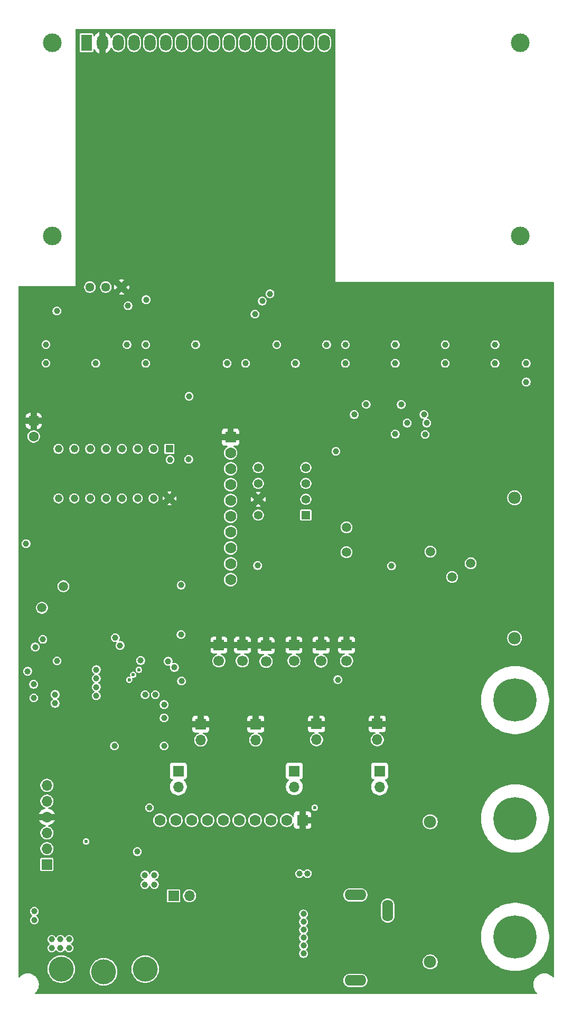
<source format=gbr>
%TF.GenerationSoftware,KiCad,Pcbnew,9.0.5*%
%TF.CreationDate,2025-10-29T10:13:22-04:00*%
%TF.ProjectId,oshe_dmm_project_v1,6f736865-5f64-46d6-9d5f-70726f6a6563,V1*%
%TF.SameCoordinates,Original*%
%TF.FileFunction,Copper,L3,Inr*%
%TF.FilePolarity,Positive*%
%FSLAX46Y46*%
G04 Gerber Fmt 4.6, Leading zero omitted, Abs format (unit mm)*
G04 Created by KiCad (PCBNEW 9.0.5) date 2025-10-29 10:13:22*
%MOMM*%
%LPD*%
G01*
G04 APERTURE LIST*
G04 Aperture macros list*
%AMRoundRect*
0 Rectangle with rounded corners*
0 $1 Rounding radius*
0 $2 $3 $4 $5 $6 $7 $8 $9 X,Y pos of 4 corners*
0 Add a 4 corners polygon primitive as box body*
4,1,4,$2,$3,$4,$5,$6,$7,$8,$9,$2,$3,0*
0 Add four circle primitives for the rounded corners*
1,1,$1+$1,$2,$3*
1,1,$1+$1,$4,$5*
1,1,$1+$1,$6,$7*
1,1,$1+$1,$8,$9*
0 Add four rect primitives between the rounded corners*
20,1,$1+$1,$2,$3,$4,$5,0*
20,1,$1+$1,$4,$5,$6,$7,0*
20,1,$1+$1,$6,$7,$8,$9,0*
20,1,$1+$1,$8,$9,$2,$3,0*%
G04 Aperture macros list end*
%TA.AperFunction,ComponentPad*%
%ADD10C,1.440000*%
%TD*%
%TA.AperFunction,ComponentPad*%
%ADD11C,3.000000*%
%TD*%
%TA.AperFunction,ComponentPad*%
%ADD12R,1.800000X2.600000*%
%TD*%
%TA.AperFunction,ComponentPad*%
%ADD13O,1.800000X2.600000*%
%TD*%
%TA.AperFunction,ComponentPad*%
%ADD14C,1.980000*%
%TD*%
%TA.AperFunction,ComponentPad*%
%ADD15R,1.778000X1.778000*%
%TD*%
%TA.AperFunction,ComponentPad*%
%ADD16C,1.778000*%
%TD*%
%TA.AperFunction,ComponentPad*%
%ADD17O,3.500000X1.750000*%
%TD*%
%TA.AperFunction,ComponentPad*%
%ADD18O,1.750000X3.500000*%
%TD*%
%TA.AperFunction,ComponentPad*%
%ADD19C,4.000000*%
%TD*%
%TA.AperFunction,ComponentPad*%
%ADD20RoundRect,0.250000X-0.550000X0.550000X-0.550000X-0.550000X0.550000X-0.550000X0.550000X0.550000X0*%
%TD*%
%TA.AperFunction,ComponentPad*%
%ADD21C,1.600000*%
%TD*%
%TA.AperFunction,ComponentPad*%
%ADD22R,1.700000X1.700000*%
%TD*%
%TA.AperFunction,ComponentPad*%
%ADD23O,1.700000X1.700000*%
%TD*%
%TA.AperFunction,ComponentPad*%
%ADD24R,1.397000X1.397000*%
%TD*%
%TA.AperFunction,ComponentPad*%
%ADD25C,1.397000*%
%TD*%
%TA.AperFunction,ComponentPad*%
%ADD26C,6.918200*%
%TD*%
%TA.AperFunction,ComponentPad*%
%ADD27C,1.700000*%
%TD*%
%TA.AperFunction,ComponentPad*%
%ADD28C,1.500000*%
%TD*%
%TA.AperFunction,ComponentPad*%
%ADD29R,1.210000X1.210000*%
%TD*%
%TA.AperFunction,ComponentPad*%
%ADD30C,1.210000*%
%TD*%
%TA.AperFunction,ViaPad*%
%ADD31C,1.000000*%
%TD*%
%TA.AperFunction,ViaPad*%
%ADD32C,0.600000*%
%TD*%
%TA.AperFunction,ViaPad*%
%ADD33C,1.500000*%
%TD*%
G04 APERTURE END LIST*
D10*
%TO.N,+5V*%
%TO.C,RV1*%
X138130000Y-113378000D03*
%TO.N,Net-(DS1-VO)*%
X135590000Y-113378000D03*
%TO.N,GND*%
X133050000Y-113378000D03*
%TD*%
D11*
%TO.N,*%
%TO.C,DS1*%
X126990900Y-74174500D03*
X126990900Y-105175200D03*
X201989480Y-105175200D03*
X201990000Y-74174500D03*
D12*
%TO.N,GND*%
X132490000Y-74174500D03*
D13*
%TO.N,+5V*%
X135030000Y-74174500D03*
%TO.N,Net-(DS1-VO)*%
X137570000Y-74174500D03*
%TO.N,MISO{slash}D12*%
X140110000Y-74174500D03*
%TO.N,GND*%
X142650000Y-74174500D03*
%TO.N,MOSI{slash}D11*%
X145190000Y-74174500D03*
%TO.N,unconnected-(DS1-D0-Pad7)*%
X147730000Y-74174500D03*
%TO.N,unconnected-(DS1-D1-Pad8)*%
X150270000Y-74174500D03*
%TO.N,unconnected-(DS1-D2-Pad9)*%
X152810000Y-74174500D03*
%TO.N,unconnected-(DS1-D3-Pad10)*%
X155350000Y-74174500D03*
%TO.N,D5*%
X157890000Y-74174500D03*
%TO.N,D4*%
X160430000Y-74174500D03*
%TO.N,D3*%
X162970000Y-74174500D03*
%TO.N,D2*%
X165510000Y-74174500D03*
%TO.N,Net-(DS1-LED(+))*%
X168050000Y-74174500D03*
%TO.N,GND*%
X170590000Y-74174500D03*
%TD*%
D14*
%TO.N,Current_Input*%
%TO.C,F2*%
X187590000Y-221628000D03*
%TO.N,Net-(U3-AIN2)*%
X187590000Y-199128000D03*
%TD*%
D15*
%TO.N,+5V*%
%TO.C,U3*%
X167130000Y-198878000D03*
D16*
%TO.N,GND*%
X164590000Y-198878000D03*
%TO.N,SCL*%
X162050000Y-198878000D03*
%TO.N,SDA*%
X159510000Y-198878000D03*
%TO.N,GND*%
X156970000Y-198878000D03*
%TO.N,unconnected-(U3-ALERT{slash}RDY-Pad6)*%
X154430000Y-198878000D03*
%TO.N,V_ADC_Input*%
X151890000Y-198878000D03*
%TO.N,GND*%
X149350000Y-198878000D03*
%TO.N,Net-(U3-AIN2)*%
X146810000Y-198878000D03*
%TO.N,GND*%
X144270000Y-198878000D03*
%TD*%
D17*
%TO.N,Net-(U8-AIN2)*%
%TO.C,J22*%
X175590000Y-224578000D03*
%TO.N,Net-(U8-AIN3)*%
X175590000Y-210878000D03*
D18*
%TO.N,unconnected-(J22-Pad3)*%
X180790000Y-213378000D03*
%TD*%
D19*
%TO.N,GND*%
%TO.C,BAT-1*%
X128447400Y-222766200D03*
%TD*%
D20*
%TO.N,+5V*%
%TO.C,C9*%
X124030000Y-134838000D03*
D21*
%TO.N,GND*%
X124030000Y-137338000D03*
%TD*%
D19*
%TO.N,Net-(JP1-C)*%
%TO.C,BAT+1*%
X141909400Y-222766200D03*
%TD*%
D22*
%TO.N,DTR*%
%TO.C,J1*%
X126144000Y-205981000D03*
D23*
%TO.N,TXD*%
X126144000Y-203441000D03*
%TO.N,RXD*%
X126144000Y-200901000D03*
%TO.N,+5V*%
X126144000Y-198361000D03*
%TO.N,GND*%
X126144000Y-195821000D03*
X126144000Y-193281000D03*
%TD*%
D22*
%TO.N,9V_BAT_IN*%
%TO.C,J6*%
X146451000Y-211006000D03*
D23*
%TO.N,Net-(J6-Pin_2)*%
X148991000Y-211006000D03*
%TD*%
D22*
%TO.N,+5V*%
%TO.C,J10*%
X159634000Y-183467400D03*
D23*
%TO.N,Net-(J10-Pin_2)*%
X159634000Y-186007400D03*
%TD*%
D24*
%TO.N,GND*%
%TO.C,U2*%
X167650000Y-149948000D03*
D25*
%TO.N,Net-(U2-Vin)*%
X167650000Y-147408000D03*
%TO.N,Net-(U2-Cf)*%
X167650000Y-144868000D03*
%TO.N,Net-(U2--Vs)*%
X167650000Y-142328000D03*
%TO.N,Net-(U2-Cav)*%
X160030000Y-142328000D03*
%TO.N,Net-(U2-OUTPUT)*%
X160030000Y-144868000D03*
%TO.N,+5V*%
X160030000Y-147408000D03*
%TO.N,GND*%
X160030000Y-149948000D03*
%TD*%
D22*
%TO.N,+5V*%
%TO.C,J13*%
X179105600Y-183447000D03*
D23*
%TO.N,Net-(J13-Pin_2)*%
X179105600Y-185987000D03*
%TD*%
D14*
%TO.N,Voltage_Input*%
%TO.C,F1*%
X201116800Y-169678000D03*
%TO.N,2V_Rang*%
X201116800Y-147178000D03*
%TD*%
D26*
%TO.N,GND*%
%TO.C,J3*%
X201193000Y-198610000D03*
%TD*%
D22*
%TO.N,+5V*%
%TO.C,J18*%
X165750000Y-170778000D03*
D27*
%TO.N,Net-(J18-Pin_2)*%
X165750000Y-173318000D03*
%TD*%
D28*
%TO.N,Net-(U1-XTAL2{slash}PB7)*%
%TO.C,Y1*%
X125359319Y-164818681D03*
%TO.N,Net-(U1-XTAL1{slash}PB6)*%
X128810000Y-161368000D03*
%TD*%
D22*
%TO.N,+5V*%
%TO.C,J14*%
X153720000Y-170788000D03*
D27*
%TO.N,Net-(J14-Pin_2)*%
X153720000Y-173328000D03*
%TD*%
D22*
%TO.N,2V_Rang*%
%TO.C,J7*%
X147218000Y-190990800D03*
D23*
%TO.N,V_ADC_Input*%
X147218000Y-193530800D03*
%TD*%
D15*
%TO.N,+5V*%
%TO.C,U8*%
X155590000Y-137438000D03*
D16*
%TO.N,GND*%
X155590000Y-139978000D03*
%TO.N,SCL*%
X155590000Y-142518000D03*
%TO.N,SDA*%
X155590000Y-145058000D03*
%TO.N,GND*%
X155590000Y-147598000D03*
%TO.N,unconnected-(U8-ALERT{slash}RDY-Pad6)*%
X155590000Y-150138000D03*
%TO.N,Net-(U2-OUTPUT)*%
X155590000Y-152678000D03*
%TO.N,unconnected-(U8-AIN1-Pad8)*%
X155590000Y-155218000D03*
%TO.N,Net-(U8-AIN2)*%
X155590000Y-157758000D03*
%TO.N,Net-(U8-AIN3)*%
X155590000Y-160298000D03*
%TD*%
D22*
%TO.N,200V_Rang*%
%TO.C,J11*%
X179476000Y-190990800D03*
D23*
%TO.N,V_ADC_Input*%
X179476000Y-193530800D03*
%TD*%
D22*
%TO.N,+5V*%
%TO.C,J12*%
X169365000Y-183447000D03*
D23*
%TO.N,Net-(J12-Pin_2)*%
X169365000Y-185987000D03*
%TD*%
D22*
%TO.N,+5V*%
%TO.C,J20*%
X174190000Y-170768000D03*
D27*
%TO.N,Net-(J20-Pin_2)*%
X174190000Y-173308000D03*
%TD*%
D22*
%TO.N,+5V*%
%TO.C,J16*%
X170080000Y-170818000D03*
D27*
%TO.N,Net-(J16-Pin_2)*%
X170080000Y-173358000D03*
%TD*%
D26*
%TO.N,Voltage_Input*%
%TO.C,J2*%
X201193000Y-179610000D03*
%TD*%
%TO.N,Current_Input*%
%TO.C,J4*%
X201193000Y-217610000D03*
%TD*%
D22*
%TO.N,20V_Rang*%
%TO.C,J9*%
X165810800Y-190985800D03*
D23*
%TO.N,V_ADC_Input*%
X165810800Y-193525800D03*
%TD*%
D29*
%TO.N,Net-(U4-X4)*%
%TO.C,U4*%
X145790000Y-139318000D03*
D30*
%TO.N,Net-(U4-X6)*%
X143250000Y-139318000D03*
%TO.N,A0*%
X140710000Y-139318000D03*
%TO.N,Net-(U4-X7)*%
X138170000Y-139318000D03*
%TO.N,Net-(U4-X5)*%
X135630000Y-139318000D03*
%TO.N,D9*%
X133090000Y-139318000D03*
%TO.N,unconnected-(U4-N.C.-Pad7)*%
X130550000Y-139318000D03*
%TO.N,GND*%
X128010000Y-139318000D03*
%TO.N,D8*%
X128010000Y-147258000D03*
%TO.N,D7*%
X130550000Y-147258000D03*
%TO.N,D6*%
X133090000Y-147258000D03*
%TO.N,Net-(U4-X3)*%
X135630000Y-147258000D03*
%TO.N,Net-(U4-X0)*%
X138170000Y-147258000D03*
%TO.N,Net-(U4-X1)*%
X140710000Y-147258000D03*
%TO.N,Net-(U4-X2)*%
X143250000Y-147258000D03*
%TO.N,+5V*%
X145790000Y-147258000D03*
%TD*%
D22*
%TO.N,+5V*%
%TO.C,J21*%
X161280000Y-170868000D03*
D27*
%TO.N,Net-(J21-Pin_2)*%
X161280000Y-173408000D03*
%TD*%
D22*
%TO.N,+5V*%
%TO.C,J5*%
X157480000Y-170788000D03*
D27*
%TO.N,Net-(J5-Pin_2)*%
X157480000Y-173328000D03*
%TD*%
D22*
%TO.N,+5V*%
%TO.C,J8*%
X150820000Y-183468000D03*
D23*
%TO.N,Net-(J8-Pin_2)*%
X150820000Y-186008000D03*
%TD*%
D19*
%TO.N,TS*%
%TO.C,Thermistor1*%
X135259400Y-223198000D03*
%TD*%
D31*
%TO.N,*%
X125990000Y-125578000D03*
X141990000Y-125598000D03*
X133990000Y-125598000D03*
X155020000Y-125608000D03*
%TO.N,GND*%
X126923400Y-217991000D03*
X128320400Y-217991000D03*
X166649000Y-207450000D03*
X134067000Y-178919600D03*
X172470000Y-139708000D03*
X167284000Y-216467000D03*
X129717400Y-217991000D03*
X124129400Y-214892200D03*
X167284000Y-213927000D03*
X126923400Y-219388000D03*
X147720000Y-176558000D03*
X129717400Y-219388000D03*
X167284000Y-220277000D03*
X167284000Y-215197000D03*
X122799130Y-154526469D03*
X167284000Y-217737000D03*
X124129400Y-213495200D03*
X134067000Y-176125600D03*
X134067000Y-177522600D03*
X167284000Y-219007000D03*
X128320400Y-219388000D03*
X167919000Y-207450000D03*
X134067000Y-174728600D03*
%TO.N,+5V*%
X158267000Y-218397400D03*
X154076000Y-223680600D03*
X125990000Y-119598000D03*
X132309850Y-196862400D03*
X156616000Y-223680600D03*
X180050000Y-119538000D03*
X159537000Y-218397400D03*
X202990000Y-119598000D03*
X155346000Y-223680600D03*
X159156000Y-223680600D03*
X131686000Y-178900400D03*
X155727000Y-218372000D03*
X131686000Y-176131800D03*
X154330000Y-218372000D03*
X157886000Y-223680600D03*
X138030000Y-119538000D03*
X156640000Y-119588000D03*
X156997000Y-218372000D03*
D32*
%TO.N,Net-(U1-~{RESET}{slash}PC6)*%
X132430000Y-202298000D03*
X139350000Y-176360600D03*
D31*
%TO.N,9V_BAT_IN*%
X141850000Y-209192000D03*
X143374000Y-209192000D03*
X141850000Y-207668000D03*
X143374000Y-207668000D03*
D32*
%TO.N,RXD*%
X139980000Y-175560600D03*
%TO.N,TXD*%
X140890000Y-174760600D03*
D31*
%TO.N,2V_Rang*%
X173990000Y-125598000D03*
X202990000Y-125598000D03*
X187030000Y-135178000D03*
X197990000Y-125598000D03*
X183890000Y-135168000D03*
%TO.N,D9*%
X124017600Y-177078000D03*
%TO.N,A0*%
X148890000Y-140998000D03*
X148940000Y-130888000D03*
X145890000Y-141038000D03*
X144930000Y-182468000D03*
X144930000Y-180328000D03*
%TO.N,SDA*%
X146590000Y-174378000D03*
X140630000Y-203918000D03*
X141884000Y-178748000D03*
%TO.N,D5*%
X127772113Y-173324807D03*
%TO.N,MISO{slash}D12*%
X127463000Y-180125100D03*
%TO.N,D2*%
X141179000Y-173267100D03*
%TO.N,D4*%
X137108800Y-169604000D03*
%TO.N,SCL*%
X143535000Y-178748000D03*
X145580000Y-173378000D03*
X142590000Y-196878000D03*
%TO.N,D8*%
X123067600Y-174988000D03*
%TO.N,D10*%
X136970000Y-186968000D03*
X144940000Y-186968000D03*
X124050000Y-179268000D03*
X172780000Y-176338000D03*
%TO.N,D7*%
X124266599Y-171107898D03*
%TO.N,MOSI{slash}D11*%
X127463000Y-178728100D03*
%TO.N,D6*%
X125498248Y-169876248D03*
%TO.N,D3*%
X137877000Y-170854100D03*
%TO.N,20V_Rang*%
X165990000Y-125608000D03*
X189990000Y-125598000D03*
%TO.N,200V_Rang*%
X186780000Y-137008000D03*
X157990000Y-125598000D03*
X181990000Y-136958000D03*
X181990000Y-125598000D03*
D33*
%TO.N,V_ADC_Input*%
X174160000Y-155908000D03*
D31*
X202990000Y-128598000D03*
D32*
X169090000Y-196878000D03*
D33*
X187610000Y-155798000D03*
X174180000Y-151918000D03*
D31*
%TO.N,Net-(J8-Pin_2)*%
X186580000Y-133808000D03*
X175412000Y-133830000D03*
X197990000Y-122598000D03*
%TO.N,Net-(J10-Pin_2)*%
X182940000Y-132208000D03*
X189990000Y-122598000D03*
X177340000Y-132188000D03*
%TO.N,Net-(J12-Pin_2)*%
X181990000Y-122598000D03*
%TO.N,Net-(J13-Pin_2)*%
X149990000Y-122598000D03*
X181400000Y-158098000D03*
X147660000Y-161178000D03*
X159920000Y-158028000D03*
X147650000Y-169098000D03*
%TO.N,Net-(J5-Pin_2)*%
X160670000Y-115618000D03*
X138990000Y-122598000D03*
X139160000Y-116368000D03*
%TO.N,Net-(J14-Pin_2)*%
X159490000Y-117708000D03*
X125990000Y-122578000D03*
X127750000Y-117208000D03*
%TO.N,Net-(J16-Pin_2)*%
X170990000Y-122598000D03*
%TO.N,Net-(J18-Pin_2)*%
X162990000Y-122598000D03*
%TO.N,Net-(J20-Pin_2)*%
X173990000Y-122598000D03*
%TO.N,Net-(J21-Pin_2)*%
X142060000Y-115398000D03*
X161910000Y-114448000D03*
X141990000Y-122598000D03*
D33*
%TO.N,Net-(U8-AIN3)*%
X191090000Y-159878000D03*
%TO.N,Net-(U8-AIN2)*%
X194090000Y-157688000D03*
%TD*%
%TA.AperFunction,Conductor*%
%TO.N,+5V*%
G36*
X172323191Y-71964907D02*
G01*
X172359155Y-72014407D01*
X172364000Y-72045000D01*
X172364000Y-112538000D01*
X207317000Y-112538000D01*
X207375191Y-112556907D01*
X207411155Y-112606407D01*
X207416000Y-112637000D01*
X207416000Y-224009536D01*
X207397093Y-224067727D01*
X207347593Y-224103691D01*
X207286407Y-224103691D01*
X207238459Y-224069805D01*
X207229005Y-224057485D01*
X207229002Y-224057481D01*
X207064519Y-223892998D01*
X207064514Y-223892994D01*
X207064512Y-223892992D01*
X206888137Y-223757656D01*
X206879974Y-223751392D01*
X206879971Y-223751390D01*
X206678526Y-223635085D01*
X206678521Y-223635083D01*
X206463623Y-223546070D01*
X206463622Y-223546069D01*
X206463618Y-223546068D01*
X206238930Y-223485863D01*
X206238925Y-223485862D01*
X206238924Y-223485862D01*
X206008307Y-223455500D01*
X205775693Y-223455500D01*
X205775692Y-223455500D01*
X205545075Y-223485862D01*
X205545072Y-223485862D01*
X205545070Y-223485863D01*
X205384155Y-223528980D01*
X205320389Y-223546066D01*
X205320376Y-223546070D01*
X205105478Y-223635083D01*
X205105473Y-223635085D01*
X204904028Y-223751390D01*
X204719487Y-223892992D01*
X204554992Y-224057487D01*
X204413390Y-224242028D01*
X204297085Y-224443473D01*
X204297083Y-224443478D01*
X204208070Y-224658376D01*
X204208068Y-224658382D01*
X204155124Y-224855974D01*
X204147862Y-224883075D01*
X204117500Y-225113692D01*
X204117500Y-225346307D01*
X204137451Y-225497850D01*
X204147863Y-225576930D01*
X204168380Y-225653500D01*
X204208066Y-225801610D01*
X204208070Y-225801623D01*
X204297083Y-226016521D01*
X204297085Y-226016526D01*
X204413390Y-226217971D01*
X204554992Y-226402512D01*
X204554993Y-226402513D01*
X204554998Y-226402519D01*
X204719481Y-226567002D01*
X204719485Y-226567005D01*
X204719486Y-226567006D01*
X204731803Y-226576457D01*
X204766460Y-226626881D01*
X204764859Y-226688046D01*
X204727612Y-226736588D01*
X204671537Y-226754000D01*
X124308463Y-226754000D01*
X124250272Y-226735093D01*
X124214308Y-226685593D01*
X124214308Y-226624407D01*
X124248197Y-226576457D01*
X124248607Y-226576141D01*
X124260519Y-226567002D01*
X124425002Y-226402519D01*
X124566608Y-226217974D01*
X124682915Y-226016525D01*
X124771932Y-225801618D01*
X124832137Y-225576930D01*
X124862500Y-225346307D01*
X124862500Y-225113693D01*
X124832137Y-224883070D01*
X124771932Y-224658382D01*
X124682915Y-224443475D01*
X124671774Y-224424179D01*
X124566609Y-224242028D01*
X124566608Y-224242026D01*
X124425002Y-224057481D01*
X124260519Y-223892998D01*
X124260514Y-223892994D01*
X124260512Y-223892992D01*
X124084137Y-223757656D01*
X124075974Y-223751392D01*
X124075971Y-223751390D01*
X123874526Y-223635085D01*
X123874521Y-223635083D01*
X123659623Y-223546070D01*
X123659622Y-223546069D01*
X123659618Y-223546068D01*
X123434930Y-223485863D01*
X123434925Y-223485862D01*
X123434924Y-223485862D01*
X123204307Y-223455500D01*
X122971693Y-223455500D01*
X122971692Y-223455500D01*
X122741075Y-223485862D01*
X122741072Y-223485862D01*
X122741070Y-223485863D01*
X122580155Y-223528980D01*
X122516389Y-223546066D01*
X122516376Y-223546070D01*
X122301478Y-223635083D01*
X122301473Y-223635085D01*
X122100028Y-223751390D01*
X121915487Y-223892992D01*
X121750994Y-224057485D01*
X121741541Y-224069805D01*
X121691116Y-224104460D01*
X121629951Y-224102857D01*
X121581410Y-224065609D01*
X121564000Y-224009536D01*
X121564000Y-222621970D01*
X126246900Y-222621970D01*
X126246900Y-222910429D01*
X126284550Y-223196409D01*
X126284550Y-223196414D01*
X126359209Y-223475046D01*
X126469594Y-223741541D01*
X126469596Y-223741546D01*
X126565032Y-223906845D01*
X126613825Y-223991356D01*
X126664569Y-224057487D01*
X126789420Y-224220197D01*
X126789422Y-224220199D01*
X126789426Y-224220204D01*
X126993396Y-224424174D01*
X126993400Y-224424177D01*
X126993402Y-224424179D01*
X127018553Y-224443478D01*
X127222244Y-224599775D01*
X127472055Y-224744004D01*
X127738555Y-224854391D01*
X128017183Y-224929049D01*
X128303172Y-224966700D01*
X128303173Y-224966700D01*
X128591627Y-224966700D01*
X128591628Y-224966700D01*
X128877617Y-224929049D01*
X129156245Y-224854391D01*
X129422745Y-224744004D01*
X129672556Y-224599775D01*
X129901404Y-224424174D01*
X130105374Y-224220204D01*
X130280975Y-223991356D01*
X130425204Y-223741545D01*
X130535591Y-223475045D01*
X130610249Y-223196417D01*
X130629029Y-223053770D01*
X133058900Y-223053770D01*
X133058900Y-223342229D01*
X133096550Y-223628209D01*
X133096550Y-223628214D01*
X133171209Y-223906846D01*
X133281594Y-224173341D01*
X133281596Y-224173346D01*
X133369820Y-224326153D01*
X133425825Y-224423156D01*
X133441419Y-224443478D01*
X133601420Y-224651997D01*
X133601422Y-224651999D01*
X133601426Y-224652004D01*
X133805396Y-224855974D01*
X133805400Y-224855977D01*
X133805402Y-224855979D01*
X133900629Y-224929049D01*
X134034244Y-225031575D01*
X134284055Y-225175804D01*
X134550555Y-225286191D01*
X134829183Y-225360849D01*
X135115172Y-225398500D01*
X135115173Y-225398500D01*
X135403627Y-225398500D01*
X135403628Y-225398500D01*
X135689617Y-225360849D01*
X135968245Y-225286191D01*
X136234745Y-225175804D01*
X136484556Y-225031575D01*
X136713404Y-224855974D01*
X136917374Y-224652004D01*
X137092975Y-224423156D01*
X137237204Y-224173345D01*
X137347591Y-223906845D01*
X137422249Y-223628217D01*
X137459900Y-223342228D01*
X137459900Y-223053772D01*
X137422249Y-222767783D01*
X137383179Y-222621970D01*
X139708900Y-222621970D01*
X139708900Y-222910429D01*
X139746550Y-223196409D01*
X139746550Y-223196414D01*
X139821209Y-223475046D01*
X139931594Y-223741541D01*
X139931596Y-223741546D01*
X140027032Y-223906845D01*
X140075825Y-223991356D01*
X140126569Y-224057487D01*
X140251420Y-224220197D01*
X140251422Y-224220199D01*
X140251426Y-224220204D01*
X140455396Y-224424174D01*
X140455400Y-224424177D01*
X140455402Y-224424179D01*
X140480553Y-224443478D01*
X140684244Y-224599775D01*
X140934055Y-224744004D01*
X141200555Y-224854391D01*
X141479183Y-224929049D01*
X141765172Y-224966700D01*
X141765173Y-224966700D01*
X142053627Y-224966700D01*
X142053628Y-224966700D01*
X142339617Y-224929049D01*
X142618245Y-224854391D01*
X142884745Y-224744004D01*
X143134556Y-224599775D01*
X143273249Y-224493352D01*
X173639500Y-224493352D01*
X173639500Y-224662647D01*
X173665980Y-224829842D01*
X173698215Y-224929049D01*
X173718295Y-224990849D01*
X173795150Y-225141685D01*
X173894654Y-225278641D01*
X174014359Y-225398346D01*
X174151315Y-225497850D01*
X174302151Y-225574705D01*
X174463153Y-225627018D01*
X174463154Y-225627018D01*
X174463157Y-225627019D01*
X174630353Y-225653500D01*
X174630356Y-225653500D01*
X176549647Y-225653500D01*
X176716842Y-225627019D01*
X176716843Y-225627018D01*
X176716847Y-225627018D01*
X176877849Y-225574705D01*
X177028685Y-225497850D01*
X177165641Y-225398346D01*
X177285346Y-225278641D01*
X177384850Y-225141685D01*
X177461705Y-224990849D01*
X177514018Y-224829847D01*
X177527614Y-224744004D01*
X177540500Y-224662647D01*
X177540500Y-224493352D01*
X177514019Y-224326157D01*
X177479591Y-224220197D01*
X177461705Y-224165151D01*
X177384850Y-224014315D01*
X177285346Y-223877359D01*
X177165641Y-223757654D01*
X177028685Y-223658150D01*
X177028684Y-223658149D01*
X177028682Y-223658148D01*
X176958903Y-223622594D01*
X176877849Y-223581295D01*
X176877846Y-223581294D01*
X176877844Y-223581293D01*
X176716842Y-223528980D01*
X176549647Y-223502500D01*
X176549644Y-223502500D01*
X174630356Y-223502500D01*
X174630353Y-223502500D01*
X174463157Y-223528980D01*
X174302155Y-223581293D01*
X174151317Y-223658148D01*
X174082837Y-223707902D01*
X174014359Y-223757654D01*
X173894654Y-223877359D01*
X173873231Y-223906846D01*
X173795148Y-224014317D01*
X173718293Y-224165155D01*
X173665980Y-224326157D01*
X173639500Y-224493352D01*
X143273249Y-224493352D01*
X143363404Y-224424174D01*
X143567374Y-224220204D01*
X143742975Y-223991356D01*
X143887204Y-223741545D01*
X143997591Y-223475045D01*
X144072249Y-223196417D01*
X144109900Y-222910428D01*
X144109900Y-222621972D01*
X144072249Y-222335983D01*
X143997591Y-222057355D01*
X143887204Y-221790855D01*
X143847275Y-221721697D01*
X143765418Y-221579916D01*
X143765417Y-221579915D01*
X143742975Y-221541043D01*
X143737802Y-221534302D01*
X186399500Y-221534302D01*
X186399500Y-221721697D01*
X186428813Y-221906777D01*
X186428814Y-221906781D01*
X186486717Y-222084986D01*
X186486719Y-222084989D01*
X186556862Y-222222655D01*
X186571793Y-222251958D01*
X186681938Y-222403559D01*
X186814441Y-222536062D01*
X186966042Y-222646207D01*
X187133007Y-222731279D01*
X187133009Y-222731279D01*
X187133010Y-222731280D01*
X187133013Y-222731282D01*
X187311218Y-222789185D01*
X187311222Y-222789186D01*
X187496303Y-222818500D01*
X187496306Y-222818500D01*
X187683697Y-222818500D01*
X187868777Y-222789186D01*
X187868781Y-222789185D01*
X188046986Y-222731282D01*
X188046988Y-222731280D01*
X188046993Y-222731279D01*
X188213958Y-222646207D01*
X188365559Y-222536062D01*
X188498062Y-222403559D01*
X188608207Y-222251958D01*
X188693279Y-222084993D01*
X188693280Y-222084988D01*
X188693282Y-222084986D01*
X188751185Y-221906781D01*
X188751186Y-221906777D01*
X188780500Y-221721697D01*
X188780500Y-221534302D01*
X188751186Y-221349222D01*
X188751185Y-221349218D01*
X188693282Y-221171013D01*
X188693280Y-221171010D01*
X188693279Y-221171009D01*
X188693279Y-221171007D01*
X188608207Y-221004042D01*
X188498062Y-220852441D01*
X188365559Y-220719938D01*
X188213958Y-220609793D01*
X188213957Y-220609792D01*
X188213955Y-220609791D01*
X188046989Y-220524719D01*
X188046986Y-220524717D01*
X187868781Y-220466814D01*
X187868777Y-220466813D01*
X187683697Y-220437500D01*
X187683694Y-220437500D01*
X187496306Y-220437500D01*
X187496303Y-220437500D01*
X187311222Y-220466813D01*
X187311218Y-220466814D01*
X187133013Y-220524717D01*
X187133010Y-220524719D01*
X186966044Y-220609791D01*
X186814442Y-220719937D01*
X186681937Y-220852442D01*
X186571791Y-221004044D01*
X186486719Y-221171010D01*
X186486717Y-221171013D01*
X186428814Y-221349218D01*
X186428813Y-221349222D01*
X186399500Y-221534302D01*
X143737802Y-221534302D01*
X143567379Y-221312202D01*
X143567377Y-221312200D01*
X143567374Y-221312196D01*
X143363404Y-221108226D01*
X143363399Y-221108222D01*
X143363397Y-221108220D01*
X143134553Y-220932623D01*
X142884746Y-220788396D01*
X142884741Y-220788394D01*
X142618246Y-220678009D01*
X142495388Y-220645089D01*
X142339617Y-220603351D01*
X142339614Y-220603350D01*
X142339612Y-220603350D01*
X142053629Y-220565700D01*
X142053628Y-220565700D01*
X141765172Y-220565700D01*
X141765170Y-220565700D01*
X141479190Y-220603350D01*
X141479185Y-220603350D01*
X141200553Y-220678009D01*
X140934058Y-220788394D01*
X140934053Y-220788396D01*
X140684246Y-220932623D01*
X140455402Y-221108220D01*
X140251420Y-221312202D01*
X140075823Y-221541046D01*
X139931596Y-221790853D01*
X139931594Y-221790858D01*
X139821209Y-222057353D01*
X139746550Y-222335985D01*
X139746550Y-222335990D01*
X139708900Y-222621970D01*
X137383179Y-222621970D01*
X137347591Y-222489155D01*
X137237204Y-222222655D01*
X137092975Y-221972844D01*
X136992101Y-221841383D01*
X136917379Y-221744002D01*
X136917377Y-221744000D01*
X136917374Y-221743996D01*
X136713404Y-221540026D01*
X136713399Y-221540022D01*
X136713397Y-221540020D01*
X136484553Y-221364423D01*
X136234746Y-221220196D01*
X136234741Y-221220194D01*
X135968246Y-221109809D01*
X135845388Y-221076889D01*
X135689617Y-221035151D01*
X135689614Y-221035150D01*
X135689612Y-221035150D01*
X135403629Y-220997500D01*
X135403628Y-220997500D01*
X135115172Y-220997500D01*
X135115170Y-220997500D01*
X134829190Y-221035150D01*
X134829185Y-221035150D01*
X134550553Y-221109809D01*
X134284058Y-221220194D01*
X134284053Y-221220196D01*
X134034246Y-221364423D01*
X133805402Y-221540020D01*
X133601420Y-221744002D01*
X133425823Y-221972846D01*
X133281596Y-222222653D01*
X133281594Y-222222658D01*
X133171209Y-222489153D01*
X133096550Y-222767785D01*
X133096550Y-222767790D01*
X133058900Y-223053770D01*
X130629029Y-223053770D01*
X130647900Y-222910428D01*
X130647900Y-222621972D01*
X130610249Y-222335983D01*
X130535591Y-222057355D01*
X130425204Y-221790855D01*
X130385275Y-221721697D01*
X130280976Y-221541046D01*
X130280975Y-221541044D01*
X130105374Y-221312196D01*
X129901404Y-221108226D01*
X129901399Y-221108222D01*
X129901397Y-221108220D01*
X129672553Y-220932623D01*
X129422746Y-220788396D01*
X129422741Y-220788394D01*
X129156246Y-220678009D01*
X129033388Y-220645089D01*
X128877617Y-220603351D01*
X128877614Y-220603350D01*
X128877612Y-220603350D01*
X128591629Y-220565700D01*
X128591628Y-220565700D01*
X128303172Y-220565700D01*
X128303170Y-220565700D01*
X128017190Y-220603350D01*
X128017185Y-220603350D01*
X127738553Y-220678009D01*
X127472058Y-220788394D01*
X127472053Y-220788396D01*
X127222246Y-220932623D01*
X126993402Y-221108220D01*
X126789420Y-221312202D01*
X126613823Y-221541046D01*
X126469596Y-221790853D01*
X126469594Y-221790858D01*
X126359209Y-222057353D01*
X126284550Y-222335985D01*
X126284550Y-222335990D01*
X126246900Y-222621970D01*
X121564000Y-222621970D01*
X121564000Y-217922004D01*
X126222900Y-217922004D01*
X126222900Y-217922007D01*
X126222900Y-218059993D01*
X126247475Y-218183541D01*
X126249820Y-218195327D01*
X126249820Y-218195329D01*
X126302622Y-218322806D01*
X126302628Y-218322817D01*
X126379285Y-218437541D01*
X126476858Y-218535114D01*
X126584718Y-218607185D01*
X126622597Y-218655235D01*
X126624999Y-218716374D01*
X126591005Y-218767247D01*
X126584718Y-218771815D01*
X126476858Y-218843885D01*
X126379285Y-218941458D01*
X126302628Y-219056182D01*
X126302622Y-219056193D01*
X126249820Y-219183670D01*
X126249820Y-219183672D01*
X126222900Y-219319004D01*
X126222900Y-219319007D01*
X126222900Y-219456993D01*
X126243326Y-219559683D01*
X126249820Y-219592327D01*
X126249820Y-219592329D01*
X126302622Y-219719806D01*
X126302628Y-219719817D01*
X126379285Y-219834541D01*
X126476858Y-219932114D01*
X126591582Y-220008771D01*
X126591593Y-220008777D01*
X126638683Y-220028282D01*
X126719072Y-220061580D01*
X126854407Y-220088500D01*
X126854408Y-220088500D01*
X126992392Y-220088500D01*
X126992393Y-220088500D01*
X127127728Y-220061580D01*
X127255211Y-220008775D01*
X127369942Y-219932114D01*
X127467514Y-219834542D01*
X127539585Y-219726681D01*
X127587635Y-219688802D01*
X127648773Y-219686400D01*
X127699647Y-219720393D01*
X127704215Y-219726681D01*
X127776286Y-219834542D01*
X127776289Y-219834545D01*
X127873858Y-219932114D01*
X127988582Y-220008771D01*
X127988593Y-220008777D01*
X128035683Y-220028282D01*
X128116072Y-220061580D01*
X128251407Y-220088500D01*
X128251408Y-220088500D01*
X128389392Y-220088500D01*
X128389393Y-220088500D01*
X128524728Y-220061580D01*
X128652211Y-220008775D01*
X128766942Y-219932114D01*
X128864514Y-219834542D01*
X128936585Y-219726681D01*
X128984635Y-219688802D01*
X129045773Y-219686400D01*
X129096647Y-219720393D01*
X129101215Y-219726681D01*
X129173286Y-219834542D01*
X129173289Y-219834545D01*
X129270858Y-219932114D01*
X129385582Y-220008771D01*
X129385593Y-220008777D01*
X129432683Y-220028282D01*
X129513072Y-220061580D01*
X129648407Y-220088500D01*
X129648408Y-220088500D01*
X129786392Y-220088500D01*
X129786393Y-220088500D01*
X129921728Y-220061580D01*
X130049211Y-220008775D01*
X130163942Y-219932114D01*
X130261514Y-219834542D01*
X130338175Y-219719811D01*
X130390980Y-219592328D01*
X130417900Y-219456993D01*
X130417900Y-219319007D01*
X130390980Y-219183672D01*
X130353463Y-219093098D01*
X130338177Y-219056193D01*
X130338171Y-219056182D01*
X130261514Y-218941458D01*
X130163945Y-218843889D01*
X130163942Y-218843886D01*
X130096409Y-218798761D01*
X130056081Y-218771815D01*
X130018202Y-218723765D01*
X130015800Y-218662627D01*
X130049793Y-218611753D01*
X130056081Y-218607185D01*
X130076900Y-218593273D01*
X130163942Y-218535114D01*
X130261514Y-218437542D01*
X130338175Y-218322811D01*
X130390980Y-218195328D01*
X130417900Y-218059993D01*
X130417900Y-217922007D01*
X130390980Y-217786672D01*
X130341828Y-217668007D01*
X130338177Y-217659193D01*
X130338171Y-217659182D01*
X130261514Y-217544458D01*
X130163941Y-217446885D01*
X130049217Y-217370228D01*
X130049206Y-217370222D01*
X129921728Y-217317420D01*
X129786395Y-217290500D01*
X129786393Y-217290500D01*
X129648407Y-217290500D01*
X129648404Y-217290500D01*
X129513072Y-217317420D01*
X129513070Y-217317420D01*
X129385593Y-217370222D01*
X129385582Y-217370228D01*
X129270858Y-217446885D01*
X129173285Y-217544458D01*
X129101215Y-217652318D01*
X129053165Y-217690197D01*
X128992026Y-217692599D01*
X128941153Y-217658605D01*
X128936585Y-217652318D01*
X128864514Y-217544458D01*
X128766941Y-217446885D01*
X128652217Y-217370228D01*
X128652206Y-217370222D01*
X128524728Y-217317420D01*
X128389395Y-217290500D01*
X128389393Y-217290500D01*
X128251407Y-217290500D01*
X128251404Y-217290500D01*
X128116072Y-217317420D01*
X128116070Y-217317420D01*
X127988593Y-217370222D01*
X127988582Y-217370228D01*
X127873858Y-217446885D01*
X127776285Y-217544458D01*
X127704215Y-217652318D01*
X127656165Y-217690197D01*
X127595026Y-217692599D01*
X127544153Y-217658605D01*
X127539585Y-217652318D01*
X127467514Y-217544458D01*
X127369941Y-217446885D01*
X127255217Y-217370228D01*
X127255206Y-217370222D01*
X127127728Y-217317420D01*
X126992395Y-217290500D01*
X126992393Y-217290500D01*
X126854407Y-217290500D01*
X126854404Y-217290500D01*
X126719072Y-217317420D01*
X126719070Y-217317420D01*
X126591593Y-217370222D01*
X126591582Y-217370228D01*
X126476858Y-217446885D01*
X126379285Y-217544458D01*
X126302628Y-217659182D01*
X126302622Y-217659193D01*
X126249820Y-217786670D01*
X126249820Y-217786672D01*
X126222900Y-217922004D01*
X121564000Y-217922004D01*
X121564000Y-213426204D01*
X123428900Y-213426204D01*
X123428900Y-213564195D01*
X123455820Y-213699527D01*
X123455820Y-213699529D01*
X123508622Y-213827006D01*
X123508628Y-213827017D01*
X123585285Y-213941741D01*
X123682858Y-214039314D01*
X123790718Y-214111385D01*
X123828597Y-214159435D01*
X123830999Y-214220574D01*
X123797005Y-214271447D01*
X123790718Y-214276015D01*
X123682858Y-214348085D01*
X123585285Y-214445658D01*
X123508628Y-214560382D01*
X123508622Y-214560393D01*
X123455820Y-214687870D01*
X123455820Y-214687872D01*
X123428900Y-214823204D01*
X123428900Y-214961195D01*
X123455820Y-215096527D01*
X123455820Y-215096529D01*
X123508622Y-215224006D01*
X123508628Y-215224017D01*
X123585285Y-215338741D01*
X123682858Y-215436314D01*
X123797582Y-215512971D01*
X123797593Y-215512977D01*
X123835835Y-215528817D01*
X123925072Y-215565780D01*
X124060407Y-215592700D01*
X124060408Y-215592700D01*
X124198392Y-215592700D01*
X124198393Y-215592700D01*
X124333728Y-215565780D01*
X124461211Y-215512975D01*
X124575942Y-215436314D01*
X124673514Y-215338742D01*
X124750175Y-215224011D01*
X124802980Y-215096528D01*
X124829900Y-214961193D01*
X124829900Y-214823207D01*
X124802980Y-214687872D01*
X124765037Y-214596268D01*
X124750177Y-214560393D01*
X124750171Y-214560382D01*
X124673514Y-214445658D01*
X124575945Y-214348089D01*
X124575942Y-214348086D01*
X124508409Y-214302961D01*
X124468081Y-214276015D01*
X124430202Y-214227965D01*
X124427800Y-214166827D01*
X124461793Y-214115953D01*
X124468081Y-214111385D01*
X124488900Y-214097473D01*
X124575942Y-214039314D01*
X124673514Y-213941742D01*
X124729466Y-213858004D01*
X166583500Y-213858004D01*
X166583500Y-213995995D01*
X166610420Y-214131327D01*
X166610420Y-214131329D01*
X166663222Y-214258806D01*
X166663228Y-214258817D01*
X166739885Y-214373541D01*
X166739886Y-214373542D01*
X166837458Y-214471114D01*
X166850286Y-214479685D01*
X166888165Y-214527735D01*
X166890567Y-214588873D01*
X166856574Y-214639747D01*
X166850293Y-214644309D01*
X166837458Y-214652886D01*
X166837454Y-214652889D01*
X166739885Y-214750458D01*
X166663228Y-214865182D01*
X166663222Y-214865193D01*
X166610420Y-214992670D01*
X166610420Y-214992672D01*
X166583500Y-215128004D01*
X166583500Y-215265995D01*
X166610420Y-215401327D01*
X166610420Y-215401329D01*
X166663222Y-215528806D01*
X166663228Y-215528817D01*
X166705914Y-215592700D01*
X166739886Y-215643542D01*
X166837458Y-215741114D01*
X166850286Y-215749685D01*
X166888165Y-215797735D01*
X166890567Y-215858873D01*
X166856574Y-215909747D01*
X166850293Y-215914309D01*
X166837458Y-215922886D01*
X166837454Y-215922889D01*
X166739885Y-216020458D01*
X166663228Y-216135182D01*
X166663222Y-216135193D01*
X166610420Y-216262670D01*
X166610420Y-216262672D01*
X166583500Y-216398004D01*
X166583500Y-216535995D01*
X166610420Y-216671327D01*
X166610420Y-216671329D01*
X166663222Y-216798806D01*
X166663228Y-216798817D01*
X166739885Y-216913541D01*
X166739886Y-216913542D01*
X166837458Y-217011114D01*
X166850286Y-217019685D01*
X166888165Y-217067735D01*
X166890567Y-217128873D01*
X166856574Y-217179747D01*
X166850293Y-217184309D01*
X166837458Y-217192886D01*
X166837454Y-217192889D01*
X166739885Y-217290458D01*
X166663228Y-217405182D01*
X166663222Y-217405193D01*
X166610420Y-217532670D01*
X166610420Y-217532672D01*
X166583500Y-217668004D01*
X166583500Y-217805995D01*
X166610420Y-217941327D01*
X166610420Y-217941329D01*
X166663222Y-218068806D01*
X166663228Y-218068817D01*
X166739885Y-218183541D01*
X166739886Y-218183542D01*
X166837458Y-218281114D01*
X166850286Y-218289685D01*
X166888165Y-218337735D01*
X166890567Y-218398873D01*
X166856574Y-218449747D01*
X166850293Y-218454309D01*
X166837458Y-218462886D01*
X166837454Y-218462889D01*
X166739885Y-218560458D01*
X166663228Y-218675182D01*
X166663222Y-218675193D01*
X166610420Y-218802670D01*
X166610420Y-218802672D01*
X166583500Y-218938004D01*
X166583500Y-219075995D01*
X166601446Y-219166216D01*
X166604918Y-219183670D01*
X166610420Y-219211327D01*
X166610420Y-219211329D01*
X166663222Y-219338806D01*
X166663228Y-219338817D01*
X166739885Y-219453541D01*
X166739886Y-219453542D01*
X166837458Y-219551114D01*
X166850286Y-219559685D01*
X166888165Y-219607735D01*
X166890567Y-219668873D01*
X166856574Y-219719747D01*
X166850293Y-219724309D01*
X166837458Y-219732886D01*
X166837454Y-219732889D01*
X166739885Y-219830458D01*
X166663228Y-219945182D01*
X166663222Y-219945193D01*
X166610420Y-220072670D01*
X166610420Y-220072672D01*
X166583500Y-220208004D01*
X166583500Y-220345995D01*
X166610420Y-220481327D01*
X166610420Y-220481329D01*
X166663222Y-220608806D01*
X166663228Y-220608817D01*
X166739885Y-220723541D01*
X166837458Y-220821114D01*
X166952182Y-220897771D01*
X166952193Y-220897777D01*
X166999283Y-220917282D01*
X167079672Y-220950580D01*
X167215007Y-220977500D01*
X167215008Y-220977500D01*
X167352992Y-220977500D01*
X167352993Y-220977500D01*
X167488328Y-220950580D01*
X167615811Y-220897775D01*
X167730542Y-220821114D01*
X167828114Y-220723542D01*
X167904775Y-220608811D01*
X167957580Y-220481328D01*
X167984500Y-220345993D01*
X167984500Y-220208007D01*
X167957580Y-220072672D01*
X167931113Y-220008775D01*
X167904777Y-219945193D01*
X167904771Y-219945182D01*
X167828114Y-219830458D01*
X167730546Y-219732890D01*
X167730545Y-219732889D01*
X167730542Y-219732886D01*
X167717712Y-219724313D01*
X167679835Y-219676268D01*
X167677431Y-219615129D01*
X167711423Y-219564255D01*
X167717685Y-219559704D01*
X167730542Y-219551114D01*
X167828114Y-219453542D01*
X167904775Y-219338811D01*
X167957580Y-219211328D01*
X167984500Y-219075993D01*
X167984500Y-218938007D01*
X167957580Y-218802672D01*
X167924896Y-218723765D01*
X167904777Y-218675193D01*
X167904771Y-218675182D01*
X167828114Y-218560458D01*
X167730546Y-218462890D01*
X167730545Y-218462889D01*
X167730542Y-218462886D01*
X167717712Y-218454313D01*
X167679835Y-218406268D01*
X167677431Y-218345129D01*
X167711423Y-218294255D01*
X167717685Y-218289704D01*
X167730542Y-218281114D01*
X167828114Y-218183542D01*
X167904775Y-218068811D01*
X167957580Y-217941328D01*
X167984500Y-217805993D01*
X167984500Y-217668007D01*
X167957580Y-217532672D01*
X167945373Y-217503202D01*
X167915646Y-217431433D01*
X167904777Y-217405193D01*
X167904771Y-217405182D01*
X167898296Y-217395492D01*
X195733400Y-217395492D01*
X195733400Y-217824508D01*
X195762585Y-218195327D01*
X195767061Y-218252199D01*
X195767062Y-218252213D01*
X195834056Y-218675193D01*
X195834174Y-218675937D01*
X195934326Y-219093100D01*
X196014162Y-219338811D01*
X196052561Y-219456993D01*
X196066899Y-219501119D01*
X196231076Y-219897478D01*
X196425846Y-220279735D01*
X196425851Y-220279744D01*
X196425852Y-220279746D01*
X196649994Y-220645514D01*
X196902174Y-220992611D01*
X196902187Y-220992627D01*
X197180786Y-221318825D01*
X197180794Y-221318833D01*
X197180800Y-221318840D01*
X197484160Y-221622200D01*
X197484166Y-221622205D01*
X197484174Y-221622213D01*
X197810372Y-221900812D01*
X197810388Y-221900825D01*
X197818586Y-221906781D01*
X198157469Y-222152994D01*
X198157474Y-222152997D01*
X198157485Y-222153005D01*
X198523253Y-222377147D01*
X198523256Y-222377148D01*
X198523265Y-222377154D01*
X198905522Y-222571924D01*
X199301881Y-222736101D01*
X199709900Y-222868674D01*
X200127063Y-222968826D01*
X200550798Y-223035939D01*
X200978492Y-223069600D01*
X200978500Y-223069600D01*
X201407500Y-223069600D01*
X201407508Y-223069600D01*
X201835202Y-223035939D01*
X202258937Y-222968826D01*
X202676100Y-222868674D01*
X203084119Y-222736101D01*
X203480478Y-222571924D01*
X203862735Y-222377154D01*
X203975396Y-222308115D01*
X204228514Y-222153005D01*
X204228519Y-222153001D01*
X204228531Y-222152994D01*
X204575613Y-221900824D01*
X204785344Y-221721697D01*
X204901825Y-221622213D01*
X204901826Y-221622211D01*
X204901840Y-221622200D01*
X205205200Y-221318840D01*
X205210870Y-221312202D01*
X205483812Y-220992627D01*
X205483824Y-220992613D01*
X205735994Y-220645531D01*
X205736001Y-220645519D01*
X205736005Y-220645514D01*
X205960147Y-220279746D01*
X205960148Y-220279744D01*
X205960154Y-220279735D01*
X206154924Y-219897478D01*
X206319101Y-219501119D01*
X206451674Y-219093100D01*
X206551826Y-218675937D01*
X206618939Y-218252202D01*
X206652600Y-217824508D01*
X206652600Y-217395492D01*
X206618939Y-216967798D01*
X206551826Y-216544063D01*
X206451674Y-216126900D01*
X206319101Y-215718881D01*
X206154924Y-215322522D01*
X205960154Y-214940265D01*
X205914150Y-214865193D01*
X205736005Y-214574485D01*
X205735997Y-214574474D01*
X205735994Y-214574469D01*
X205519154Y-214276015D01*
X205483825Y-214227388D01*
X205483812Y-214227372D01*
X205205213Y-213901174D01*
X205205205Y-213901166D01*
X205205200Y-213901160D01*
X204901840Y-213597800D01*
X204901833Y-213597794D01*
X204901825Y-213597786D01*
X204575627Y-213319187D01*
X204575611Y-213319174D01*
X204228514Y-213066994D01*
X203862746Y-212842852D01*
X203862744Y-212842851D01*
X203862739Y-212842848D01*
X203862735Y-212842846D01*
X203480478Y-212648076D01*
X203084119Y-212483899D01*
X203084118Y-212483898D01*
X203084114Y-212483897D01*
X202934713Y-212435354D01*
X202676100Y-212351326D01*
X202258937Y-212251174D01*
X202258929Y-212251172D01*
X202258926Y-212251172D01*
X201835213Y-212184062D01*
X201835204Y-212184061D01*
X201835202Y-212184061D01*
X201407508Y-212150400D01*
X200978492Y-212150400D01*
X200550798Y-212184061D01*
X200550796Y-212184061D01*
X200550786Y-212184062D01*
X200127073Y-212251172D01*
X200127067Y-212251173D01*
X200127063Y-212251174D01*
X199881394Y-212310153D01*
X199709903Y-212351325D01*
X199709901Y-212351325D01*
X199709900Y-212351326D01*
X199580593Y-212393340D01*
X199301885Y-212483897D01*
X198905526Y-212648074D01*
X198523255Y-212842851D01*
X198523253Y-212842852D01*
X198157485Y-213066994D01*
X197810388Y-213319174D01*
X197810372Y-213319187D01*
X197484174Y-213597786D01*
X197180786Y-213901174D01*
X196902187Y-214227372D01*
X196902174Y-214227388D01*
X196649994Y-214574485D01*
X196425852Y-214940253D01*
X196425851Y-214940255D01*
X196231074Y-215322526D01*
X196066897Y-215718885D01*
X195934326Y-216126901D01*
X195934325Y-216126903D01*
X195932336Y-216135189D01*
X195836112Y-216535993D01*
X195834172Y-216544073D01*
X195767062Y-216967786D01*
X195767061Y-216967796D01*
X195767061Y-216967798D01*
X195733400Y-217395492D01*
X167898296Y-217395492D01*
X167828114Y-217290458D01*
X167730546Y-217192890D01*
X167730545Y-217192889D01*
X167730542Y-217192886D01*
X167717712Y-217184313D01*
X167679835Y-217136268D01*
X167677431Y-217075129D01*
X167711423Y-217024255D01*
X167717685Y-217019704D01*
X167730542Y-217011114D01*
X167828114Y-216913542D01*
X167904775Y-216798811D01*
X167957580Y-216671328D01*
X167984500Y-216535993D01*
X167984500Y-216398007D01*
X167957580Y-216262672D01*
X167904775Y-216135189D01*
X167904774Y-216135187D01*
X167904771Y-216135182D01*
X167828114Y-216020458D01*
X167730546Y-215922890D01*
X167730545Y-215922889D01*
X167730542Y-215922886D01*
X167717712Y-215914313D01*
X167679835Y-215866268D01*
X167677431Y-215805129D01*
X167711423Y-215754255D01*
X167717685Y-215749704D01*
X167730542Y-215741114D01*
X167828114Y-215643542D01*
X167904775Y-215528811D01*
X167957580Y-215401328D01*
X167984500Y-215265993D01*
X167984500Y-215128007D01*
X167957580Y-214992672D01*
X167904775Y-214865189D01*
X167904774Y-214865187D01*
X167904771Y-214865182D01*
X167828114Y-214750458D01*
X167730546Y-214652890D01*
X167730545Y-214652889D01*
X167730542Y-214652886D01*
X167717712Y-214644313D01*
X167679835Y-214596268D01*
X167677431Y-214535129D01*
X167711423Y-214484255D01*
X167717685Y-214479704D01*
X167730542Y-214471114D01*
X167828114Y-214373542D01*
X167904775Y-214258811D01*
X167957580Y-214131328D01*
X167984500Y-213995993D01*
X167984500Y-213858007D01*
X167957580Y-213722672D01*
X167904775Y-213595189D01*
X167904774Y-213595187D01*
X167904771Y-213595182D01*
X167828114Y-213480458D01*
X167730541Y-213382885D01*
X167615817Y-213306228D01*
X167615806Y-213306222D01*
X167488328Y-213253420D01*
X167352995Y-213226500D01*
X167352993Y-213226500D01*
X167215007Y-213226500D01*
X167215004Y-213226500D01*
X167079672Y-213253420D01*
X167079670Y-213253420D01*
X166952193Y-213306222D01*
X166952182Y-213306228D01*
X166837458Y-213382885D01*
X166739885Y-213480458D01*
X166663228Y-213595182D01*
X166663222Y-213595193D01*
X166610420Y-213722670D01*
X166610420Y-213722672D01*
X166583500Y-213858004D01*
X124729466Y-213858004D01*
X124750175Y-213827011D01*
X124802980Y-213699528D01*
X124829900Y-213564193D01*
X124829900Y-213426207D01*
X124802980Y-213290872D01*
X124750175Y-213163389D01*
X124750174Y-213163387D01*
X124750171Y-213163382D01*
X124673514Y-213048658D01*
X124575941Y-212951085D01*
X124461217Y-212874428D01*
X124461206Y-212874422D01*
X124333728Y-212821620D01*
X124198395Y-212794700D01*
X124198393Y-212794700D01*
X124060407Y-212794700D01*
X124060404Y-212794700D01*
X123925072Y-212821620D01*
X123925070Y-212821620D01*
X123797593Y-212874422D01*
X123797582Y-212874428D01*
X123682858Y-212951085D01*
X123585285Y-213048658D01*
X123508628Y-213163382D01*
X123508622Y-213163393D01*
X123455820Y-213290870D01*
X123455820Y-213290872D01*
X123428900Y-213426204D01*
X121564000Y-213426204D01*
X121564000Y-212418352D01*
X179714500Y-212418352D01*
X179714500Y-214337647D01*
X179740980Y-214504842D01*
X179786299Y-214644317D01*
X179793295Y-214665849D01*
X179870150Y-214816685D01*
X179969654Y-214953641D01*
X180089359Y-215073346D01*
X180226315Y-215172850D01*
X180377151Y-215249705D01*
X180538153Y-215302018D01*
X180538154Y-215302018D01*
X180538157Y-215302019D01*
X180705353Y-215328500D01*
X180705356Y-215328500D01*
X180874647Y-215328500D01*
X181041842Y-215302019D01*
X181041843Y-215302018D01*
X181041847Y-215302018D01*
X181202849Y-215249705D01*
X181353685Y-215172850D01*
X181490641Y-215073346D01*
X181610346Y-214953641D01*
X181709850Y-214816685D01*
X181786705Y-214665849D01*
X181839018Y-214504847D01*
X181839019Y-214504842D01*
X181865500Y-214337647D01*
X181865500Y-212418352D01*
X181839019Y-212251157D01*
X181817219Y-212184062D01*
X181786705Y-212090151D01*
X181709850Y-211939315D01*
X181610346Y-211802359D01*
X181490641Y-211682654D01*
X181353685Y-211583150D01*
X181353684Y-211583149D01*
X181353682Y-211583148D01*
X181283903Y-211547594D01*
X181202849Y-211506295D01*
X181202846Y-211506294D01*
X181202844Y-211506293D01*
X181041842Y-211453980D01*
X180874647Y-211427500D01*
X180874644Y-211427500D01*
X180705356Y-211427500D01*
X180705353Y-211427500D01*
X180538157Y-211453980D01*
X180377155Y-211506293D01*
X180226317Y-211583148D01*
X180157837Y-211632902D01*
X180089359Y-211682654D01*
X179969654Y-211802359D01*
X179919902Y-211870837D01*
X179870148Y-211939317D01*
X179793293Y-212090155D01*
X179740980Y-212251157D01*
X179714500Y-212418352D01*
X121564000Y-212418352D01*
X121564000Y-210136253D01*
X145400500Y-210136253D01*
X145400500Y-211875746D01*
X145400501Y-211875758D01*
X145412132Y-211934227D01*
X145412134Y-211934233D01*
X145415530Y-211939315D01*
X145456448Y-212000552D01*
X145522769Y-212044867D01*
X145567231Y-212053711D01*
X145581241Y-212056498D01*
X145581246Y-212056498D01*
X145581252Y-212056500D01*
X145581253Y-212056500D01*
X147320747Y-212056500D01*
X147320748Y-212056500D01*
X147379231Y-212044867D01*
X147445552Y-212000552D01*
X147489867Y-211934231D01*
X147501500Y-211875748D01*
X147501500Y-210902532D01*
X147940500Y-210902532D01*
X147940500Y-211109467D01*
X147980869Y-211312418D01*
X148060058Y-211503597D01*
X148175020Y-211675651D01*
X148175023Y-211675655D01*
X148321345Y-211821977D01*
X148493402Y-211936941D01*
X148684580Y-212016130D01*
X148887535Y-212056500D01*
X148887536Y-212056500D01*
X149094464Y-212056500D01*
X149094465Y-212056500D01*
X149297420Y-212016130D01*
X149488598Y-211936941D01*
X149660655Y-211821977D01*
X149806977Y-211675655D01*
X149921941Y-211503598D01*
X150001130Y-211312420D01*
X150041500Y-211109465D01*
X150041500Y-210902535D01*
X150019782Y-210793352D01*
X173639500Y-210793352D01*
X173639500Y-210962647D01*
X173665980Y-211129842D01*
X173665982Y-211129847D01*
X173718295Y-211290849D01*
X173795150Y-211441685D01*
X173894654Y-211578641D01*
X174014359Y-211698346D01*
X174151315Y-211797850D01*
X174302151Y-211874705D01*
X174463153Y-211927018D01*
X174463154Y-211927018D01*
X174463157Y-211927019D01*
X174630353Y-211953500D01*
X174630356Y-211953500D01*
X176549647Y-211953500D01*
X176716842Y-211927019D01*
X176716843Y-211927018D01*
X176716847Y-211927018D01*
X176877849Y-211874705D01*
X177028685Y-211797850D01*
X177165641Y-211698346D01*
X177285346Y-211578641D01*
X177384850Y-211441685D01*
X177461705Y-211290849D01*
X177514018Y-211129847D01*
X177517246Y-211109465D01*
X177540500Y-210962647D01*
X177540500Y-210793352D01*
X177514019Y-210626157D01*
X177461706Y-210465155D01*
X177461705Y-210465151D01*
X177384850Y-210314315D01*
X177285346Y-210177359D01*
X177165641Y-210057654D01*
X177028685Y-209958150D01*
X177028684Y-209958149D01*
X177028682Y-209958148D01*
X176958903Y-209922594D01*
X176877849Y-209881295D01*
X176877846Y-209881294D01*
X176877844Y-209881293D01*
X176716842Y-209828980D01*
X176549647Y-209802500D01*
X176549644Y-209802500D01*
X174630356Y-209802500D01*
X174630353Y-209802500D01*
X174463157Y-209828980D01*
X174302155Y-209881293D01*
X174151317Y-209958148D01*
X174099399Y-209995869D01*
X174014359Y-210057654D01*
X173894654Y-210177359D01*
X173844902Y-210245837D01*
X173795148Y-210314317D01*
X173718293Y-210465155D01*
X173665980Y-210626157D01*
X173639500Y-210793352D01*
X150019782Y-210793352D01*
X150001130Y-210699580D01*
X149921941Y-210508402D01*
X149806977Y-210336345D01*
X149660655Y-210190023D01*
X149580182Y-210136253D01*
X149488597Y-210075058D01*
X149297418Y-209995869D01*
X149094467Y-209955500D01*
X149094465Y-209955500D01*
X148887535Y-209955500D01*
X148887532Y-209955500D01*
X148684581Y-209995869D01*
X148493402Y-210075058D01*
X148321348Y-210190020D01*
X148175020Y-210336348D01*
X148060058Y-210508402D01*
X147980869Y-210699581D01*
X147940500Y-210902532D01*
X147501500Y-210902532D01*
X147501500Y-210136252D01*
X147489867Y-210077769D01*
X147445552Y-210011448D01*
X147445548Y-210011445D01*
X147379233Y-209967134D01*
X147379231Y-209967133D01*
X147379228Y-209967132D01*
X147379227Y-209967132D01*
X147320758Y-209955501D01*
X147320748Y-209955500D01*
X145581252Y-209955500D01*
X145581251Y-209955500D01*
X145581241Y-209955501D01*
X145522772Y-209967132D01*
X145522766Y-209967134D01*
X145456451Y-210011445D01*
X145456445Y-210011451D01*
X145412134Y-210077766D01*
X145412132Y-210077772D01*
X145400501Y-210136241D01*
X145400500Y-210136253D01*
X121564000Y-210136253D01*
X121564000Y-207599004D01*
X141149500Y-207599004D01*
X141149500Y-207736995D01*
X141176420Y-207872327D01*
X141176420Y-207872329D01*
X141229222Y-207999806D01*
X141229228Y-207999817D01*
X141305885Y-208114541D01*
X141403458Y-208212114D01*
X141518182Y-208288771D01*
X141518193Y-208288777D01*
X141638323Y-208338536D01*
X141684849Y-208378272D01*
X141699133Y-208437767D01*
X141675718Y-208494295D01*
X141638323Y-208521464D01*
X141518193Y-208571222D01*
X141518182Y-208571228D01*
X141403458Y-208647885D01*
X141305885Y-208745458D01*
X141229228Y-208860182D01*
X141229222Y-208860193D01*
X141176420Y-208987670D01*
X141176420Y-208987672D01*
X141149500Y-209123004D01*
X141149500Y-209260995D01*
X141176420Y-209396327D01*
X141176420Y-209396329D01*
X141229222Y-209523806D01*
X141229228Y-209523817D01*
X141305885Y-209638541D01*
X141403458Y-209736114D01*
X141518182Y-209812771D01*
X141518193Y-209812777D01*
X141557311Y-209828980D01*
X141645672Y-209865580D01*
X141781007Y-209892500D01*
X141781008Y-209892500D01*
X141918992Y-209892500D01*
X141918993Y-209892500D01*
X142054328Y-209865580D01*
X142181811Y-209812775D01*
X142296542Y-209736114D01*
X142394114Y-209638542D01*
X142470775Y-209523811D01*
X142520536Y-209403675D01*
X142560272Y-209357150D01*
X142619767Y-209342866D01*
X142676295Y-209366280D01*
X142703464Y-209403676D01*
X142753222Y-209523806D01*
X142753228Y-209523817D01*
X142829885Y-209638541D01*
X142927458Y-209736114D01*
X143042182Y-209812771D01*
X143042193Y-209812777D01*
X143081311Y-209828980D01*
X143169672Y-209865580D01*
X143305007Y-209892500D01*
X143305008Y-209892500D01*
X143442992Y-209892500D01*
X143442993Y-209892500D01*
X143578328Y-209865580D01*
X143705811Y-209812775D01*
X143820542Y-209736114D01*
X143918114Y-209638542D01*
X143994775Y-209523811D01*
X144047580Y-209396328D01*
X144074500Y-209260993D01*
X144074500Y-209123007D01*
X144047580Y-208987672D01*
X143994775Y-208860189D01*
X143994774Y-208860187D01*
X143994771Y-208860182D01*
X143918114Y-208745458D01*
X143820541Y-208647885D01*
X143705817Y-208571228D01*
X143705806Y-208571222D01*
X143619865Y-208535625D01*
X143585675Y-208521463D01*
X143539150Y-208481728D01*
X143524866Y-208422233D01*
X143548280Y-208365705D01*
X143585674Y-208338536D01*
X143705811Y-208288775D01*
X143820542Y-208212114D01*
X143918114Y-208114542D01*
X143994775Y-207999811D01*
X144047580Y-207872328D01*
X144074500Y-207736993D01*
X144074500Y-207599007D01*
X144047580Y-207463672D01*
X144013338Y-207381004D01*
X165948500Y-207381004D01*
X165948500Y-207518995D01*
X165975420Y-207654327D01*
X165975420Y-207654329D01*
X166028222Y-207781806D01*
X166028228Y-207781817D01*
X166104885Y-207896541D01*
X166202458Y-207994114D01*
X166317182Y-208070771D01*
X166317193Y-208070777D01*
X166364283Y-208090282D01*
X166444672Y-208123580D01*
X166580007Y-208150500D01*
X166580008Y-208150500D01*
X166717992Y-208150500D01*
X166717993Y-208150500D01*
X166853328Y-208123580D01*
X166980811Y-208070775D01*
X167095542Y-207994114D01*
X167193114Y-207896542D01*
X167201686Y-207883712D01*
X167249732Y-207845835D01*
X167310871Y-207843431D01*
X167361745Y-207877423D01*
X167366295Y-207883685D01*
X167374886Y-207896542D01*
X167374890Y-207896546D01*
X167472458Y-207994114D01*
X167587182Y-208070771D01*
X167587193Y-208070777D01*
X167634283Y-208090282D01*
X167714672Y-208123580D01*
X167850007Y-208150500D01*
X167850008Y-208150500D01*
X167987992Y-208150500D01*
X167987993Y-208150500D01*
X168123328Y-208123580D01*
X168250811Y-208070775D01*
X168365542Y-207994114D01*
X168463114Y-207896542D01*
X168539775Y-207781811D01*
X168592580Y-207654328D01*
X168619500Y-207518993D01*
X168619500Y-207381007D01*
X168592580Y-207245672D01*
X168542135Y-207123886D01*
X168539777Y-207118193D01*
X168539771Y-207118182D01*
X168463114Y-207003458D01*
X168365541Y-206905885D01*
X168250817Y-206829228D01*
X168250806Y-206829222D01*
X168123328Y-206776420D01*
X167987995Y-206749500D01*
X167987993Y-206749500D01*
X167850007Y-206749500D01*
X167850004Y-206749500D01*
X167714672Y-206776420D01*
X167714670Y-206776420D01*
X167587193Y-206829222D01*
X167587182Y-206829228D01*
X167472458Y-206905885D01*
X167374889Y-207003454D01*
X167374886Y-207003458D01*
X167366315Y-207016286D01*
X167318265Y-207054165D01*
X167257127Y-207056567D01*
X167206253Y-207022574D01*
X167201685Y-207016286D01*
X167193114Y-207003458D01*
X167095542Y-206905886D01*
X167095541Y-206905885D01*
X166980817Y-206829228D01*
X166980806Y-206829222D01*
X166853328Y-206776420D01*
X166717995Y-206749500D01*
X166717993Y-206749500D01*
X166580007Y-206749500D01*
X166580004Y-206749500D01*
X166444672Y-206776420D01*
X166444670Y-206776420D01*
X166317193Y-206829222D01*
X166317182Y-206829228D01*
X166202458Y-206905885D01*
X166104885Y-207003458D01*
X166028228Y-207118182D01*
X166028222Y-207118193D01*
X165975420Y-207245670D01*
X165975420Y-207245672D01*
X165948500Y-207381004D01*
X144013338Y-207381004D01*
X143994775Y-207336189D01*
X143994774Y-207336187D01*
X143994771Y-207336182D01*
X143918114Y-207221458D01*
X143820541Y-207123885D01*
X143705817Y-207047228D01*
X143705806Y-207047222D01*
X143578328Y-206994420D01*
X143442995Y-206967500D01*
X143442993Y-206967500D01*
X143305007Y-206967500D01*
X143305004Y-206967500D01*
X143169672Y-206994420D01*
X143169670Y-206994420D01*
X143042193Y-207047222D01*
X143042182Y-207047228D01*
X142927458Y-207123885D01*
X142829885Y-207221458D01*
X142753228Y-207336182D01*
X142753222Y-207336193D01*
X142703464Y-207456323D01*
X142663728Y-207502849D01*
X142604233Y-207517133D01*
X142547705Y-207493718D01*
X142520536Y-207456323D01*
X142470777Y-207336193D01*
X142470771Y-207336182D01*
X142394114Y-207221458D01*
X142296541Y-207123885D01*
X142181817Y-207047228D01*
X142181806Y-207047222D01*
X142054328Y-206994420D01*
X141918995Y-206967500D01*
X141918993Y-206967500D01*
X141781007Y-206967500D01*
X141781004Y-206967500D01*
X141645672Y-206994420D01*
X141645670Y-206994420D01*
X141518193Y-207047222D01*
X141518182Y-207047228D01*
X141403458Y-207123885D01*
X141305885Y-207221458D01*
X141229228Y-207336182D01*
X141229222Y-207336193D01*
X141176420Y-207463670D01*
X141176420Y-207463672D01*
X141149500Y-207599004D01*
X121564000Y-207599004D01*
X121564000Y-205111253D01*
X125093500Y-205111253D01*
X125093500Y-206850746D01*
X125093501Y-206850758D01*
X125105132Y-206909227D01*
X125105134Y-206909233D01*
X125149445Y-206975548D01*
X125149448Y-206975552D01*
X125215769Y-207019867D01*
X125260231Y-207028711D01*
X125274241Y-207031498D01*
X125274246Y-207031498D01*
X125274252Y-207031500D01*
X125274253Y-207031500D01*
X127013747Y-207031500D01*
X127013748Y-207031500D01*
X127072231Y-207019867D01*
X127138552Y-206975552D01*
X127182867Y-206909231D01*
X127194500Y-206850748D01*
X127194500Y-205111252D01*
X127182867Y-205052769D01*
X127138552Y-204986448D01*
X127138548Y-204986445D01*
X127072233Y-204942134D01*
X127072231Y-204942133D01*
X127072228Y-204942132D01*
X127072227Y-204942132D01*
X127013758Y-204930501D01*
X127013748Y-204930500D01*
X125274252Y-204930500D01*
X125274251Y-204930500D01*
X125274241Y-204930501D01*
X125215772Y-204942132D01*
X125215766Y-204942134D01*
X125149451Y-204986445D01*
X125149445Y-204986451D01*
X125105134Y-205052766D01*
X125105132Y-205052772D01*
X125093501Y-205111241D01*
X125093500Y-205111253D01*
X121564000Y-205111253D01*
X121564000Y-203337532D01*
X125093500Y-203337532D01*
X125093500Y-203544467D01*
X125133869Y-203747418D01*
X125213058Y-203938597D01*
X125300591Y-204069600D01*
X125328023Y-204110655D01*
X125474345Y-204256977D01*
X125646402Y-204371941D01*
X125837580Y-204451130D01*
X126040535Y-204491500D01*
X126040536Y-204491500D01*
X126247464Y-204491500D01*
X126247465Y-204491500D01*
X126450420Y-204451130D01*
X126641598Y-204371941D01*
X126813655Y-204256977D01*
X126959977Y-204110655D01*
X127074941Y-203938598D01*
X127112052Y-203849004D01*
X139929500Y-203849004D01*
X139929500Y-203986995D01*
X139956420Y-204122327D01*
X139956420Y-204122329D01*
X140009222Y-204249806D01*
X140009228Y-204249817D01*
X140085885Y-204364541D01*
X140183458Y-204462114D01*
X140298182Y-204538771D01*
X140298193Y-204538777D01*
X140345283Y-204558282D01*
X140425672Y-204591580D01*
X140561007Y-204618500D01*
X140561008Y-204618500D01*
X140698992Y-204618500D01*
X140698993Y-204618500D01*
X140834328Y-204591580D01*
X140961811Y-204538775D01*
X141076542Y-204462114D01*
X141174114Y-204364542D01*
X141250775Y-204249811D01*
X141303580Y-204122328D01*
X141330500Y-203986993D01*
X141330500Y-203849007D01*
X141303580Y-203713672D01*
X141250775Y-203586189D01*
X141250774Y-203586187D01*
X141250771Y-203586182D01*
X141174114Y-203471458D01*
X141076541Y-203373885D01*
X140961817Y-203297228D01*
X140961806Y-203297222D01*
X140834328Y-203244420D01*
X140698995Y-203217500D01*
X140698993Y-203217500D01*
X140561007Y-203217500D01*
X140561004Y-203217500D01*
X140425672Y-203244420D01*
X140425670Y-203244420D01*
X140298193Y-203297222D01*
X140298182Y-203297228D01*
X140183458Y-203373885D01*
X140085885Y-203471458D01*
X140009228Y-203586182D01*
X140009222Y-203586193D01*
X139956420Y-203713670D01*
X139956420Y-203713672D01*
X139929500Y-203849004D01*
X127112052Y-203849004D01*
X127154130Y-203747420D01*
X127194500Y-203544465D01*
X127194500Y-203337535D01*
X127154130Y-203134580D01*
X127074941Y-202943402D01*
X126959977Y-202771345D01*
X126813655Y-202625023D01*
X126809450Y-202622213D01*
X126641597Y-202510058D01*
X126450418Y-202430869D01*
X126247467Y-202390500D01*
X126247465Y-202390500D01*
X126040535Y-202390500D01*
X126040532Y-202390500D01*
X125837581Y-202430869D01*
X125646402Y-202510058D01*
X125474348Y-202625020D01*
X125328020Y-202771348D01*
X125213058Y-202943402D01*
X125133869Y-203134581D01*
X125093500Y-203337532D01*
X121564000Y-203337532D01*
X121564000Y-202232108D01*
X131929500Y-202232108D01*
X131929500Y-202363892D01*
X131936630Y-202390500D01*
X131963609Y-202491190D01*
X132029496Y-202605309D01*
X132029498Y-202605311D01*
X132029500Y-202605314D01*
X132122686Y-202698500D01*
X132122688Y-202698501D01*
X132122690Y-202698503D01*
X132236810Y-202764390D01*
X132236808Y-202764390D01*
X132236812Y-202764391D01*
X132236814Y-202764392D01*
X132364108Y-202798500D01*
X132364110Y-202798500D01*
X132495890Y-202798500D01*
X132495892Y-202798500D01*
X132623186Y-202764392D01*
X132623188Y-202764390D01*
X132623190Y-202764390D01*
X132737309Y-202698503D01*
X132737309Y-202698502D01*
X132737314Y-202698500D01*
X132830500Y-202605314D01*
X132896392Y-202491186D01*
X132930500Y-202363892D01*
X132930500Y-202232108D01*
X132896392Y-202104814D01*
X132896390Y-202104811D01*
X132896390Y-202104809D01*
X132830503Y-201990690D01*
X132830501Y-201990688D01*
X132830500Y-201990686D01*
X132737314Y-201897500D01*
X132737311Y-201897498D01*
X132737309Y-201897496D01*
X132623189Y-201831609D01*
X132623191Y-201831609D01*
X132573799Y-201818375D01*
X132495892Y-201797500D01*
X132364108Y-201797500D01*
X132286200Y-201818375D01*
X132236809Y-201831609D01*
X132122690Y-201897496D01*
X132029496Y-201990690D01*
X131963609Y-202104809D01*
X131963608Y-202104814D01*
X131929500Y-202232108D01*
X121564000Y-202232108D01*
X121564000Y-197860999D01*
X124886986Y-197860999D01*
X124886986Y-197861000D01*
X126078174Y-197861000D01*
X125951007Y-197895075D01*
X125836993Y-197960901D01*
X125743901Y-198053993D01*
X125678075Y-198168007D01*
X125644000Y-198295174D01*
X125644000Y-198426826D01*
X125678075Y-198553993D01*
X125743901Y-198668007D01*
X125836993Y-198761099D01*
X125951007Y-198826925D01*
X126078174Y-198861000D01*
X124886986Y-198861000D01*
X124892903Y-198879213D01*
X124989375Y-199068552D01*
X125114277Y-199240464D01*
X125264535Y-199390722D01*
X125436447Y-199515624D01*
X125625784Y-199612095D01*
X125827878Y-199677759D01*
X125882176Y-199686359D01*
X125936692Y-199714136D01*
X125964470Y-199768653D01*
X125954899Y-199829085D01*
X125911634Y-199872350D01*
X125886003Y-199881238D01*
X125837581Y-199890869D01*
X125646402Y-199970058D01*
X125474348Y-200085020D01*
X125328020Y-200231348D01*
X125213058Y-200403402D01*
X125133869Y-200594581D01*
X125093500Y-200797532D01*
X125093500Y-201004467D01*
X125133869Y-201207418D01*
X125213058Y-201398597D01*
X125213059Y-201398598D01*
X125328023Y-201570655D01*
X125474345Y-201716977D01*
X125646402Y-201831941D01*
X125837580Y-201911130D01*
X126040535Y-201951500D01*
X126040536Y-201951500D01*
X126247464Y-201951500D01*
X126247465Y-201951500D01*
X126450420Y-201911130D01*
X126641598Y-201831941D01*
X126813655Y-201716977D01*
X126959977Y-201570655D01*
X127074941Y-201398598D01*
X127154130Y-201207420D01*
X127194500Y-201004465D01*
X127194500Y-200797535D01*
X127154130Y-200594580D01*
X127074941Y-200403402D01*
X126959977Y-200231345D01*
X126813655Y-200085023D01*
X126813651Y-200085020D01*
X126641597Y-199970058D01*
X126450418Y-199890869D01*
X126401996Y-199881238D01*
X126348612Y-199851341D01*
X126322996Y-199795776D01*
X126334933Y-199735766D01*
X126379863Y-199694234D01*
X126405823Y-199686359D01*
X126460121Y-199677759D01*
X126662215Y-199612095D01*
X126851552Y-199515624D01*
X127023464Y-199390722D01*
X127173722Y-199240464D01*
X127298624Y-199068552D01*
X127395096Y-198879213D01*
X127401014Y-198861000D01*
X126209826Y-198861000D01*
X126336993Y-198826925D01*
X126397052Y-198792250D01*
X143180500Y-198792250D01*
X143180500Y-198963749D01*
X143207325Y-199133120D01*
X143260321Y-199296223D01*
X143329110Y-199431230D01*
X143338176Y-199449022D01*
X143438976Y-199587762D01*
X143560238Y-199709024D01*
X143698978Y-199809824D01*
X143851777Y-199887679D01*
X144014875Y-199940673D01*
X144014876Y-199940673D01*
X144014879Y-199940674D01*
X144184251Y-199967500D01*
X144184254Y-199967500D01*
X144355749Y-199967500D01*
X144525120Y-199940674D01*
X144525121Y-199940673D01*
X144525125Y-199940673D01*
X144688223Y-199887679D01*
X144841022Y-199809824D01*
X144979762Y-199709024D01*
X145101024Y-199587762D01*
X145201824Y-199449022D01*
X145279679Y-199296223D01*
X145332673Y-199133125D01*
X145342514Y-199070993D01*
X145359500Y-198963749D01*
X145359500Y-198792250D01*
X145720500Y-198792250D01*
X145720500Y-198963749D01*
X145747325Y-199133120D01*
X145800321Y-199296223D01*
X145869110Y-199431230D01*
X145878176Y-199449022D01*
X145978976Y-199587762D01*
X146100238Y-199709024D01*
X146238978Y-199809824D01*
X146391777Y-199887679D01*
X146554875Y-199940673D01*
X146554876Y-199940673D01*
X146554879Y-199940674D01*
X146724251Y-199967500D01*
X146724254Y-199967500D01*
X146895749Y-199967500D01*
X147065120Y-199940674D01*
X147065121Y-199940673D01*
X147065125Y-199940673D01*
X147228223Y-199887679D01*
X147381022Y-199809824D01*
X147519762Y-199709024D01*
X147641024Y-199587762D01*
X147741824Y-199449022D01*
X147819679Y-199296223D01*
X147872673Y-199133125D01*
X147882514Y-199070993D01*
X147899500Y-198963749D01*
X147899500Y-198792250D01*
X148260500Y-198792250D01*
X148260500Y-198963749D01*
X148287325Y-199133120D01*
X148340321Y-199296223D01*
X148409110Y-199431230D01*
X148418176Y-199449022D01*
X148518976Y-199587762D01*
X148640238Y-199709024D01*
X148778978Y-199809824D01*
X148931777Y-199887679D01*
X149094875Y-199940673D01*
X149094876Y-199940673D01*
X149094879Y-199940674D01*
X149264251Y-199967500D01*
X149264254Y-199967500D01*
X149435749Y-199967500D01*
X149605120Y-199940674D01*
X149605121Y-199940673D01*
X149605125Y-199940673D01*
X149768223Y-199887679D01*
X149921022Y-199809824D01*
X150059762Y-199709024D01*
X150181024Y-199587762D01*
X150281824Y-199449022D01*
X150359679Y-199296223D01*
X150412673Y-199133125D01*
X150422514Y-199070993D01*
X150439500Y-198963749D01*
X150439500Y-198792250D01*
X150800500Y-198792250D01*
X150800500Y-198963749D01*
X150827325Y-199133120D01*
X150880321Y-199296223D01*
X150949110Y-199431230D01*
X150958176Y-199449022D01*
X151058976Y-199587762D01*
X151180238Y-199709024D01*
X151318978Y-199809824D01*
X151471777Y-199887679D01*
X151634875Y-199940673D01*
X151634876Y-199940673D01*
X151634879Y-199940674D01*
X151804251Y-199967500D01*
X151804254Y-199967500D01*
X151975749Y-199967500D01*
X152145120Y-199940674D01*
X152145121Y-199940673D01*
X152145125Y-199940673D01*
X152308223Y-199887679D01*
X152461022Y-199809824D01*
X152599762Y-199709024D01*
X152721024Y-199587762D01*
X152821824Y-199449022D01*
X152899679Y-199296223D01*
X152952673Y-199133125D01*
X152962514Y-199070993D01*
X152979500Y-198963749D01*
X152979500Y-198792250D01*
X153340500Y-198792250D01*
X153340500Y-198963749D01*
X153367325Y-199133120D01*
X153420321Y-199296223D01*
X153489110Y-199431230D01*
X153498176Y-199449022D01*
X153598976Y-199587762D01*
X153720238Y-199709024D01*
X153858978Y-199809824D01*
X154011777Y-199887679D01*
X154174875Y-199940673D01*
X154174876Y-199940673D01*
X154174879Y-199940674D01*
X154344251Y-199967500D01*
X154344254Y-199967500D01*
X154515749Y-199967500D01*
X154685120Y-199940674D01*
X154685121Y-199940673D01*
X154685125Y-199940673D01*
X154848223Y-199887679D01*
X155001022Y-199809824D01*
X155139762Y-199709024D01*
X155261024Y-199587762D01*
X155361824Y-199449022D01*
X155439679Y-199296223D01*
X155492673Y-199133125D01*
X155502514Y-199070993D01*
X155519500Y-198963749D01*
X155519500Y-198792250D01*
X155880500Y-198792250D01*
X155880500Y-198963749D01*
X155907325Y-199133120D01*
X155960321Y-199296223D01*
X156029110Y-199431230D01*
X156038176Y-199449022D01*
X156138976Y-199587762D01*
X156260238Y-199709024D01*
X156398978Y-199809824D01*
X156551777Y-199887679D01*
X156714875Y-199940673D01*
X156714876Y-199940673D01*
X156714879Y-199940674D01*
X156884251Y-199967500D01*
X156884254Y-199967500D01*
X157055749Y-199967500D01*
X157225120Y-199940674D01*
X157225121Y-199940673D01*
X157225125Y-199940673D01*
X157388223Y-199887679D01*
X157541022Y-199809824D01*
X157679762Y-199709024D01*
X157801024Y-199587762D01*
X157901824Y-199449022D01*
X157979679Y-199296223D01*
X158032673Y-199133125D01*
X158042514Y-199070993D01*
X158059500Y-198963749D01*
X158059500Y-198792250D01*
X158420500Y-198792250D01*
X158420500Y-198963749D01*
X158447325Y-199133120D01*
X158500321Y-199296223D01*
X158569110Y-199431230D01*
X158578176Y-199449022D01*
X158678976Y-199587762D01*
X158800238Y-199709024D01*
X158938978Y-199809824D01*
X159091777Y-199887679D01*
X159254875Y-199940673D01*
X159254876Y-199940673D01*
X159254879Y-199940674D01*
X159424251Y-199967500D01*
X159424254Y-199967500D01*
X159595749Y-199967500D01*
X159765120Y-199940674D01*
X159765121Y-199940673D01*
X159765125Y-199940673D01*
X159928223Y-199887679D01*
X160081022Y-199809824D01*
X160219762Y-199709024D01*
X160341024Y-199587762D01*
X160441824Y-199449022D01*
X160519679Y-199296223D01*
X160572673Y-199133125D01*
X160582514Y-199070993D01*
X160599500Y-198963749D01*
X160599500Y-198792250D01*
X160960500Y-198792250D01*
X160960500Y-198963749D01*
X160987325Y-199133120D01*
X161040321Y-199296223D01*
X161109110Y-199431230D01*
X161118176Y-199449022D01*
X161218976Y-199587762D01*
X161340238Y-199709024D01*
X161478978Y-199809824D01*
X161631777Y-199887679D01*
X161794875Y-199940673D01*
X161794876Y-199940673D01*
X161794879Y-199940674D01*
X161964251Y-199967500D01*
X161964254Y-199967500D01*
X162135749Y-199967500D01*
X162305120Y-199940674D01*
X162305121Y-199940673D01*
X162305125Y-199940673D01*
X162468223Y-199887679D01*
X162621022Y-199809824D01*
X162759762Y-199709024D01*
X162881024Y-199587762D01*
X162981824Y-199449022D01*
X163059679Y-199296223D01*
X163112673Y-199133125D01*
X163122514Y-199070993D01*
X163139500Y-198963749D01*
X163139500Y-198792250D01*
X163500500Y-198792250D01*
X163500500Y-198963749D01*
X163527325Y-199133120D01*
X163580321Y-199296223D01*
X163649110Y-199431230D01*
X163658176Y-199449022D01*
X163758976Y-199587762D01*
X163880238Y-199709024D01*
X164018978Y-199809824D01*
X164171777Y-199887679D01*
X164334875Y-199940673D01*
X164334876Y-199940673D01*
X164334879Y-199940674D01*
X164504251Y-199967500D01*
X164504254Y-199967500D01*
X164675749Y-199967500D01*
X164845120Y-199940674D01*
X164845121Y-199940673D01*
X164845125Y-199940673D01*
X165008223Y-199887679D01*
X165161022Y-199809824D01*
X165299762Y-199709024D01*
X165421024Y-199587762D01*
X165521824Y-199449022D01*
X165553790Y-199386284D01*
X165597055Y-199343020D01*
X165657487Y-199333449D01*
X165712003Y-199361226D01*
X165739781Y-199415743D01*
X165741000Y-199431230D01*
X165741000Y-199814824D01*
X165740999Y-199814824D01*
X165747401Y-199874370D01*
X165747403Y-199874381D01*
X165797646Y-200009088D01*
X165797647Y-200009090D01*
X165883807Y-200124184D01*
X165883815Y-200124192D01*
X165998909Y-200210352D01*
X165998911Y-200210353D01*
X166133618Y-200260596D01*
X166133629Y-200260598D01*
X166193176Y-200267000D01*
X166629999Y-200267000D01*
X166630000Y-200266999D01*
X166630000Y-199378001D01*
X167630000Y-199378001D01*
X167630000Y-200266999D01*
X167630001Y-200267000D01*
X168066824Y-200267000D01*
X168126370Y-200260598D01*
X168126381Y-200260596D01*
X168261088Y-200210353D01*
X168261090Y-200210352D01*
X168376184Y-200124192D01*
X168376192Y-200124184D01*
X168462352Y-200009090D01*
X168462353Y-200009088D01*
X168512596Y-199874381D01*
X168512598Y-199874370D01*
X168519000Y-199814824D01*
X168519000Y-199378001D01*
X168518999Y-199378000D01*
X167630001Y-199378000D01*
X167630000Y-199378001D01*
X166630000Y-199378001D01*
X166630000Y-198943826D01*
X166664075Y-199070993D01*
X166729901Y-199185007D01*
X166822993Y-199278099D01*
X166937007Y-199343925D01*
X167064174Y-199378000D01*
X167195826Y-199378000D01*
X167322993Y-199343925D01*
X167437007Y-199278099D01*
X167530099Y-199185007D01*
X167595925Y-199070993D01*
X167605757Y-199034302D01*
X186399500Y-199034302D01*
X186399500Y-199221697D01*
X186428813Y-199406777D01*
X186428814Y-199406781D01*
X186486717Y-199584986D01*
X186486719Y-199584989D01*
X186563542Y-199735766D01*
X186571793Y-199751958D01*
X186681938Y-199903559D01*
X186814441Y-200036062D01*
X186966042Y-200146207D01*
X187133007Y-200231279D01*
X187133009Y-200231279D01*
X187133010Y-200231280D01*
X187133013Y-200231282D01*
X187311218Y-200289185D01*
X187311222Y-200289186D01*
X187496303Y-200318500D01*
X187496306Y-200318500D01*
X187683697Y-200318500D01*
X187868777Y-200289186D01*
X187868781Y-200289185D01*
X188046986Y-200231282D01*
X188046988Y-200231280D01*
X188046993Y-200231279D01*
X188213958Y-200146207D01*
X188365559Y-200036062D01*
X188498062Y-199903559D01*
X188608207Y-199751958D01*
X188693279Y-199584993D01*
X188693280Y-199584988D01*
X188693282Y-199584986D01*
X188751185Y-199406781D01*
X188751186Y-199406777D01*
X188780500Y-199221697D01*
X188780500Y-199034302D01*
X188751186Y-198849222D01*
X188751185Y-198849218D01*
X188693282Y-198671013D01*
X188693280Y-198671010D01*
X188693279Y-198671009D01*
X188693279Y-198671007D01*
X188608207Y-198504042D01*
X188529341Y-198395492D01*
X195733400Y-198395492D01*
X195733400Y-198824508D01*
X195761773Y-199185007D01*
X195767061Y-199252199D01*
X195767062Y-199252213D01*
X195824062Y-199612095D01*
X195834174Y-199675937D01*
X195934326Y-200093100D01*
X196066899Y-200501119D01*
X196231076Y-200897478D01*
X196285588Y-201004463D01*
X196425851Y-201279744D01*
X196425852Y-201279746D01*
X196649994Y-201645514D01*
X196902174Y-201992611D01*
X196902187Y-201992627D01*
X197180786Y-202318825D01*
X197180794Y-202318833D01*
X197180800Y-202318840D01*
X197484160Y-202622200D01*
X197484166Y-202622205D01*
X197484174Y-202622213D01*
X197810372Y-202900812D01*
X197810388Y-202900825D01*
X197916068Y-202977605D01*
X198157469Y-203152994D01*
X198157474Y-203152997D01*
X198157485Y-203153005D01*
X198523253Y-203377147D01*
X198523256Y-203377148D01*
X198523265Y-203377154D01*
X198905522Y-203571924D01*
X199301881Y-203736101D01*
X199709900Y-203868674D01*
X200127063Y-203968826D01*
X200550798Y-204035939D01*
X200978492Y-204069600D01*
X200978500Y-204069600D01*
X201407500Y-204069600D01*
X201407508Y-204069600D01*
X201835202Y-204035939D01*
X202258937Y-203968826D01*
X202676100Y-203868674D01*
X203084119Y-203736101D01*
X203480478Y-203571924D01*
X203862735Y-203377154D01*
X203993172Y-203297222D01*
X204228514Y-203153005D01*
X204228519Y-203153001D01*
X204228531Y-203152994D01*
X204575613Y-202900824D01*
X204727214Y-202771345D01*
X204901825Y-202622213D01*
X204901826Y-202622211D01*
X204901840Y-202622200D01*
X205205200Y-202318840D01*
X205483824Y-201992613D01*
X205735994Y-201645531D01*
X205736001Y-201645519D01*
X205736005Y-201645514D01*
X205960147Y-201279746D01*
X205960148Y-201279744D01*
X205960154Y-201279735D01*
X206154924Y-200897478D01*
X206319101Y-200501119D01*
X206451674Y-200093100D01*
X206551826Y-199675937D01*
X206618939Y-199252202D01*
X206652600Y-198824508D01*
X206652600Y-198395492D01*
X206618939Y-197967798D01*
X206551826Y-197544063D01*
X206451674Y-197126900D01*
X206319101Y-196718881D01*
X206154924Y-196322522D01*
X205960154Y-195940265D01*
X205823666Y-195717536D01*
X205736005Y-195574485D01*
X205735997Y-195574474D01*
X205735994Y-195574469D01*
X205483824Y-195227387D01*
X205483812Y-195227372D01*
X205205213Y-194901174D01*
X205205205Y-194901166D01*
X205205200Y-194901160D01*
X204901840Y-194597800D01*
X204901833Y-194597794D01*
X204901825Y-194597786D01*
X204575627Y-194319187D01*
X204575611Y-194319174D01*
X204269785Y-194096979D01*
X204228531Y-194067006D01*
X204228527Y-194067004D01*
X204228514Y-194066994D01*
X203862746Y-193842852D01*
X203862744Y-193842851D01*
X203862739Y-193842848D01*
X203862735Y-193842846D01*
X203480478Y-193648076D01*
X203084119Y-193483899D01*
X203084118Y-193483898D01*
X203084114Y-193483897D01*
X202901335Y-193424509D01*
X202676100Y-193351326D01*
X202258937Y-193251174D01*
X202258929Y-193251172D01*
X202258926Y-193251172D01*
X201835213Y-193184062D01*
X201835204Y-193184061D01*
X201835202Y-193184061D01*
X201407508Y-193150400D01*
X200978492Y-193150400D01*
X200550798Y-193184061D01*
X200550796Y-193184061D01*
X200550786Y-193184062D01*
X200127073Y-193251172D01*
X200127067Y-193251173D01*
X200127063Y-193251174D01*
X199881394Y-193310153D01*
X199709903Y-193351325D01*
X199709901Y-193351325D01*
X199709900Y-193351326D01*
X199607902Y-193384467D01*
X199301885Y-193483897D01*
X198905526Y-193648074D01*
X198523255Y-193842851D01*
X198523253Y-193842852D01*
X198157485Y-194066994D01*
X197810388Y-194319174D01*
X197810372Y-194319187D01*
X197484174Y-194597786D01*
X197180786Y-194901174D01*
X196902187Y-195227372D01*
X196902174Y-195227388D01*
X196649994Y-195574485D01*
X196425852Y-195940253D01*
X196425851Y-195940255D01*
X196231074Y-196322526D01*
X196066897Y-196718885D01*
X195999530Y-196926221D01*
X195934326Y-197126900D01*
X195845047Y-197498777D01*
X195834172Y-197544073D01*
X195767062Y-197967786D01*
X195767061Y-197967796D01*
X195767061Y-197967798D01*
X195733400Y-198395492D01*
X188529341Y-198395492D01*
X188498062Y-198352441D01*
X188365559Y-198219938D01*
X188213958Y-198109793D01*
X188213957Y-198109792D01*
X188213955Y-198109791D01*
X188046989Y-198024719D01*
X188046986Y-198024717D01*
X187868781Y-197966814D01*
X187868777Y-197966813D01*
X187683697Y-197937500D01*
X187683694Y-197937500D01*
X187496306Y-197937500D01*
X187496303Y-197937500D01*
X187311222Y-197966813D01*
X187311218Y-197966814D01*
X187133013Y-198024717D01*
X187133010Y-198024719D01*
X186966044Y-198109791D01*
X186814442Y-198219937D01*
X186681937Y-198352442D01*
X186571791Y-198504044D01*
X186486719Y-198671010D01*
X186486717Y-198671013D01*
X186428814Y-198849218D01*
X186428813Y-198849222D01*
X186399500Y-199034302D01*
X167605757Y-199034302D01*
X167630000Y-198943826D01*
X167630000Y-198812174D01*
X167595925Y-198685007D01*
X167530099Y-198570993D01*
X167437007Y-198477901D01*
X167322993Y-198412075D01*
X167195826Y-198378000D01*
X167064174Y-198378000D01*
X166937007Y-198412075D01*
X166822993Y-198477901D01*
X166729901Y-198570993D01*
X166664075Y-198685007D01*
X166630000Y-198812174D01*
X166630000Y-197489001D01*
X167630000Y-197489001D01*
X167630000Y-198377999D01*
X167630001Y-198378000D01*
X168518999Y-198378000D01*
X168519000Y-198377999D01*
X168519000Y-197941175D01*
X168512598Y-197881629D01*
X168512596Y-197881618D01*
X168462353Y-197746911D01*
X168462352Y-197746909D01*
X168376192Y-197631815D01*
X168376184Y-197631807D01*
X168261090Y-197545647D01*
X168261088Y-197545646D01*
X168126381Y-197495403D01*
X168126370Y-197495401D01*
X168066824Y-197489000D01*
X167630001Y-197489000D01*
X167630000Y-197489001D01*
X166630000Y-197489001D01*
X166629999Y-197489000D01*
X166193176Y-197489000D01*
X166133629Y-197495401D01*
X166133618Y-197495403D01*
X165998911Y-197545646D01*
X165998909Y-197545647D01*
X165883815Y-197631807D01*
X165883807Y-197631815D01*
X165797647Y-197746909D01*
X165797646Y-197746911D01*
X165747403Y-197881618D01*
X165747401Y-197881629D01*
X165741000Y-197941175D01*
X165741000Y-198324769D01*
X165722093Y-198382960D01*
X165672593Y-198418924D01*
X165611407Y-198418924D01*
X165561907Y-198382960D01*
X165553791Y-198369714D01*
X165521830Y-198306988D01*
X165521826Y-198306981D01*
X165513248Y-198295174D01*
X165421024Y-198168238D01*
X165299762Y-198046976D01*
X165161022Y-197946176D01*
X165161021Y-197946175D01*
X165161019Y-197946174D01*
X165008223Y-197868321D01*
X164845120Y-197815325D01*
X164675749Y-197788500D01*
X164675746Y-197788500D01*
X164504254Y-197788500D01*
X164504251Y-197788500D01*
X164334879Y-197815325D01*
X164171776Y-197868321D01*
X164018980Y-197946174D01*
X163989215Y-197967800D01*
X163880238Y-198046976D01*
X163758976Y-198168238D01*
X163721415Y-198219937D01*
X163658174Y-198306980D01*
X163580321Y-198459776D01*
X163527325Y-198622879D01*
X163500500Y-198792250D01*
X163139500Y-198792250D01*
X163112674Y-198622879D01*
X163095815Y-198570993D01*
X163059679Y-198459777D01*
X162981824Y-198306978D01*
X162881024Y-198168238D01*
X162759762Y-198046976D01*
X162621022Y-197946176D01*
X162621021Y-197946175D01*
X162621019Y-197946174D01*
X162468223Y-197868321D01*
X162305120Y-197815325D01*
X162135749Y-197788500D01*
X162135746Y-197788500D01*
X161964254Y-197788500D01*
X161964251Y-197788500D01*
X161794879Y-197815325D01*
X161631776Y-197868321D01*
X161478980Y-197946174D01*
X161449215Y-197967800D01*
X161340238Y-198046976D01*
X161218976Y-198168238D01*
X161181415Y-198219937D01*
X161118174Y-198306980D01*
X161040321Y-198459776D01*
X160987325Y-198622879D01*
X160960500Y-198792250D01*
X160599500Y-198792250D01*
X160572674Y-198622879D01*
X160555815Y-198570993D01*
X160519679Y-198459777D01*
X160441824Y-198306978D01*
X160341024Y-198168238D01*
X160219762Y-198046976D01*
X160081022Y-197946176D01*
X160081021Y-197946175D01*
X160081019Y-197946174D01*
X159928223Y-197868321D01*
X159765120Y-197815325D01*
X159595749Y-197788500D01*
X159595746Y-197788500D01*
X159424254Y-197788500D01*
X159424251Y-197788500D01*
X159254879Y-197815325D01*
X159091776Y-197868321D01*
X158938980Y-197946174D01*
X158909215Y-197967800D01*
X158800238Y-198046976D01*
X158678976Y-198168238D01*
X158641415Y-198219937D01*
X158578174Y-198306980D01*
X158500321Y-198459776D01*
X158447325Y-198622879D01*
X158420500Y-198792250D01*
X158059500Y-198792250D01*
X158032674Y-198622879D01*
X158015815Y-198570993D01*
X157979679Y-198459777D01*
X157901824Y-198306978D01*
X157801024Y-198168238D01*
X157679762Y-198046976D01*
X157541022Y-197946176D01*
X157541021Y-197946175D01*
X157541019Y-197946174D01*
X157388223Y-197868321D01*
X157225120Y-197815325D01*
X157055749Y-197788500D01*
X157055746Y-197788500D01*
X156884254Y-197788500D01*
X156884251Y-197788500D01*
X156714879Y-197815325D01*
X156551776Y-197868321D01*
X156398980Y-197946174D01*
X156369215Y-197967800D01*
X156260238Y-198046976D01*
X156138976Y-198168238D01*
X156101415Y-198219937D01*
X156038174Y-198306980D01*
X155960321Y-198459776D01*
X155907325Y-198622879D01*
X155880500Y-198792250D01*
X155519500Y-198792250D01*
X155492674Y-198622879D01*
X155475815Y-198570993D01*
X155439679Y-198459777D01*
X155361824Y-198306978D01*
X155261024Y-198168238D01*
X155139762Y-198046976D01*
X155001022Y-197946176D01*
X155001021Y-197946175D01*
X155001019Y-197946174D01*
X154848223Y-197868321D01*
X154685120Y-197815325D01*
X154515749Y-197788500D01*
X154515746Y-197788500D01*
X154344254Y-197788500D01*
X154344251Y-197788500D01*
X154174879Y-197815325D01*
X154011776Y-197868321D01*
X153858980Y-197946174D01*
X153829215Y-197967800D01*
X153720238Y-198046976D01*
X153598976Y-198168238D01*
X153561415Y-198219937D01*
X153498174Y-198306980D01*
X153420321Y-198459776D01*
X153367325Y-198622879D01*
X153340500Y-198792250D01*
X152979500Y-198792250D01*
X152952674Y-198622879D01*
X152935815Y-198570993D01*
X152899679Y-198459777D01*
X152821824Y-198306978D01*
X152721024Y-198168238D01*
X152599762Y-198046976D01*
X152461022Y-197946176D01*
X152461021Y-197946175D01*
X152461019Y-197946174D01*
X152308223Y-197868321D01*
X152145120Y-197815325D01*
X151975749Y-197788500D01*
X151975746Y-197788500D01*
X151804254Y-197788500D01*
X151804251Y-197788500D01*
X151634879Y-197815325D01*
X151471776Y-197868321D01*
X151318980Y-197946174D01*
X151289215Y-197967800D01*
X151180238Y-198046976D01*
X151058976Y-198168238D01*
X151021415Y-198219937D01*
X150958174Y-198306980D01*
X150880321Y-198459776D01*
X150827325Y-198622879D01*
X150800500Y-198792250D01*
X150439500Y-198792250D01*
X150412674Y-198622879D01*
X150395815Y-198570993D01*
X150359679Y-198459777D01*
X150281824Y-198306978D01*
X150181024Y-198168238D01*
X150059762Y-198046976D01*
X149921022Y-197946176D01*
X149921021Y-197946175D01*
X149921019Y-197946174D01*
X149768223Y-197868321D01*
X149605120Y-197815325D01*
X149435749Y-197788500D01*
X149435746Y-197788500D01*
X149264254Y-197788500D01*
X149264251Y-197788500D01*
X149094879Y-197815325D01*
X148931776Y-197868321D01*
X148778980Y-197946174D01*
X148749215Y-197967800D01*
X148640238Y-198046976D01*
X148518976Y-198168238D01*
X148481415Y-198219937D01*
X148418174Y-198306980D01*
X148340321Y-198459776D01*
X148287325Y-198622879D01*
X148260500Y-198792250D01*
X147899500Y-198792250D01*
X147872674Y-198622879D01*
X147855815Y-198570993D01*
X147819679Y-198459777D01*
X147741824Y-198306978D01*
X147641024Y-198168238D01*
X147519762Y-198046976D01*
X147381022Y-197946176D01*
X147381021Y-197946175D01*
X147381019Y-197946174D01*
X147228223Y-197868321D01*
X147065120Y-197815325D01*
X146895749Y-197788500D01*
X146895746Y-197788500D01*
X146724254Y-197788500D01*
X146724251Y-197788500D01*
X146554879Y-197815325D01*
X146391776Y-197868321D01*
X146238980Y-197946174D01*
X146209215Y-197967800D01*
X146100238Y-198046976D01*
X145978976Y-198168238D01*
X145941415Y-198219937D01*
X145878174Y-198306980D01*
X145800321Y-198459776D01*
X145747325Y-198622879D01*
X145720500Y-198792250D01*
X145359500Y-198792250D01*
X145332674Y-198622879D01*
X145315815Y-198570993D01*
X145279679Y-198459777D01*
X145201824Y-198306978D01*
X145101024Y-198168238D01*
X144979762Y-198046976D01*
X144841022Y-197946176D01*
X144841021Y-197946175D01*
X144841019Y-197946174D01*
X144688223Y-197868321D01*
X144525120Y-197815325D01*
X144355749Y-197788500D01*
X144355746Y-197788500D01*
X144184254Y-197788500D01*
X144184251Y-197788500D01*
X144014879Y-197815325D01*
X143851776Y-197868321D01*
X143698980Y-197946174D01*
X143669215Y-197967800D01*
X143560238Y-198046976D01*
X143438976Y-198168238D01*
X143401415Y-198219937D01*
X143338174Y-198306980D01*
X143260321Y-198459776D01*
X143207325Y-198622879D01*
X143180500Y-198792250D01*
X126397052Y-198792250D01*
X126451007Y-198761099D01*
X126544099Y-198668007D01*
X126609925Y-198553993D01*
X126644000Y-198426826D01*
X126644000Y-198295174D01*
X126609925Y-198168007D01*
X126544099Y-198053993D01*
X126451007Y-197960901D01*
X126336993Y-197895075D01*
X126209826Y-197861000D01*
X127401014Y-197861000D01*
X127401013Y-197860999D01*
X127395096Y-197842786D01*
X127298624Y-197653447D01*
X127173722Y-197481535D01*
X127023464Y-197331277D01*
X126851552Y-197206375D01*
X126662215Y-197109904D01*
X126460122Y-197044241D01*
X126405822Y-197035640D01*
X126351306Y-197007862D01*
X126323529Y-196953345D01*
X126333101Y-196892913D01*
X126376366Y-196849649D01*
X126401993Y-196840762D01*
X126450420Y-196831130D01*
X126503837Y-196809004D01*
X141889500Y-196809004D01*
X141889500Y-196946995D01*
X141897305Y-196986231D01*
X141914204Y-197071190D01*
X141916420Y-197082327D01*
X141916420Y-197082329D01*
X141969222Y-197209806D01*
X141969228Y-197209817D01*
X142045885Y-197324541D01*
X142143458Y-197422114D01*
X142258182Y-197498771D01*
X142258193Y-197498777D01*
X142305283Y-197518282D01*
X142385672Y-197551580D01*
X142521007Y-197578500D01*
X142521008Y-197578500D01*
X142658992Y-197578500D01*
X142658993Y-197578500D01*
X142794328Y-197551580D01*
X142921811Y-197498775D01*
X143036542Y-197422114D01*
X143134114Y-197324542D01*
X143210775Y-197209811D01*
X143263580Y-197082328D01*
X143290500Y-196946993D01*
X143290500Y-196812108D01*
X168589500Y-196812108D01*
X168589500Y-196943892D01*
X168614084Y-197035640D01*
X168623609Y-197071190D01*
X168689496Y-197185309D01*
X168689498Y-197185311D01*
X168689500Y-197185314D01*
X168782686Y-197278500D01*
X168782688Y-197278501D01*
X168782690Y-197278503D01*
X168896810Y-197344390D01*
X168896808Y-197344390D01*
X168896812Y-197344391D01*
X168896814Y-197344392D01*
X169024108Y-197378500D01*
X169024110Y-197378500D01*
X169155890Y-197378500D01*
X169155892Y-197378500D01*
X169283186Y-197344392D01*
X169283188Y-197344390D01*
X169283190Y-197344390D01*
X169397309Y-197278503D01*
X169397309Y-197278502D01*
X169397314Y-197278500D01*
X169490500Y-197185314D01*
X169524225Y-197126901D01*
X169556390Y-197071190D01*
X169556390Y-197071188D01*
X169556392Y-197071186D01*
X169590500Y-196943892D01*
X169590500Y-196812108D01*
X169556392Y-196684814D01*
X169556390Y-196684811D01*
X169556390Y-196684809D01*
X169490503Y-196570690D01*
X169490501Y-196570688D01*
X169490500Y-196570686D01*
X169397314Y-196477500D01*
X169397311Y-196477498D01*
X169397309Y-196477496D01*
X169283189Y-196411609D01*
X169283191Y-196411609D01*
X169233799Y-196398375D01*
X169155892Y-196377500D01*
X169024108Y-196377500D01*
X168946200Y-196398375D01*
X168896809Y-196411609D01*
X168782690Y-196477496D01*
X168689496Y-196570690D01*
X168623609Y-196684809D01*
X168623608Y-196684814D01*
X168589500Y-196812108D01*
X143290500Y-196812108D01*
X143290500Y-196809007D01*
X143263580Y-196673672D01*
X143210775Y-196546189D01*
X143210774Y-196546187D01*
X143210771Y-196546182D01*
X143134114Y-196431458D01*
X143036541Y-196333885D01*
X142921817Y-196257228D01*
X142921806Y-196257222D01*
X142794328Y-196204420D01*
X142658995Y-196177500D01*
X142658993Y-196177500D01*
X142521007Y-196177500D01*
X142521004Y-196177500D01*
X142385672Y-196204420D01*
X142385670Y-196204420D01*
X142258193Y-196257222D01*
X142258182Y-196257228D01*
X142143458Y-196333885D01*
X142045885Y-196431458D01*
X141969228Y-196546182D01*
X141969222Y-196546193D01*
X141916420Y-196673670D01*
X141916420Y-196673672D01*
X141889500Y-196809004D01*
X126503837Y-196809004D01*
X126641598Y-196751941D01*
X126813655Y-196636977D01*
X126959977Y-196490655D01*
X127074941Y-196318598D01*
X127154130Y-196127420D01*
X127194500Y-195924465D01*
X127194500Y-195717535D01*
X127154130Y-195514580D01*
X127074941Y-195323402D01*
X126959977Y-195151345D01*
X126813655Y-195005023D01*
X126641598Y-194890059D01*
X126641599Y-194890059D01*
X126641597Y-194890058D01*
X126450418Y-194810869D01*
X126247467Y-194770500D01*
X126247465Y-194770500D01*
X126040535Y-194770500D01*
X126040532Y-194770500D01*
X125837581Y-194810869D01*
X125646402Y-194890058D01*
X125474348Y-195005020D01*
X125328020Y-195151348D01*
X125213058Y-195323402D01*
X125133869Y-195514581D01*
X125093500Y-195717532D01*
X125093500Y-195924467D01*
X125133869Y-196127418D01*
X125213058Y-196318597D01*
X125288469Y-196431458D01*
X125328023Y-196490655D01*
X125474345Y-196636977D01*
X125646402Y-196751941D01*
X125837580Y-196831130D01*
X125886003Y-196840762D01*
X125939386Y-196870657D01*
X125965003Y-196926221D01*
X125953067Y-196986231D01*
X125908138Y-197027765D01*
X125882177Y-197035640D01*
X125827877Y-197044241D01*
X125625784Y-197109904D01*
X125436447Y-197206375D01*
X125264535Y-197331277D01*
X125114277Y-197481535D01*
X124989375Y-197653447D01*
X124892903Y-197842786D01*
X124886986Y-197860999D01*
X121564000Y-197860999D01*
X121564000Y-193177532D01*
X125093500Y-193177532D01*
X125093500Y-193384467D01*
X125133869Y-193587418D01*
X125213058Y-193778597D01*
X125258792Y-193847043D01*
X125328023Y-193950655D01*
X125474345Y-194096977D01*
X125646402Y-194211941D01*
X125837580Y-194291130D01*
X126040535Y-194331500D01*
X126040536Y-194331500D01*
X126247464Y-194331500D01*
X126247465Y-194331500D01*
X126450420Y-194291130D01*
X126641598Y-194211941D01*
X126813655Y-194096977D01*
X126959977Y-193950655D01*
X127074941Y-193778598D01*
X127154130Y-193587420D01*
X127194500Y-193384465D01*
X127194500Y-193177535D01*
X127154130Y-192974580D01*
X127074941Y-192783402D01*
X126959977Y-192611345D01*
X126813655Y-192465023D01*
X126813651Y-192465020D01*
X126641597Y-192350058D01*
X126450418Y-192270869D01*
X126247467Y-192230500D01*
X126247465Y-192230500D01*
X126040535Y-192230500D01*
X126040532Y-192230500D01*
X125837581Y-192270869D01*
X125646402Y-192350058D01*
X125474348Y-192465020D01*
X125328020Y-192611348D01*
X125213058Y-192783402D01*
X125133869Y-192974581D01*
X125093500Y-193177532D01*
X121564000Y-193177532D01*
X121564000Y-190092929D01*
X145867500Y-190092929D01*
X145867500Y-191888666D01*
X145867501Y-191888670D01*
X145873908Y-191948280D01*
X145873909Y-191948285D01*
X145924202Y-192083129D01*
X146006707Y-192193341D01*
X146010454Y-192198346D01*
X146010457Y-192198348D01*
X146010458Y-192198349D01*
X146125670Y-192284597D01*
X146260511Y-192334889D01*
X146260512Y-192334889D01*
X146260517Y-192334891D01*
X146274637Y-192336409D01*
X146330473Y-192361429D01*
X146360939Y-192414489D01*
X146354399Y-192475324D01*
X146334058Y-192504845D01*
X146187897Y-192651006D01*
X146187892Y-192651012D01*
X146062950Y-192822980D01*
X146062948Y-192822984D01*
X145966443Y-193012387D01*
X145900752Y-193214561D01*
X145867500Y-193424509D01*
X145867500Y-193637090D01*
X145900752Y-193847038D01*
X145966443Y-194049212D01*
X146062948Y-194238615D01*
X146062950Y-194238619D01*
X146187891Y-194410586D01*
X146187893Y-194410588D01*
X146187896Y-194410592D01*
X146338208Y-194560904D01*
X146338211Y-194560906D01*
X146338213Y-194560908D01*
X146510180Y-194685849D01*
X146510184Y-194685851D01*
X146699588Y-194782357D01*
X146901757Y-194848046D01*
X146901758Y-194848046D01*
X146901761Y-194848047D01*
X147111710Y-194881300D01*
X147111713Y-194881300D01*
X147324290Y-194881300D01*
X147534238Y-194848047D01*
X147534239Y-194848046D01*
X147534243Y-194848046D01*
X147736412Y-194782357D01*
X147925816Y-194685851D01*
X148097792Y-194560904D01*
X148248104Y-194410592D01*
X148373051Y-194238616D01*
X148469557Y-194049212D01*
X148535246Y-193847043D01*
X148568500Y-193637087D01*
X148568500Y-193424513D01*
X148568500Y-193424509D01*
X148535247Y-193214561D01*
X148535246Y-193214557D01*
X148469557Y-193012388D01*
X148373051Y-192822984D01*
X148373049Y-192822980D01*
X148248108Y-192651013D01*
X148248106Y-192651011D01*
X148248104Y-192651008D01*
X148101938Y-192504842D01*
X148074163Y-192450328D01*
X148083734Y-192389896D01*
X148126999Y-192346631D01*
X148161364Y-192336408D01*
X148175483Y-192334891D01*
X148242907Y-192309743D01*
X148310329Y-192284597D01*
X148310329Y-192284596D01*
X148310331Y-192284596D01*
X148425546Y-192198346D01*
X148511796Y-192083131D01*
X148562091Y-191948283D01*
X148568500Y-191888673D01*
X148568499Y-190092928D01*
X148567962Y-190087929D01*
X164460300Y-190087929D01*
X164460300Y-191883666D01*
X164460300Y-191883669D01*
X164460301Y-191883672D01*
X164460839Y-191888673D01*
X164466708Y-191943280D01*
X164466709Y-191943285D01*
X164517002Y-192078129D01*
X164520747Y-192083131D01*
X164603254Y-192193346D01*
X164603257Y-192193348D01*
X164603258Y-192193349D01*
X164718470Y-192279597D01*
X164853311Y-192329889D01*
X164853312Y-192329889D01*
X164853317Y-192329891D01*
X164867437Y-192331409D01*
X164923273Y-192356429D01*
X164953739Y-192409489D01*
X164947199Y-192470324D01*
X164926858Y-192499845D01*
X164780697Y-192646006D01*
X164780692Y-192646012D01*
X164655750Y-192817980D01*
X164655748Y-192817984D01*
X164559243Y-193007387D01*
X164493552Y-193209561D01*
X164460300Y-193419509D01*
X164460300Y-193632090D01*
X164493552Y-193842038D01*
X164559243Y-194044212D01*
X164655748Y-194233615D01*
X164655750Y-194233619D01*
X164780691Y-194405586D01*
X164780693Y-194405588D01*
X164780696Y-194405592D01*
X164931008Y-194555904D01*
X164931011Y-194555906D01*
X164931013Y-194555908D01*
X165102980Y-194680849D01*
X165102984Y-194680851D01*
X165292388Y-194777357D01*
X165494557Y-194843046D01*
X165494558Y-194843046D01*
X165494561Y-194843047D01*
X165704510Y-194876300D01*
X165704513Y-194876300D01*
X165917090Y-194876300D01*
X166127038Y-194843047D01*
X166127039Y-194843046D01*
X166127043Y-194843046D01*
X166329212Y-194777357D01*
X166518616Y-194680851D01*
X166690592Y-194555904D01*
X166840904Y-194405592D01*
X166965851Y-194233616D01*
X167062357Y-194044212D01*
X167128046Y-193842043D01*
X167160508Y-193637090D01*
X167161300Y-193632090D01*
X167161300Y-193419509D01*
X167128047Y-193209561D01*
X167119762Y-193184062D01*
X167062357Y-193007388D01*
X166965851Y-192817984D01*
X166965849Y-192817980D01*
X166840908Y-192646013D01*
X166840906Y-192646011D01*
X166840904Y-192646008D01*
X166694738Y-192499842D01*
X166666963Y-192445328D01*
X166676534Y-192384896D01*
X166719799Y-192341631D01*
X166754164Y-192331408D01*
X166768283Y-192329891D01*
X166889723Y-192284597D01*
X166903129Y-192279597D01*
X166903129Y-192279596D01*
X166903131Y-192279596D01*
X167018346Y-192193346D01*
X167104596Y-192078131D01*
X167154891Y-191943283D01*
X167161300Y-191883673D01*
X167161299Y-190092929D01*
X178125500Y-190092929D01*
X178125500Y-191888666D01*
X178125501Y-191888670D01*
X178131908Y-191948280D01*
X178131909Y-191948285D01*
X178182202Y-192083129D01*
X178264707Y-192193341D01*
X178268454Y-192198346D01*
X178268457Y-192198348D01*
X178268458Y-192198349D01*
X178383670Y-192284597D01*
X178518511Y-192334889D01*
X178518512Y-192334889D01*
X178518517Y-192334891D01*
X178532637Y-192336409D01*
X178588473Y-192361429D01*
X178618939Y-192414489D01*
X178612399Y-192475324D01*
X178592058Y-192504845D01*
X178445897Y-192651006D01*
X178445892Y-192651012D01*
X178320950Y-192822980D01*
X178320948Y-192822984D01*
X178224443Y-193012387D01*
X178158752Y-193214561D01*
X178125500Y-193424509D01*
X178125500Y-193637090D01*
X178158752Y-193847038D01*
X178224443Y-194049212D01*
X178320948Y-194238615D01*
X178320950Y-194238619D01*
X178445891Y-194410586D01*
X178445893Y-194410588D01*
X178445896Y-194410592D01*
X178596208Y-194560904D01*
X178596211Y-194560906D01*
X178596213Y-194560908D01*
X178768180Y-194685849D01*
X178768184Y-194685851D01*
X178957588Y-194782357D01*
X179159757Y-194848046D01*
X179159758Y-194848046D01*
X179159761Y-194848047D01*
X179369710Y-194881300D01*
X179369713Y-194881300D01*
X179582290Y-194881300D01*
X179792238Y-194848047D01*
X179792239Y-194848046D01*
X179792243Y-194848046D01*
X179994412Y-194782357D01*
X180183816Y-194685851D01*
X180355792Y-194560904D01*
X180506104Y-194410592D01*
X180631051Y-194238616D01*
X180727557Y-194049212D01*
X180793246Y-193847043D01*
X180826500Y-193637087D01*
X180826500Y-193424513D01*
X180826500Y-193424509D01*
X180793247Y-193214561D01*
X180793246Y-193214557D01*
X180727557Y-193012388D01*
X180631051Y-192822984D01*
X180631049Y-192822980D01*
X180506108Y-192651013D01*
X180506106Y-192651011D01*
X180506104Y-192651008D01*
X180359938Y-192504842D01*
X180332163Y-192450328D01*
X180341734Y-192389896D01*
X180384999Y-192346631D01*
X180419364Y-192336408D01*
X180433483Y-192334891D01*
X180500907Y-192309743D01*
X180568329Y-192284597D01*
X180568329Y-192284596D01*
X180568331Y-192284596D01*
X180683546Y-192198346D01*
X180769796Y-192083131D01*
X180820091Y-191948283D01*
X180826500Y-191888673D01*
X180826499Y-190092928D01*
X180820091Y-190033317D01*
X180818224Y-190028311D01*
X180769797Y-189898470D01*
X180683549Y-189783258D01*
X180683548Y-189783257D01*
X180683546Y-189783254D01*
X180683541Y-189783250D01*
X180568329Y-189697002D01*
X180433488Y-189646710D01*
X180433483Y-189646709D01*
X180433481Y-189646708D01*
X180433477Y-189646708D01*
X180402249Y-189643350D01*
X180373873Y-189640300D01*
X180373870Y-189640300D01*
X178578133Y-189640300D01*
X178578129Y-189640300D01*
X178578128Y-189640301D01*
X178570949Y-189641072D01*
X178518519Y-189646708D01*
X178518514Y-189646709D01*
X178383670Y-189697002D01*
X178268458Y-189783250D01*
X178268450Y-189783258D01*
X178182202Y-189898470D01*
X178131910Y-190033311D01*
X178131909Y-190033317D01*
X178126038Y-190087929D01*
X178125500Y-190092929D01*
X167161299Y-190092929D01*
X167161299Y-190087928D01*
X167154891Y-190028317D01*
X167154889Y-190028311D01*
X167104597Y-189893470D01*
X167018349Y-189778258D01*
X167018348Y-189778257D01*
X167018346Y-189778254D01*
X167018341Y-189778250D01*
X166903129Y-189692002D01*
X166768288Y-189641710D01*
X166768283Y-189641709D01*
X166768281Y-189641708D01*
X166768277Y-189641708D01*
X166737049Y-189638350D01*
X166708673Y-189635300D01*
X166708670Y-189635300D01*
X164912933Y-189635300D01*
X164912929Y-189635300D01*
X164912928Y-189635301D01*
X164905749Y-189636072D01*
X164853319Y-189641708D01*
X164853314Y-189641709D01*
X164718470Y-189692002D01*
X164603258Y-189778250D01*
X164603250Y-189778258D01*
X164517002Y-189893470D01*
X164466710Y-190028311D01*
X164466708Y-190028322D01*
X164460300Y-190087929D01*
X148567962Y-190087929D01*
X148562091Y-190033317D01*
X148560224Y-190028311D01*
X148511797Y-189898470D01*
X148425549Y-189783258D01*
X148425548Y-189783257D01*
X148425546Y-189783254D01*
X148425541Y-189783250D01*
X148310329Y-189697002D01*
X148175488Y-189646710D01*
X148175483Y-189646709D01*
X148175481Y-189646708D01*
X148175477Y-189646708D01*
X148144249Y-189643350D01*
X148115873Y-189640300D01*
X148115870Y-189640300D01*
X146320133Y-189640300D01*
X146320129Y-189640300D01*
X146320128Y-189640301D01*
X146312949Y-189641072D01*
X146260519Y-189646708D01*
X146260514Y-189646709D01*
X146125670Y-189697002D01*
X146010458Y-189783250D01*
X146010450Y-189783258D01*
X145924202Y-189898470D01*
X145873910Y-190033311D01*
X145873909Y-190033317D01*
X145868038Y-190087929D01*
X145867500Y-190092929D01*
X121564000Y-190092929D01*
X121564000Y-186899004D01*
X136269500Y-186899004D01*
X136269500Y-187036995D01*
X136296420Y-187172327D01*
X136296420Y-187172329D01*
X136349222Y-187299806D01*
X136349228Y-187299817D01*
X136425885Y-187414541D01*
X136523458Y-187512114D01*
X136638182Y-187588771D01*
X136638193Y-187588777D01*
X136685283Y-187608282D01*
X136765672Y-187641580D01*
X136901007Y-187668500D01*
X136901008Y-187668500D01*
X137038992Y-187668500D01*
X137038993Y-187668500D01*
X137174328Y-187641580D01*
X137301811Y-187588775D01*
X137416542Y-187512114D01*
X137514114Y-187414542D01*
X137590775Y-187299811D01*
X137643580Y-187172328D01*
X137670500Y-187036993D01*
X137670500Y-186899007D01*
X137670499Y-186899004D01*
X144239500Y-186899004D01*
X144239500Y-187036995D01*
X144266420Y-187172327D01*
X144266420Y-187172329D01*
X144319222Y-187299806D01*
X144319228Y-187299817D01*
X144395885Y-187414541D01*
X144493458Y-187512114D01*
X144608182Y-187588771D01*
X144608193Y-187588777D01*
X144655283Y-187608282D01*
X144735672Y-187641580D01*
X144871007Y-187668500D01*
X144871008Y-187668500D01*
X145008992Y-187668500D01*
X145008993Y-187668500D01*
X145144328Y-187641580D01*
X145271811Y-187588775D01*
X145386542Y-187512114D01*
X145484114Y-187414542D01*
X145560775Y-187299811D01*
X145613580Y-187172328D01*
X145640500Y-187036993D01*
X145640500Y-186899007D01*
X145613580Y-186763672D01*
X145577701Y-186677051D01*
X145560777Y-186636193D01*
X145560771Y-186636182D01*
X145484114Y-186521458D01*
X145386541Y-186423885D01*
X145271817Y-186347228D01*
X145271806Y-186347222D01*
X145144328Y-186294420D01*
X145008995Y-186267500D01*
X145008993Y-186267500D01*
X144871007Y-186267500D01*
X144871004Y-186267500D01*
X144735672Y-186294420D01*
X144735670Y-186294420D01*
X144608193Y-186347222D01*
X144608182Y-186347228D01*
X144493458Y-186423885D01*
X144395885Y-186521458D01*
X144319228Y-186636182D01*
X144319222Y-186636193D01*
X144266420Y-186763670D01*
X144266420Y-186763672D01*
X144239500Y-186899004D01*
X137670499Y-186899004D01*
X137643580Y-186763672D01*
X137607701Y-186677051D01*
X137590777Y-186636193D01*
X137590771Y-186636182D01*
X137514114Y-186521458D01*
X137416541Y-186423885D01*
X137301817Y-186347228D01*
X137301806Y-186347222D01*
X137174328Y-186294420D01*
X137038995Y-186267500D01*
X137038993Y-186267500D01*
X136901007Y-186267500D01*
X136901004Y-186267500D01*
X136765672Y-186294420D01*
X136765670Y-186294420D01*
X136638193Y-186347222D01*
X136638182Y-186347228D01*
X136523458Y-186423885D01*
X136425885Y-186521458D01*
X136349228Y-186636182D01*
X136349222Y-186636193D01*
X136296420Y-186763670D01*
X136296420Y-186763672D01*
X136269500Y-186899004D01*
X121564000Y-186899004D01*
X121564000Y-184365824D01*
X149469999Y-184365824D01*
X149476401Y-184425370D01*
X149476403Y-184425381D01*
X149526646Y-184560088D01*
X149526647Y-184560090D01*
X149612807Y-184675184D01*
X149612815Y-184675192D01*
X149727909Y-184761352D01*
X149727911Y-184761353D01*
X149862618Y-184811596D01*
X149862629Y-184811598D01*
X149922176Y-184818000D01*
X150450119Y-184818000D01*
X150508310Y-184836907D01*
X150544274Y-184886407D01*
X150544274Y-184947593D01*
X150508310Y-184997093D01*
X150488007Y-185008462D01*
X150438697Y-185028887D01*
X150322402Y-185077058D01*
X150150348Y-185192020D01*
X150004020Y-185338348D01*
X149889058Y-185510402D01*
X149809869Y-185701581D01*
X149769500Y-185904532D01*
X149769500Y-186111467D01*
X149809869Y-186314418D01*
X149889058Y-186505597D01*
X149989991Y-186656655D01*
X150004023Y-186677655D01*
X150150345Y-186823977D01*
X150322402Y-186938941D01*
X150513580Y-187018130D01*
X150716535Y-187058500D01*
X150716536Y-187058500D01*
X150923464Y-187058500D01*
X150923465Y-187058500D01*
X151126420Y-187018130D01*
X151317598Y-186938941D01*
X151489655Y-186823977D01*
X151635977Y-186677655D01*
X151750941Y-186505598D01*
X151830130Y-186314420D01*
X151870500Y-186111465D01*
X151870500Y-185904535D01*
X151830130Y-185701580D01*
X151750941Y-185510402D01*
X151635977Y-185338345D01*
X151489655Y-185192023D01*
X151489651Y-185192020D01*
X151317597Y-185077058D01*
X151218321Y-185035937D01*
X151151994Y-185008463D01*
X151105470Y-184968727D01*
X151091186Y-184909233D01*
X151114601Y-184852705D01*
X151166770Y-184820735D01*
X151189881Y-184818000D01*
X151717824Y-184818000D01*
X151777370Y-184811598D01*
X151777381Y-184811596D01*
X151912088Y-184761353D01*
X151912090Y-184761352D01*
X152027184Y-184675192D01*
X152027192Y-184675184D01*
X152113352Y-184560090D01*
X152113353Y-184560088D01*
X152163596Y-184425381D01*
X152163598Y-184425370D01*
X152170000Y-184365824D01*
X152170000Y-184365224D01*
X158283999Y-184365224D01*
X158290401Y-184424770D01*
X158290403Y-184424781D01*
X158340646Y-184559488D01*
X158340647Y-184559490D01*
X158426807Y-184674584D01*
X158426815Y-184674592D01*
X158541909Y-184760752D01*
X158541911Y-184760753D01*
X158676618Y-184810996D01*
X158676629Y-184810998D01*
X158736176Y-184817400D01*
X159264119Y-184817400D01*
X159322310Y-184836307D01*
X159358274Y-184885807D01*
X159358274Y-184946993D01*
X159322310Y-184996493D01*
X159302007Y-185007862D01*
X159252697Y-185028287D01*
X159136402Y-185076458D01*
X158964348Y-185191420D01*
X158818020Y-185337748D01*
X158703058Y-185509802D01*
X158623869Y-185700981D01*
X158583500Y-185903932D01*
X158583500Y-186110867D01*
X158623869Y-186313818D01*
X158703058Y-186504997D01*
X158804392Y-186656655D01*
X158818023Y-186677055D01*
X158964345Y-186823377D01*
X159136402Y-186938341D01*
X159327580Y-187017530D01*
X159530535Y-187057900D01*
X159530536Y-187057900D01*
X159737464Y-187057900D01*
X159737465Y-187057900D01*
X159940420Y-187017530D01*
X160131598Y-186938341D01*
X160303655Y-186823377D01*
X160449977Y-186677055D01*
X160564941Y-186504998D01*
X160644130Y-186313820D01*
X160684500Y-186110865D01*
X160684500Y-185903935D01*
X160644130Y-185700980D01*
X160564941Y-185509802D01*
X160449977Y-185337745D01*
X160303655Y-185191423D01*
X160303651Y-185191420D01*
X160131597Y-185076458D01*
X160033770Y-185035937D01*
X159965994Y-185007863D01*
X159919470Y-184968127D01*
X159905186Y-184908633D01*
X159928601Y-184852105D01*
X159980770Y-184820135D01*
X160003881Y-184817400D01*
X160531824Y-184817400D01*
X160591370Y-184810998D01*
X160591381Y-184810996D01*
X160726088Y-184760753D01*
X160726090Y-184760752D01*
X160841184Y-184674592D01*
X160841192Y-184674584D01*
X160927352Y-184559490D01*
X160927353Y-184559488D01*
X160977596Y-184424781D01*
X160977598Y-184424770D01*
X160984000Y-184365224D01*
X160984000Y-184344824D01*
X168014999Y-184344824D01*
X168021401Y-184404370D01*
X168021403Y-184404381D01*
X168071646Y-184539088D01*
X168071647Y-184539090D01*
X168157807Y-184654184D01*
X168157815Y-184654192D01*
X168272909Y-184740352D01*
X168272911Y-184740353D01*
X168407618Y-184790596D01*
X168407629Y-184790598D01*
X168467176Y-184797000D01*
X168995119Y-184797000D01*
X169053310Y-184815907D01*
X169089274Y-184865407D01*
X169089274Y-184926593D01*
X169053310Y-184976093D01*
X169033007Y-184987462D01*
X169007882Y-184997870D01*
X168867402Y-185056058D01*
X168695348Y-185171020D01*
X168549020Y-185317348D01*
X168434058Y-185489402D01*
X168354869Y-185680581D01*
X168314500Y-185883532D01*
X168314500Y-186090467D01*
X168354869Y-186293418D01*
X168434058Y-186484597D01*
X168549020Y-186656651D01*
X168549023Y-186656655D01*
X168695345Y-186802977D01*
X168867402Y-186917941D01*
X169058580Y-186997130D01*
X169261535Y-187037500D01*
X169261536Y-187037500D01*
X169468464Y-187037500D01*
X169468465Y-187037500D01*
X169671420Y-186997130D01*
X169862598Y-186917941D01*
X170034655Y-186802977D01*
X170180977Y-186656655D01*
X170295941Y-186484598D01*
X170375130Y-186293420D01*
X170415500Y-186090465D01*
X170415500Y-185883535D01*
X170375130Y-185680580D01*
X170295941Y-185489402D01*
X170180977Y-185317345D01*
X170034655Y-185171023D01*
X169894027Y-185077059D01*
X169862597Y-185056058D01*
X169747694Y-185008464D01*
X169696994Y-184987463D01*
X169650470Y-184947727D01*
X169636186Y-184888233D01*
X169659601Y-184831705D01*
X169711770Y-184799735D01*
X169734881Y-184797000D01*
X170262824Y-184797000D01*
X170322370Y-184790598D01*
X170322381Y-184790596D01*
X170457088Y-184740353D01*
X170457090Y-184740352D01*
X170572184Y-184654192D01*
X170572192Y-184654184D01*
X170658352Y-184539090D01*
X170658353Y-184539088D01*
X170708596Y-184404381D01*
X170708598Y-184404370D01*
X170715000Y-184344824D01*
X177755599Y-184344824D01*
X177762001Y-184404370D01*
X177762003Y-184404381D01*
X177812246Y-184539088D01*
X177812247Y-184539090D01*
X177898407Y-184654184D01*
X177898415Y-184654192D01*
X178013509Y-184740352D01*
X178013511Y-184740353D01*
X178148218Y-184790596D01*
X178148229Y-184790598D01*
X178207776Y-184797000D01*
X178735719Y-184797000D01*
X178793910Y-184815907D01*
X178829874Y-184865407D01*
X178829874Y-184926593D01*
X178793910Y-184976093D01*
X178773607Y-184987462D01*
X178748482Y-184997870D01*
X178608002Y-185056058D01*
X178435948Y-185171020D01*
X178289620Y-185317348D01*
X178174658Y-185489402D01*
X178095469Y-185680581D01*
X178055100Y-185883532D01*
X178055100Y-186090467D01*
X178095469Y-186293418D01*
X178174658Y-186484597D01*
X178289620Y-186656651D01*
X178289623Y-186656655D01*
X178435945Y-186802977D01*
X178608002Y-186917941D01*
X178799180Y-186997130D01*
X179002135Y-187037500D01*
X179002136Y-187037500D01*
X179209064Y-187037500D01*
X179209065Y-187037500D01*
X179412020Y-186997130D01*
X179603198Y-186917941D01*
X179775255Y-186802977D01*
X179921577Y-186656655D01*
X180036541Y-186484598D01*
X180115730Y-186293420D01*
X180156100Y-186090465D01*
X180156100Y-185883535D01*
X180115730Y-185680580D01*
X180036541Y-185489402D01*
X179921577Y-185317345D01*
X179775255Y-185171023D01*
X179634627Y-185077059D01*
X179603197Y-185056058D01*
X179488294Y-185008464D01*
X179437594Y-184987463D01*
X179391070Y-184947727D01*
X179376786Y-184888233D01*
X179400201Y-184831705D01*
X179452370Y-184799735D01*
X179475481Y-184797000D01*
X180003424Y-184797000D01*
X180062970Y-184790598D01*
X180062981Y-184790596D01*
X180197688Y-184740353D01*
X180197690Y-184740352D01*
X180312784Y-184654192D01*
X180312792Y-184654184D01*
X180398952Y-184539090D01*
X180398953Y-184539088D01*
X180449196Y-184404381D01*
X180449198Y-184404370D01*
X180455600Y-184344824D01*
X180455600Y-183947001D01*
X180455599Y-183947000D01*
X179171426Y-183947000D01*
X179298593Y-183912925D01*
X179412607Y-183847099D01*
X179505699Y-183754007D01*
X179571525Y-183639993D01*
X179605600Y-183512826D01*
X179605600Y-183381174D01*
X179571525Y-183254007D01*
X179505699Y-183139993D01*
X179412607Y-183046901D01*
X179298593Y-182981075D01*
X179171426Y-182947000D01*
X179039774Y-182947000D01*
X178912607Y-182981075D01*
X178798593Y-183046901D01*
X178705501Y-183139993D01*
X178639675Y-183254007D01*
X178605600Y-183381174D01*
X178605600Y-183512826D01*
X178639675Y-183639993D01*
X178705501Y-183754007D01*
X178798593Y-183847099D01*
X178912607Y-183912925D01*
X179039774Y-183947000D01*
X177755601Y-183947000D01*
X177755600Y-183947001D01*
X177755600Y-184344824D01*
X177755599Y-184344824D01*
X170715000Y-184344824D01*
X170715000Y-183947001D01*
X170714999Y-183947000D01*
X169430826Y-183947000D01*
X169557993Y-183912925D01*
X169672007Y-183847099D01*
X169765099Y-183754007D01*
X169830925Y-183639993D01*
X169865000Y-183512826D01*
X169865000Y-183381174D01*
X169830925Y-183254007D01*
X169765099Y-183139993D01*
X169672007Y-183046901D01*
X169557993Y-182981075D01*
X169430826Y-182947000D01*
X169299174Y-182947000D01*
X169172007Y-182981075D01*
X169057993Y-183046901D01*
X168964901Y-183139993D01*
X168899075Y-183254007D01*
X168865000Y-183381174D01*
X168865000Y-183512826D01*
X168899075Y-183639993D01*
X168964901Y-183754007D01*
X169057993Y-183847099D01*
X169172007Y-183912925D01*
X169299174Y-183947000D01*
X168015001Y-183947000D01*
X168015000Y-183947001D01*
X168015000Y-184344824D01*
X168014999Y-184344824D01*
X160984000Y-184344824D01*
X160984000Y-183967401D01*
X160983999Y-183967400D01*
X159699826Y-183967400D01*
X159826993Y-183933325D01*
X159941007Y-183867499D01*
X160034099Y-183774407D01*
X160099925Y-183660393D01*
X160134000Y-183533226D01*
X160134000Y-183401574D01*
X160099925Y-183274407D01*
X160034099Y-183160393D01*
X159941007Y-183067301D01*
X159826993Y-183001475D01*
X159699826Y-182967400D01*
X159568174Y-182967400D01*
X159441007Y-183001475D01*
X159326993Y-183067301D01*
X159233901Y-183160393D01*
X159168075Y-183274407D01*
X159134000Y-183401574D01*
X159134000Y-183533226D01*
X159168075Y-183660393D01*
X159233901Y-183774407D01*
X159326993Y-183867499D01*
X159441007Y-183933325D01*
X159568174Y-183967400D01*
X158284001Y-183967400D01*
X158284000Y-183967401D01*
X158284000Y-184365224D01*
X158283999Y-184365224D01*
X152170000Y-184365224D01*
X152170000Y-183968001D01*
X152169999Y-183968000D01*
X150885826Y-183968000D01*
X151012993Y-183933925D01*
X151127007Y-183868099D01*
X151220099Y-183775007D01*
X151285925Y-183660993D01*
X151320000Y-183533826D01*
X151320000Y-183402174D01*
X151285925Y-183275007D01*
X151220099Y-183160993D01*
X151127007Y-183067901D01*
X151012993Y-183002075D01*
X150885826Y-182968000D01*
X150754174Y-182968000D01*
X150627007Y-183002075D01*
X150512993Y-183067901D01*
X150419901Y-183160993D01*
X150354075Y-183275007D01*
X150320000Y-183402174D01*
X150320000Y-183533826D01*
X150354075Y-183660993D01*
X150419901Y-183775007D01*
X150512993Y-183868099D01*
X150627007Y-183933925D01*
X150754174Y-183968000D01*
X149470001Y-183968000D01*
X149470000Y-183968001D01*
X149470000Y-184365824D01*
X149469999Y-184365824D01*
X121564000Y-184365824D01*
X121564000Y-182399004D01*
X144229500Y-182399004D01*
X144229500Y-182536995D01*
X144256420Y-182672327D01*
X144256420Y-182672329D01*
X144309222Y-182799806D01*
X144309228Y-182799817D01*
X144385885Y-182914541D01*
X144483458Y-183012114D01*
X144598182Y-183088771D01*
X144598193Y-183088777D01*
X144645283Y-183108282D01*
X144725672Y-183141580D01*
X144861007Y-183168500D01*
X144861008Y-183168500D01*
X144998992Y-183168500D01*
X144998993Y-183168500D01*
X145134328Y-183141580D01*
X145261811Y-183088775D01*
X145376542Y-183012114D01*
X145474114Y-182914542D01*
X145550775Y-182799811D01*
X145603580Y-182672328D01*
X145623900Y-182570175D01*
X149470000Y-182570175D01*
X149470000Y-182967999D01*
X149470001Y-182968000D01*
X150319999Y-182968000D01*
X150320000Y-182967999D01*
X150320000Y-182118001D01*
X151320000Y-182118001D01*
X151320000Y-182967999D01*
X151320001Y-182968000D01*
X152169999Y-182968000D01*
X152170000Y-182967999D01*
X152170000Y-182570177D01*
X152169999Y-182570173D01*
X152169935Y-182569575D01*
X158284000Y-182569575D01*
X158284000Y-182967399D01*
X158284001Y-182967400D01*
X159133999Y-182967400D01*
X159134000Y-182967399D01*
X159134000Y-182117401D01*
X160134000Y-182117401D01*
X160134000Y-182967399D01*
X160134001Y-182967400D01*
X160983999Y-182967400D01*
X160984000Y-182967399D01*
X160984000Y-182569576D01*
X160982659Y-182557104D01*
X160982659Y-182557103D01*
X160981807Y-182549175D01*
X168015000Y-182549175D01*
X168015000Y-182946999D01*
X168015001Y-182947000D01*
X168864999Y-182947000D01*
X168865000Y-182946999D01*
X168865000Y-182097001D01*
X169865000Y-182097001D01*
X169865000Y-182946999D01*
X169865001Y-182947000D01*
X170714999Y-182947000D01*
X170715000Y-182946999D01*
X170715000Y-182549175D01*
X177755600Y-182549175D01*
X177755600Y-182946999D01*
X177755601Y-182947000D01*
X178605599Y-182947000D01*
X178605600Y-182946999D01*
X178605600Y-182097001D01*
X179605600Y-182097001D01*
X179605600Y-182946999D01*
X179605601Y-182947000D01*
X180455599Y-182947000D01*
X180455600Y-182946999D01*
X180455600Y-182549175D01*
X180449198Y-182489629D01*
X180449196Y-182489618D01*
X180398953Y-182354911D01*
X180398952Y-182354909D01*
X180312792Y-182239815D01*
X180312784Y-182239807D01*
X180197690Y-182153647D01*
X180197688Y-182153646D01*
X180062981Y-182103403D01*
X180062970Y-182103401D01*
X180003424Y-182097000D01*
X179605601Y-182097000D01*
X179605600Y-182097001D01*
X178605600Y-182097001D01*
X178605599Y-182097000D01*
X178207776Y-182097000D01*
X178148229Y-182103401D01*
X178148218Y-182103403D01*
X178013511Y-182153646D01*
X178013509Y-182153647D01*
X177898415Y-182239807D01*
X177898407Y-182239815D01*
X177812247Y-182354909D01*
X177812246Y-182354911D01*
X177762003Y-182489618D01*
X177762001Y-182489629D01*
X177755600Y-182549175D01*
X170715000Y-182549175D01*
X170708598Y-182489629D01*
X170708596Y-182489618D01*
X170658353Y-182354911D01*
X170658352Y-182354909D01*
X170572192Y-182239815D01*
X170572184Y-182239807D01*
X170457090Y-182153647D01*
X170457088Y-182153646D01*
X170322381Y-182103403D01*
X170322370Y-182103401D01*
X170262824Y-182097000D01*
X169865001Y-182097000D01*
X169865000Y-182097001D01*
X168865000Y-182097001D01*
X168864999Y-182097000D01*
X168467176Y-182097000D01*
X168407629Y-182103401D01*
X168407618Y-182103403D01*
X168272911Y-182153646D01*
X168272909Y-182153647D01*
X168157815Y-182239807D01*
X168157807Y-182239815D01*
X168071647Y-182354909D01*
X168071646Y-182354911D01*
X168021403Y-182489618D01*
X168021401Y-182489629D01*
X168015000Y-182549175D01*
X160981807Y-182549175D01*
X160977598Y-182510029D01*
X160977596Y-182510018D01*
X160927353Y-182375311D01*
X160927352Y-182375309D01*
X160841192Y-182260215D01*
X160841184Y-182260207D01*
X160726090Y-182174047D01*
X160726088Y-182174046D01*
X160591381Y-182123803D01*
X160591370Y-182123801D01*
X160531824Y-182117400D01*
X160134001Y-182117400D01*
X160134000Y-182117401D01*
X159134000Y-182117401D01*
X159133999Y-182117400D01*
X158736176Y-182117400D01*
X158676629Y-182123801D01*
X158676618Y-182123803D01*
X158541911Y-182174046D01*
X158541909Y-182174047D01*
X158426815Y-182260207D01*
X158426807Y-182260215D01*
X158340647Y-182375309D01*
X158340646Y-182375311D01*
X158290403Y-182510018D01*
X158290401Y-182510029D01*
X158284000Y-182569575D01*
X152169935Y-182569575D01*
X152163598Y-182510629D01*
X152163596Y-182510618D01*
X152113353Y-182375911D01*
X152113352Y-182375909D01*
X152027192Y-182260815D01*
X152027184Y-182260807D01*
X151912090Y-182174647D01*
X151912088Y-182174646D01*
X151777381Y-182124403D01*
X151777370Y-182124401D01*
X151717824Y-182118000D01*
X151320001Y-182118000D01*
X151320000Y-182118001D01*
X150320000Y-182118001D01*
X150319999Y-182118000D01*
X149922176Y-182118000D01*
X149862629Y-182124401D01*
X149862618Y-182124403D01*
X149727911Y-182174646D01*
X149727909Y-182174647D01*
X149612815Y-182260807D01*
X149612807Y-182260815D01*
X149526647Y-182375909D01*
X149526646Y-182375911D01*
X149476403Y-182510618D01*
X149476401Y-182510629D01*
X149470000Y-182570175D01*
X145623900Y-182570175D01*
X145628270Y-182548204D01*
X145630499Y-182537001D01*
X145630500Y-182536991D01*
X145630500Y-182399008D01*
X145630499Y-182399004D01*
X145603580Y-182263672D01*
X145566705Y-182174647D01*
X145550777Y-182136193D01*
X145550771Y-182136182D01*
X145474114Y-182021458D01*
X145376541Y-181923885D01*
X145261817Y-181847228D01*
X145261806Y-181847222D01*
X145134328Y-181794420D01*
X144998995Y-181767500D01*
X144998993Y-181767500D01*
X144861007Y-181767500D01*
X144861004Y-181767500D01*
X144725672Y-181794420D01*
X144725670Y-181794420D01*
X144598193Y-181847222D01*
X144598182Y-181847228D01*
X144483458Y-181923885D01*
X144385885Y-182021458D01*
X144309228Y-182136182D01*
X144309222Y-182136193D01*
X144256420Y-182263670D01*
X144256420Y-182263672D01*
X144229500Y-182399004D01*
X121564000Y-182399004D01*
X121564000Y-179199004D01*
X123349500Y-179199004D01*
X123349500Y-179336995D01*
X123376420Y-179472327D01*
X123376420Y-179472329D01*
X123429222Y-179599806D01*
X123429228Y-179599817D01*
X123505885Y-179714541D01*
X123603458Y-179812114D01*
X123718182Y-179888771D01*
X123718193Y-179888777D01*
X123765283Y-179908282D01*
X123845672Y-179941580D01*
X123981007Y-179968500D01*
X123981008Y-179968500D01*
X124118992Y-179968500D01*
X124118993Y-179968500D01*
X124254328Y-179941580D01*
X124381811Y-179888775D01*
X124496542Y-179812114D01*
X124594114Y-179714542D01*
X124670775Y-179599811D01*
X124723580Y-179472328D01*
X124750500Y-179336993D01*
X124750500Y-179199007D01*
X124723580Y-179063672D01*
X124692482Y-178988595D01*
X124670777Y-178936193D01*
X124670771Y-178936182D01*
X124594114Y-178821458D01*
X124496541Y-178723885D01*
X124399590Y-178659104D01*
X126762500Y-178659104D01*
X126762500Y-178797095D01*
X126789420Y-178932427D01*
X126789420Y-178932429D01*
X126842222Y-179059906D01*
X126842228Y-179059917D01*
X126918885Y-179174641D01*
X127016458Y-179272214D01*
X127124318Y-179344285D01*
X127162197Y-179392335D01*
X127164599Y-179453474D01*
X127130605Y-179504347D01*
X127124318Y-179508915D01*
X127016458Y-179580985D01*
X126918885Y-179678558D01*
X126842228Y-179793282D01*
X126842222Y-179793293D01*
X126789420Y-179920770D01*
X126789420Y-179920772D01*
X126762500Y-180056104D01*
X126762500Y-180194095D01*
X126789420Y-180329427D01*
X126789420Y-180329429D01*
X126842222Y-180456906D01*
X126842228Y-180456917D01*
X126918885Y-180571641D01*
X127016458Y-180669214D01*
X127131182Y-180745871D01*
X127131193Y-180745877D01*
X127178283Y-180765382D01*
X127258672Y-180798680D01*
X127394007Y-180825600D01*
X127394008Y-180825600D01*
X127531992Y-180825600D01*
X127531993Y-180825600D01*
X127667328Y-180798680D01*
X127794811Y-180745875D01*
X127909542Y-180669214D01*
X128007114Y-180571642D01*
X128083775Y-180456911D01*
X128136580Y-180329428D01*
X128150588Y-180259004D01*
X144229500Y-180259004D01*
X144229500Y-180396995D01*
X144256420Y-180532327D01*
X144256420Y-180532329D01*
X144309222Y-180659806D01*
X144309228Y-180659817D01*
X144385885Y-180774541D01*
X144483458Y-180872114D01*
X144598182Y-180948771D01*
X144598193Y-180948777D01*
X144645283Y-180968282D01*
X144725672Y-181001580D01*
X144861007Y-181028500D01*
X144861008Y-181028500D01*
X144998992Y-181028500D01*
X144998993Y-181028500D01*
X145134328Y-181001580D01*
X145261811Y-180948775D01*
X145376542Y-180872114D01*
X145474114Y-180774542D01*
X145550775Y-180659811D01*
X145603580Y-180532328D01*
X145630500Y-180396993D01*
X145630500Y-180259007D01*
X145603580Y-180123672D01*
X145550775Y-179996189D01*
X145550774Y-179996187D01*
X145550771Y-179996182D01*
X145474114Y-179881458D01*
X145376541Y-179783885D01*
X145261817Y-179707228D01*
X145261806Y-179707222D01*
X145134328Y-179654420D01*
X144998995Y-179627500D01*
X144998993Y-179627500D01*
X144861007Y-179627500D01*
X144861004Y-179627500D01*
X144725672Y-179654420D01*
X144725670Y-179654420D01*
X144598193Y-179707222D01*
X144598182Y-179707228D01*
X144483458Y-179783885D01*
X144385885Y-179881458D01*
X144309228Y-179996182D01*
X144309222Y-179996193D01*
X144256420Y-180123670D01*
X144256420Y-180123672D01*
X144229500Y-180259004D01*
X128150588Y-180259004D01*
X128163500Y-180194093D01*
X128163500Y-180056107D01*
X128136580Y-179920772D01*
X128118978Y-179878277D01*
X128083777Y-179793293D01*
X128083771Y-179793282D01*
X128007114Y-179678558D01*
X127909545Y-179580989D01*
X127909542Y-179580986D01*
X127842009Y-179535861D01*
X127801681Y-179508915D01*
X127763802Y-179460865D01*
X127761400Y-179399727D01*
X127795393Y-179348853D01*
X127801681Y-179344285D01*
X127822500Y-179330373D01*
X127909542Y-179272214D01*
X128007114Y-179174642D01*
X128083775Y-179059911D01*
X128136580Y-178932428D01*
X128163500Y-178797093D01*
X128163500Y-178659107D01*
X128136580Y-178523772D01*
X128115574Y-178473058D01*
X128083777Y-178396293D01*
X128083771Y-178396282D01*
X128007114Y-178281558D01*
X127909541Y-178183985D01*
X127794817Y-178107328D01*
X127794806Y-178107322D01*
X127667328Y-178054520D01*
X127531995Y-178027600D01*
X127531993Y-178027600D01*
X127394007Y-178027600D01*
X127394004Y-178027600D01*
X127258672Y-178054520D01*
X127258670Y-178054520D01*
X127131193Y-178107322D01*
X127131182Y-178107328D01*
X127016458Y-178183985D01*
X126918885Y-178281558D01*
X126842228Y-178396282D01*
X126842222Y-178396293D01*
X126789420Y-178523770D01*
X126789420Y-178523772D01*
X126762500Y-178659104D01*
X124399590Y-178659104D01*
X124381817Y-178647228D01*
X124381806Y-178647222D01*
X124254328Y-178594420D01*
X124118995Y-178567500D01*
X124118993Y-178567500D01*
X123981007Y-178567500D01*
X123981004Y-178567500D01*
X123845672Y-178594420D01*
X123845670Y-178594420D01*
X123718193Y-178647222D01*
X123718182Y-178647228D01*
X123603458Y-178723885D01*
X123505885Y-178821458D01*
X123429228Y-178936182D01*
X123429222Y-178936193D01*
X123376420Y-179063670D01*
X123376420Y-179063672D01*
X123349500Y-179199004D01*
X121564000Y-179199004D01*
X121564000Y-177009004D01*
X123317100Y-177009004D01*
X123317100Y-177146995D01*
X123344020Y-177282327D01*
X123344020Y-177282329D01*
X123396822Y-177409806D01*
X123396828Y-177409817D01*
X123473485Y-177524541D01*
X123571058Y-177622114D01*
X123685782Y-177698771D01*
X123685793Y-177698777D01*
X123732883Y-177718282D01*
X123813272Y-177751580D01*
X123948607Y-177778500D01*
X123948608Y-177778500D01*
X124086592Y-177778500D01*
X124086593Y-177778500D01*
X124221928Y-177751580D01*
X124349411Y-177698775D01*
X124464142Y-177622114D01*
X124561714Y-177524542D01*
X124638375Y-177409811D01*
X124691180Y-177282328D01*
X124718100Y-177146993D01*
X124718100Y-177009007D01*
X124691180Y-176873672D01*
X124654261Y-176784541D01*
X124638377Y-176746193D01*
X124638371Y-176746182D01*
X124561714Y-176631458D01*
X124464141Y-176533885D01*
X124349417Y-176457228D01*
X124349406Y-176457222D01*
X124221928Y-176404420D01*
X124086595Y-176377500D01*
X124086593Y-176377500D01*
X123948607Y-176377500D01*
X123948604Y-176377500D01*
X123813272Y-176404420D01*
X123813270Y-176404420D01*
X123685793Y-176457222D01*
X123685782Y-176457228D01*
X123571058Y-176533885D01*
X123473485Y-176631458D01*
X123396828Y-176746182D01*
X123396822Y-176746193D01*
X123344020Y-176873670D01*
X123344020Y-176873672D01*
X123317100Y-177009004D01*
X121564000Y-177009004D01*
X121564000Y-174919004D01*
X122367100Y-174919004D01*
X122367100Y-175056995D01*
X122374503Y-175094209D01*
X122390601Y-175175142D01*
X122394020Y-175192327D01*
X122394020Y-175192329D01*
X122446822Y-175319806D01*
X122446828Y-175319817D01*
X122523485Y-175434541D01*
X122621058Y-175532114D01*
X122735782Y-175608771D01*
X122735793Y-175608777D01*
X122778557Y-175626490D01*
X122863272Y-175661580D01*
X122998607Y-175688500D01*
X122998608Y-175688500D01*
X123136592Y-175688500D01*
X123136593Y-175688500D01*
X123271928Y-175661580D01*
X123399411Y-175608775D01*
X123514142Y-175532114D01*
X123611714Y-175434542D01*
X123688375Y-175319811D01*
X123741180Y-175192328D01*
X123768100Y-175056993D01*
X123768100Y-174919007D01*
X123741180Y-174783672D01*
X123731898Y-174761264D01*
X123703469Y-174692628D01*
X123689791Y-174659608D01*
X123689789Y-174659604D01*
X133366500Y-174659604D01*
X133366500Y-174797595D01*
X133393420Y-174932927D01*
X133393420Y-174932929D01*
X133446222Y-175060406D01*
X133446228Y-175060417D01*
X133522885Y-175175141D01*
X133620458Y-175272714D01*
X133728318Y-175344785D01*
X133766197Y-175392835D01*
X133768599Y-175453974D01*
X133734605Y-175504847D01*
X133728318Y-175509415D01*
X133620458Y-175581485D01*
X133522885Y-175679058D01*
X133446228Y-175793782D01*
X133446222Y-175793793D01*
X133393420Y-175921270D01*
X133393420Y-175921272D01*
X133366500Y-176056604D01*
X133366500Y-176194595D01*
X133393420Y-176329927D01*
X133393420Y-176329929D01*
X133446222Y-176457406D01*
X133446228Y-176457417D01*
X133522885Y-176572141D01*
X133620458Y-176669714D01*
X133728318Y-176741785D01*
X133766197Y-176789835D01*
X133768599Y-176850974D01*
X133734605Y-176901847D01*
X133728318Y-176906415D01*
X133620458Y-176978485D01*
X133522885Y-177076058D01*
X133446228Y-177190782D01*
X133446222Y-177190793D01*
X133393420Y-177318270D01*
X133393420Y-177318272D01*
X133366500Y-177453604D01*
X133366500Y-177453607D01*
X133366500Y-177591593D01*
X133391819Y-177718881D01*
X133393420Y-177726927D01*
X133393420Y-177726929D01*
X133446222Y-177854406D01*
X133446228Y-177854417D01*
X133522885Y-177969141D01*
X133620458Y-178066714D01*
X133728318Y-178138785D01*
X133766197Y-178186835D01*
X133768599Y-178247974D01*
X133734605Y-178298847D01*
X133728318Y-178303415D01*
X133620458Y-178375485D01*
X133522885Y-178473058D01*
X133446228Y-178587782D01*
X133446222Y-178587793D01*
X133393420Y-178715270D01*
X133393420Y-178715272D01*
X133366500Y-178850604D01*
X133366500Y-178988595D01*
X133393420Y-179123927D01*
X133393420Y-179123929D01*
X133446222Y-179251406D01*
X133446228Y-179251417D01*
X133522885Y-179366141D01*
X133620458Y-179463714D01*
X133735182Y-179540371D01*
X133735193Y-179540377D01*
X133782283Y-179559882D01*
X133862672Y-179593180D01*
X133998007Y-179620100D01*
X133998008Y-179620100D01*
X134135992Y-179620100D01*
X134135993Y-179620100D01*
X134271328Y-179593180D01*
X134398811Y-179540375D01*
X134513542Y-179463714D01*
X134611114Y-179366142D01*
X134687775Y-179251411D01*
X134740580Y-179123928D01*
X134767500Y-178988593D01*
X134767500Y-178850607D01*
X134740580Y-178715272D01*
X134725557Y-178679004D01*
X141183500Y-178679004D01*
X141183500Y-178816995D01*
X141190186Y-178850607D01*
X141206461Y-178932427D01*
X141210420Y-178952327D01*
X141210420Y-178952329D01*
X141263222Y-179079806D01*
X141263228Y-179079817D01*
X141339885Y-179194541D01*
X141437458Y-179292114D01*
X141552182Y-179368771D01*
X141552193Y-179368777D01*
X141599283Y-179388282D01*
X141679672Y-179421580D01*
X141815007Y-179448500D01*
X141815008Y-179448500D01*
X141952992Y-179448500D01*
X141952993Y-179448500D01*
X142088328Y-179421580D01*
X142215811Y-179368775D01*
X142330542Y-179292114D01*
X142428114Y-179194542D01*
X142504775Y-179079811D01*
X142557580Y-178952328D01*
X142584500Y-178816993D01*
X142584500Y-178679007D01*
X142584499Y-178679004D01*
X142834500Y-178679004D01*
X142834500Y-178816995D01*
X142841186Y-178850607D01*
X142857461Y-178932427D01*
X142861420Y-178952327D01*
X142861420Y-178952329D01*
X142914222Y-179079806D01*
X142914228Y-179079817D01*
X142990885Y-179194541D01*
X143088458Y-179292114D01*
X143203182Y-179368771D01*
X143203193Y-179368777D01*
X143250283Y-179388282D01*
X143330672Y-179421580D01*
X143466007Y-179448500D01*
X143466008Y-179448500D01*
X143603992Y-179448500D01*
X143603993Y-179448500D01*
X143739328Y-179421580D01*
X143802310Y-179395492D01*
X195733400Y-179395492D01*
X195733400Y-179824508D01*
X195762488Y-180194093D01*
X195767061Y-180252199D01*
X195767062Y-180252213D01*
X195817655Y-180571641D01*
X195834174Y-180675937D01*
X195934326Y-181093100D01*
X196066899Y-181501119D01*
X196231076Y-181897478D01*
X196425846Y-182279735D01*
X196425851Y-182279744D01*
X196425852Y-182279746D01*
X196649994Y-182645514D01*
X196650004Y-182645527D01*
X196650006Y-182645531D01*
X196669475Y-182672328D01*
X196902174Y-182992611D01*
X196902187Y-182992627D01*
X197180786Y-183318825D01*
X197180794Y-183318833D01*
X197180800Y-183318840D01*
X197484160Y-183622200D01*
X197484166Y-183622205D01*
X197484174Y-183622213D01*
X197810372Y-183900812D01*
X197810388Y-183900825D01*
X197873943Y-183947000D01*
X198157469Y-184152994D01*
X198157474Y-184152997D01*
X198157485Y-184153005D01*
X198523253Y-184377147D01*
X198523256Y-184377148D01*
X198523265Y-184377154D01*
X198905522Y-184571924D01*
X199301881Y-184736101D01*
X199709900Y-184868674D01*
X200127063Y-184968826D01*
X200550798Y-185035939D01*
X200978492Y-185069600D01*
X200978500Y-185069600D01*
X201407500Y-185069600D01*
X201407508Y-185069600D01*
X201835202Y-185035939D01*
X202258937Y-184968826D01*
X202676100Y-184868674D01*
X203084119Y-184736101D01*
X203480478Y-184571924D01*
X203862735Y-184377154D01*
X203975396Y-184308115D01*
X204228514Y-184153005D01*
X204228519Y-184153001D01*
X204228531Y-184152994D01*
X204575613Y-183900824D01*
X204901840Y-183622200D01*
X205205200Y-183318840D01*
X205340527Y-183160393D01*
X205483812Y-182992627D01*
X205483824Y-182992613D01*
X205735994Y-182645531D01*
X205736001Y-182645519D01*
X205736005Y-182645514D01*
X205901217Y-182375911D01*
X205960154Y-182279735D01*
X206154924Y-181897478D01*
X206319101Y-181501119D01*
X206451674Y-181093100D01*
X206551826Y-180675937D01*
X206618939Y-180252202D01*
X206652600Y-179824508D01*
X206652600Y-179395492D01*
X206618939Y-178967798D01*
X206551826Y-178544063D01*
X206451674Y-178126900D01*
X206319101Y-177718881D01*
X206154924Y-177322522D01*
X205960154Y-176940265D01*
X205939411Y-176906415D01*
X205736005Y-176574485D01*
X205735997Y-176574474D01*
X205735994Y-176574469D01*
X205532736Y-176294708D01*
X205483825Y-176227388D01*
X205483812Y-176227372D01*
X205205213Y-175901174D01*
X205205205Y-175901166D01*
X205205200Y-175901160D01*
X204901840Y-175597800D01*
X204901833Y-175597794D01*
X204901825Y-175597786D01*
X204575627Y-175319187D01*
X204575611Y-175319174D01*
X204356658Y-175160096D01*
X204228531Y-175067006D01*
X204228527Y-175067004D01*
X204228514Y-175066994D01*
X203862746Y-174842852D01*
X203862744Y-174842851D01*
X203862739Y-174842848D01*
X203862735Y-174842846D01*
X203480478Y-174648076D01*
X203084119Y-174483899D01*
X203084118Y-174483898D01*
X203084114Y-174483897D01*
X202881702Y-174418130D01*
X202676100Y-174351326D01*
X202258937Y-174251174D01*
X202258929Y-174251172D01*
X202258926Y-174251172D01*
X201835213Y-174184062D01*
X201835204Y-174184061D01*
X201835202Y-174184061D01*
X201407508Y-174150400D01*
X200978492Y-174150400D01*
X200550798Y-174184061D01*
X200550796Y-174184061D01*
X200550786Y-174184062D01*
X200127073Y-174251172D01*
X200127067Y-174251173D01*
X200127063Y-174251174D01*
X199886184Y-174309004D01*
X199709903Y-174351325D01*
X199709901Y-174351325D01*
X199709900Y-174351326D01*
X199657047Y-174368499D01*
X199301885Y-174483897D01*
X198905526Y-174648074D01*
X198523255Y-174842851D01*
X198523253Y-174842852D01*
X198157485Y-175066994D01*
X197810388Y-175319174D01*
X197810372Y-175319187D01*
X197484174Y-175597786D01*
X197180786Y-175901174D01*
X196902187Y-176227372D01*
X196902174Y-176227388D01*
X196649994Y-176574485D01*
X196425852Y-176940253D01*
X196425851Y-176940255D01*
X196425846Y-176940265D01*
X196233242Y-177318272D01*
X196231074Y-177322526D01*
X196066897Y-177718885D01*
X195976340Y-177997593D01*
X195940686Y-178107328D01*
X195934326Y-178126901D01*
X195934325Y-178126903D01*
X195905728Y-178246020D01*
X195834269Y-178543670D01*
X195834172Y-178544073D01*
X195767062Y-178967786D01*
X195767061Y-178967796D01*
X195767061Y-178967798D01*
X195733400Y-179395492D01*
X143802310Y-179395492D01*
X143866811Y-179368775D01*
X143981542Y-179292114D01*
X144079114Y-179194542D01*
X144155775Y-179079811D01*
X144208580Y-178952328D01*
X144235500Y-178816993D01*
X144235500Y-178679007D01*
X144208580Y-178543672D01*
X144155775Y-178416189D01*
X144155774Y-178416187D01*
X144155771Y-178416182D01*
X144079114Y-178301458D01*
X143981541Y-178203885D01*
X143866817Y-178127228D01*
X143866806Y-178127222D01*
X143739328Y-178074420D01*
X143603995Y-178047500D01*
X143603993Y-178047500D01*
X143466007Y-178047500D01*
X143466004Y-178047500D01*
X143330672Y-178074420D01*
X143330670Y-178074420D01*
X143203193Y-178127222D01*
X143203182Y-178127228D01*
X143088458Y-178203885D01*
X142990885Y-178301458D01*
X142914228Y-178416182D01*
X142914222Y-178416193D01*
X142861420Y-178543670D01*
X142861420Y-178543672D01*
X142834500Y-178679004D01*
X142584499Y-178679004D01*
X142557580Y-178543672D01*
X142504775Y-178416189D01*
X142504774Y-178416187D01*
X142504771Y-178416182D01*
X142428114Y-178301458D01*
X142330541Y-178203885D01*
X142215817Y-178127228D01*
X142215806Y-178127222D01*
X142088328Y-178074420D01*
X141952995Y-178047500D01*
X141952993Y-178047500D01*
X141815007Y-178047500D01*
X141815004Y-178047500D01*
X141679672Y-178074420D01*
X141679670Y-178074420D01*
X141552193Y-178127222D01*
X141552182Y-178127228D01*
X141437458Y-178203885D01*
X141339885Y-178301458D01*
X141263228Y-178416182D01*
X141263222Y-178416193D01*
X141210420Y-178543670D01*
X141210420Y-178543672D01*
X141183500Y-178679004D01*
X134725557Y-178679004D01*
X134687775Y-178587789D01*
X134687774Y-178587787D01*
X134687771Y-178587782D01*
X134611114Y-178473058D01*
X134513545Y-178375489D01*
X134513542Y-178375486D01*
X134446009Y-178330361D01*
X134405681Y-178303415D01*
X134367802Y-178255365D01*
X134365400Y-178194227D01*
X134399393Y-178143353D01*
X134405681Y-178138785D01*
X134426500Y-178124873D01*
X134513542Y-178066714D01*
X134611114Y-177969142D01*
X134687775Y-177854411D01*
X134740580Y-177726928D01*
X134767500Y-177591593D01*
X134767500Y-177453607D01*
X134740580Y-177318272D01*
X134687775Y-177190789D01*
X134687774Y-177190787D01*
X134687771Y-177190782D01*
X134611114Y-177076058D01*
X134513545Y-176978489D01*
X134513542Y-176978486D01*
X134446009Y-176933361D01*
X134405681Y-176906415D01*
X134367802Y-176858365D01*
X134365400Y-176797227D01*
X134399393Y-176746353D01*
X134405681Y-176741785D01*
X134426500Y-176727873D01*
X134513542Y-176669714D01*
X134611114Y-176572142D01*
X134687775Y-176457411D01*
X134740580Y-176329928D01*
X134747586Y-176294708D01*
X138849500Y-176294708D01*
X138849500Y-176426492D01*
X138858082Y-176458519D01*
X138883609Y-176553790D01*
X138949496Y-176667909D01*
X138949498Y-176667911D01*
X138949500Y-176667914D01*
X139042686Y-176761100D01*
X139042688Y-176761101D01*
X139042690Y-176761103D01*
X139156810Y-176826990D01*
X139156808Y-176826990D01*
X139156812Y-176826991D01*
X139156814Y-176826992D01*
X139284108Y-176861100D01*
X139284110Y-176861100D01*
X139415890Y-176861100D01*
X139415892Y-176861100D01*
X139543186Y-176826992D01*
X139543188Y-176826990D01*
X139543190Y-176826990D01*
X139657309Y-176761103D01*
X139657309Y-176761102D01*
X139657314Y-176761100D01*
X139750500Y-176667914D01*
X139774127Y-176626991D01*
X139816390Y-176553790D01*
X139816390Y-176553788D01*
X139816392Y-176553786D01*
X139833750Y-176489004D01*
X147019500Y-176489004D01*
X147019500Y-176626995D01*
X147027998Y-176669714D01*
X147046176Y-176761103D01*
X147046420Y-176762327D01*
X147046420Y-176762329D01*
X147099222Y-176889806D01*
X147099228Y-176889817D01*
X147175885Y-177004541D01*
X147273458Y-177102114D01*
X147388182Y-177178771D01*
X147388193Y-177178777D01*
X147417193Y-177190789D01*
X147515672Y-177231580D01*
X147651007Y-177258500D01*
X147651008Y-177258500D01*
X147788992Y-177258500D01*
X147788993Y-177258500D01*
X147924328Y-177231580D01*
X148051811Y-177178775D01*
X148166542Y-177102114D01*
X148264114Y-177004542D01*
X148340775Y-176889811D01*
X148393580Y-176762328D01*
X148420500Y-176626993D01*
X148420500Y-176489007D01*
X148393580Y-176353672D01*
X148388624Y-176341709D01*
X148372189Y-176302028D01*
X148358510Y-176269004D01*
X172079500Y-176269004D01*
X172079500Y-176406995D01*
X172106420Y-176542327D01*
X172106420Y-176542329D01*
X172159222Y-176669806D01*
X172159228Y-176669817D01*
X172235885Y-176784541D01*
X172333458Y-176882114D01*
X172448182Y-176958771D01*
X172448193Y-176958777D01*
X172495283Y-176978282D01*
X172575672Y-177011580D01*
X172711007Y-177038500D01*
X172711008Y-177038500D01*
X172848992Y-177038500D01*
X172848993Y-177038500D01*
X172984328Y-177011580D01*
X173111811Y-176958775D01*
X173226542Y-176882114D01*
X173324114Y-176784542D01*
X173400775Y-176669811D01*
X173453580Y-176542328D01*
X173480500Y-176406993D01*
X173480500Y-176269007D01*
X173453580Y-176133672D01*
X173409391Y-176026990D01*
X173400777Y-176006193D01*
X173400771Y-176006182D01*
X173324114Y-175891458D01*
X173226541Y-175793885D01*
X173111817Y-175717228D01*
X173111806Y-175717222D01*
X172984328Y-175664420D01*
X172848995Y-175637500D01*
X172848993Y-175637500D01*
X172711007Y-175637500D01*
X172711004Y-175637500D01*
X172575672Y-175664420D01*
X172575670Y-175664420D01*
X172448193Y-175717222D01*
X172448182Y-175717228D01*
X172333458Y-175793885D01*
X172235885Y-175891458D01*
X172159228Y-176006182D01*
X172159222Y-176006193D01*
X172106420Y-176133670D01*
X172106420Y-176133672D01*
X172079500Y-176269004D01*
X148358510Y-176269004D01*
X148354006Y-176258131D01*
X148340775Y-176226189D01*
X148340773Y-176226186D01*
X148340771Y-176226182D01*
X148264114Y-176111458D01*
X148166541Y-176013885D01*
X148051817Y-175937228D01*
X148051806Y-175937222D01*
X147924328Y-175884420D01*
X147788995Y-175857500D01*
X147788993Y-175857500D01*
X147651007Y-175857500D01*
X147651004Y-175857500D01*
X147515672Y-175884420D01*
X147515670Y-175884420D01*
X147388193Y-175937222D01*
X147388182Y-175937228D01*
X147273458Y-176013885D01*
X147175885Y-176111458D01*
X147099228Y-176226182D01*
X147099222Y-176226193D01*
X147046420Y-176353670D01*
X147046420Y-176353672D01*
X147019500Y-176489004D01*
X139833750Y-176489004D01*
X139850500Y-176426492D01*
X139850500Y-176294708D01*
X139821297Y-176185720D01*
X139824500Y-176124622D01*
X139863005Y-176077072D01*
X139916924Y-176061100D01*
X140045890Y-176061100D01*
X140045892Y-176061100D01*
X140173186Y-176026992D01*
X140173188Y-176026990D01*
X140173190Y-176026990D01*
X140287309Y-175961103D01*
X140287309Y-175961102D01*
X140287314Y-175961100D01*
X140380500Y-175867914D01*
X140380503Y-175867909D01*
X140446390Y-175753790D01*
X140446390Y-175753788D01*
X140446392Y-175753786D01*
X140480500Y-175626492D01*
X140480500Y-175494708D01*
X140446392Y-175367414D01*
X140446390Y-175367411D01*
X140446390Y-175367409D01*
X140380503Y-175253290D01*
X140380501Y-175253288D01*
X140380500Y-175253286D01*
X140287314Y-175160100D01*
X140287311Y-175160098D01*
X140287309Y-175160096D01*
X140173189Y-175094209D01*
X140173191Y-175094209D01*
X140114562Y-175078500D01*
X140045892Y-175060100D01*
X139914108Y-175060100D01*
X139845438Y-175078500D01*
X139786809Y-175094209D01*
X139672690Y-175160096D01*
X139579496Y-175253290D01*
X139513609Y-175367409D01*
X139497615Y-175427100D01*
X139479500Y-175494708D01*
X139479500Y-175626492D01*
X139508702Y-175735479D01*
X139505500Y-175796578D01*
X139466995Y-175844128D01*
X139413076Y-175860100D01*
X139284108Y-175860100D01*
X139206200Y-175880975D01*
X139156809Y-175894209D01*
X139042690Y-175960096D01*
X138949496Y-176053290D01*
X138883609Y-176167409D01*
X138883608Y-176167414D01*
X138849500Y-176294708D01*
X134747586Y-176294708D01*
X134767500Y-176194593D01*
X134767500Y-176056607D01*
X134740580Y-175921272D01*
X134722978Y-175878777D01*
X134687777Y-175793793D01*
X134687771Y-175793782D01*
X134611114Y-175679058D01*
X134513545Y-175581489D01*
X134513542Y-175581486D01*
X134439652Y-175532114D01*
X134405681Y-175509415D01*
X134367802Y-175461365D01*
X134365400Y-175400227D01*
X134399393Y-175349353D01*
X134405681Y-175344785D01*
X134426500Y-175330873D01*
X134513542Y-175272714D01*
X134611114Y-175175142D01*
X134687775Y-175060411D01*
X134740580Y-174932928D01*
X134767500Y-174797593D01*
X134767500Y-174694708D01*
X140389500Y-174694708D01*
X140389500Y-174826492D01*
X140393884Y-174842852D01*
X140423609Y-174953790D01*
X140489496Y-175067909D01*
X140489498Y-175067911D01*
X140489500Y-175067914D01*
X140582686Y-175161100D01*
X140582688Y-175161101D01*
X140582690Y-175161103D01*
X140696810Y-175226990D01*
X140696808Y-175226990D01*
X140696812Y-175226991D01*
X140696814Y-175226992D01*
X140824108Y-175261100D01*
X140824110Y-175261100D01*
X140955890Y-175261100D01*
X140955892Y-175261100D01*
X141083186Y-175226992D01*
X141083188Y-175226990D01*
X141083190Y-175226990D01*
X141197309Y-175161103D01*
X141197309Y-175161102D01*
X141197314Y-175161100D01*
X141290500Y-175067914D01*
X141291031Y-175066994D01*
X141356390Y-174953790D01*
X141356390Y-174953788D01*
X141356392Y-174953786D01*
X141390500Y-174826492D01*
X141390500Y-174694708D01*
X141356392Y-174567414D01*
X141356390Y-174567411D01*
X141356390Y-174567409D01*
X141290503Y-174453290D01*
X141290501Y-174453288D01*
X141290500Y-174453286D01*
X141197314Y-174360100D01*
X141197311Y-174360098D01*
X141197309Y-174360096D01*
X141083189Y-174294209D01*
X141083191Y-174294209D01*
X141033799Y-174280975D01*
X140955892Y-174260100D01*
X140824108Y-174260100D01*
X140746200Y-174280975D01*
X140696809Y-174294209D01*
X140582690Y-174360096D01*
X140489496Y-174453290D01*
X140423609Y-174567409D01*
X140404539Y-174638578D01*
X140389500Y-174694708D01*
X134767500Y-174694708D01*
X134767500Y-174659607D01*
X134740580Y-174524272D01*
X134722978Y-174481777D01*
X134687777Y-174396793D01*
X134687771Y-174396782D01*
X134611114Y-174282058D01*
X134513541Y-174184485D01*
X134398817Y-174107828D01*
X134398806Y-174107822D01*
X134271328Y-174055020D01*
X134135995Y-174028100D01*
X134135993Y-174028100D01*
X133998007Y-174028100D01*
X133998004Y-174028100D01*
X133862672Y-174055020D01*
X133862670Y-174055020D01*
X133735193Y-174107822D01*
X133735182Y-174107828D01*
X133620458Y-174184485D01*
X133522885Y-174282058D01*
X133446228Y-174396782D01*
X133446222Y-174396793D01*
X133393420Y-174524270D01*
X133393420Y-174524272D01*
X133366500Y-174659604D01*
X123689789Y-174659604D01*
X123688375Y-174656189D01*
X123688373Y-174656186D01*
X123688371Y-174656182D01*
X123611714Y-174541458D01*
X123514141Y-174443885D01*
X123399417Y-174367228D01*
X123399406Y-174367222D01*
X123271928Y-174314420D01*
X123136595Y-174287500D01*
X123136593Y-174287500D01*
X122998607Y-174287500D01*
X122998604Y-174287500D01*
X122863272Y-174314420D01*
X122863270Y-174314420D01*
X122735793Y-174367222D01*
X122735782Y-174367228D01*
X122621058Y-174443885D01*
X122523485Y-174541458D01*
X122446828Y-174656182D01*
X122446822Y-174656193D01*
X122394020Y-174783670D01*
X122394020Y-174783672D01*
X122367100Y-174919004D01*
X121564000Y-174919004D01*
X121564000Y-173255811D01*
X127071613Y-173255811D01*
X127071613Y-173393802D01*
X127098533Y-173529134D01*
X127098533Y-173529136D01*
X127151335Y-173656613D01*
X127151341Y-173656624D01*
X127227998Y-173771348D01*
X127325571Y-173868921D01*
X127440295Y-173945578D01*
X127440306Y-173945584D01*
X127487396Y-173965089D01*
X127567785Y-173998387D01*
X127703120Y-174025307D01*
X127703121Y-174025307D01*
X127841105Y-174025307D01*
X127841106Y-174025307D01*
X127976441Y-173998387D01*
X128103924Y-173945582D01*
X128218655Y-173868921D01*
X128316227Y-173771349D01*
X128392888Y-173656618D01*
X128445693Y-173529135D01*
X128472613Y-173393800D01*
X128472613Y-173255814D01*
X128469771Y-173241528D01*
X128464009Y-173212557D01*
X128461134Y-173198104D01*
X140478500Y-173198104D01*
X140478500Y-173336095D01*
X140505420Y-173471427D01*
X140505420Y-173471429D01*
X140558222Y-173598906D01*
X140558228Y-173598917D01*
X140634885Y-173713641D01*
X140732458Y-173811214D01*
X140847182Y-173887871D01*
X140847193Y-173887877D01*
X140889974Y-173905597D01*
X140974672Y-173940680D01*
X141110007Y-173967600D01*
X141110008Y-173967600D01*
X141247992Y-173967600D01*
X141247993Y-173967600D01*
X141383328Y-173940680D01*
X141510811Y-173887875D01*
X141625542Y-173811214D01*
X141723114Y-173713642D01*
X141799775Y-173598911D01*
X141852580Y-173471428D01*
X141879500Y-173336093D01*
X141879500Y-173309004D01*
X144879500Y-173309004D01*
X144879500Y-173446995D01*
X144906420Y-173582327D01*
X144906420Y-173582329D01*
X144959222Y-173709806D01*
X144959228Y-173709817D01*
X145035885Y-173824541D01*
X145133458Y-173922114D01*
X145248182Y-173998771D01*
X145248193Y-173998777D01*
X145295283Y-174018282D01*
X145375672Y-174051580D01*
X145511007Y-174078500D01*
X145511008Y-174078500D01*
X145648992Y-174078500D01*
X145648993Y-174078500D01*
X145784328Y-174051580D01*
X145784370Y-174051562D01*
X145784389Y-174051561D01*
X145788978Y-174050169D01*
X145789283Y-174051175D01*
X145845361Y-174046756D01*
X145897534Y-174078719D01*
X145920956Y-174135244D01*
X145917311Y-174168890D01*
X145917369Y-174168902D01*
X145917239Y-174169552D01*
X145917001Y-174171755D01*
X145916421Y-174173666D01*
X145889500Y-174309004D01*
X145889500Y-174446995D01*
X145896841Y-174483899D01*
X145913453Y-174567414D01*
X145916420Y-174582327D01*
X145916420Y-174582329D01*
X145969222Y-174709806D01*
X145969228Y-174709817D01*
X146045885Y-174824541D01*
X146143458Y-174922114D01*
X146258182Y-174998771D01*
X146258193Y-174998777D01*
X146305283Y-175018282D01*
X146385672Y-175051580D01*
X146521007Y-175078500D01*
X146521008Y-175078500D01*
X146658992Y-175078500D01*
X146658993Y-175078500D01*
X146794328Y-175051580D01*
X146921811Y-174998775D01*
X147036542Y-174922114D01*
X147134114Y-174824542D01*
X147210775Y-174709811D01*
X147263580Y-174582328D01*
X147290500Y-174446993D01*
X147290500Y-174309007D01*
X147263580Y-174173672D01*
X147236304Y-174107822D01*
X147210777Y-174046193D01*
X147210771Y-174046182D01*
X147134114Y-173931458D01*
X147036541Y-173833885D01*
X146921817Y-173757228D01*
X146921806Y-173757222D01*
X146794328Y-173704420D01*
X146658995Y-173677500D01*
X146658993Y-173677500D01*
X146521007Y-173677500D01*
X146521004Y-173677500D01*
X146385672Y-173704420D01*
X146385669Y-173704421D01*
X146385609Y-173704446D01*
X146385579Y-173704448D01*
X146381022Y-173705831D01*
X146380718Y-173704830D01*
X146324612Y-173709237D01*
X146272447Y-173677260D01*
X146249041Y-173620729D01*
X146252690Y-173587109D01*
X146252631Y-173587098D01*
X146252763Y-173586429D01*
X146253003Y-173584227D01*
X146253573Y-173582344D01*
X146253580Y-173582328D01*
X146280500Y-173446993D01*
X146280500Y-173309007D01*
X146253580Y-173173672D01*
X146207643Y-173062770D01*
X146200777Y-173046193D01*
X146200771Y-173046182D01*
X146124114Y-172931458D01*
X146026541Y-172833885D01*
X145911817Y-172757228D01*
X145911806Y-172757222D01*
X145784328Y-172704420D01*
X145648995Y-172677500D01*
X145648993Y-172677500D01*
X145511007Y-172677500D01*
X145511004Y-172677500D01*
X145375672Y-172704420D01*
X145375670Y-172704420D01*
X145248193Y-172757222D01*
X145248182Y-172757228D01*
X145133458Y-172833885D01*
X145035885Y-172931458D01*
X144959228Y-173046182D01*
X144959222Y-173046193D01*
X144906420Y-173173670D01*
X144906420Y-173173672D01*
X144879500Y-173309004D01*
X141879500Y-173309004D01*
X141879500Y-173198107D01*
X141852580Y-173062772D01*
X141799775Y-172935289D01*
X141799774Y-172935287D01*
X141799771Y-172935282D01*
X141723114Y-172820558D01*
X141625541Y-172722985D01*
X141510817Y-172646328D01*
X141510806Y-172646322D01*
X141383328Y-172593520D01*
X141247995Y-172566600D01*
X141247993Y-172566600D01*
X141110007Y-172566600D01*
X141110004Y-172566600D01*
X140974672Y-172593520D01*
X140974670Y-172593520D01*
X140847193Y-172646322D01*
X140847182Y-172646328D01*
X140732458Y-172722985D01*
X140634885Y-172820558D01*
X140558228Y-172935282D01*
X140558222Y-172935293D01*
X140505420Y-173062770D01*
X140505420Y-173062772D01*
X140478500Y-173198104D01*
X128461134Y-173198104D01*
X128456273Y-173173670D01*
X128445693Y-173120479D01*
X128392888Y-172992996D01*
X128392887Y-172992994D01*
X128392884Y-172992989D01*
X128316227Y-172878265D01*
X128218654Y-172780692D01*
X128103930Y-172704035D01*
X128103919Y-172704029D01*
X127976441Y-172651227D01*
X127841108Y-172624307D01*
X127841106Y-172624307D01*
X127703120Y-172624307D01*
X127703117Y-172624307D01*
X127567785Y-172651227D01*
X127567783Y-172651227D01*
X127440306Y-172704029D01*
X127440295Y-172704035D01*
X127325571Y-172780692D01*
X127227998Y-172878265D01*
X127151341Y-172992989D01*
X127151335Y-172993000D01*
X127098533Y-173120477D01*
X127098533Y-173120479D01*
X127071613Y-173255811D01*
X121564000Y-173255811D01*
X121564000Y-171038902D01*
X123566099Y-171038902D01*
X123566099Y-171176893D01*
X123574296Y-171218099D01*
X123590715Y-171300645D01*
X123593019Y-171312225D01*
X123593019Y-171312227D01*
X123645821Y-171439704D01*
X123645827Y-171439715D01*
X123722484Y-171554439D01*
X123820057Y-171652012D01*
X123934781Y-171728669D01*
X123934792Y-171728675D01*
X123975098Y-171745370D01*
X124062271Y-171781478D01*
X124197606Y-171808398D01*
X124197607Y-171808398D01*
X124335591Y-171808398D01*
X124335592Y-171808398D01*
X124470927Y-171781478D01*
X124598410Y-171728673D01*
X124662538Y-171685824D01*
X152369999Y-171685824D01*
X152376401Y-171745370D01*
X152376403Y-171745381D01*
X152426646Y-171880088D01*
X152426647Y-171880090D01*
X152512807Y-171995184D01*
X152512815Y-171995192D01*
X152627909Y-172081352D01*
X152627911Y-172081353D01*
X152762618Y-172131596D01*
X152762629Y-172131598D01*
X152822176Y-172138000D01*
X153350119Y-172138000D01*
X153408310Y-172156907D01*
X153444274Y-172206407D01*
X153444274Y-172267593D01*
X153408310Y-172317093D01*
X153388007Y-172328462D01*
X153343030Y-172347093D01*
X153222402Y-172397058D01*
X153050348Y-172512020D01*
X152904020Y-172658348D01*
X152789058Y-172830402D01*
X152709869Y-173021581D01*
X152669500Y-173224532D01*
X152669500Y-173431467D01*
X152709869Y-173634418D01*
X152789058Y-173825597D01*
X152897341Y-173987655D01*
X152904023Y-173997655D01*
X153050345Y-174143977D01*
X153222402Y-174258941D01*
X153413580Y-174338130D01*
X153616535Y-174378500D01*
X153616536Y-174378500D01*
X153823464Y-174378500D01*
X153823465Y-174378500D01*
X154026420Y-174338130D01*
X154217598Y-174258941D01*
X154389655Y-174143977D01*
X154535977Y-173997655D01*
X154650941Y-173825598D01*
X154730130Y-173634420D01*
X154770500Y-173431465D01*
X154770500Y-173224535D01*
X154730130Y-173021580D01*
X154650941Y-172830402D01*
X154535977Y-172658345D01*
X154389655Y-172512023D01*
X154374689Y-172502023D01*
X154217597Y-172397058D01*
X154096970Y-172347093D01*
X154051994Y-172328463D01*
X154005470Y-172288727D01*
X153991186Y-172229233D01*
X154014601Y-172172705D01*
X154066770Y-172140735D01*
X154089881Y-172138000D01*
X154617824Y-172138000D01*
X154677370Y-172131598D01*
X154677381Y-172131596D01*
X154812088Y-172081353D01*
X154812090Y-172081352D01*
X154927184Y-171995192D01*
X154927192Y-171995184D01*
X155013352Y-171880090D01*
X155013353Y-171880088D01*
X155063596Y-171745381D01*
X155063598Y-171745370D01*
X155070000Y-171685824D01*
X156129999Y-171685824D01*
X156136401Y-171745370D01*
X156136403Y-171745381D01*
X156186646Y-171880088D01*
X156186647Y-171880090D01*
X156272807Y-171995184D01*
X156272815Y-171995192D01*
X156387909Y-172081352D01*
X156387911Y-172081353D01*
X156522618Y-172131596D01*
X156522629Y-172131598D01*
X156582176Y-172138000D01*
X157110119Y-172138000D01*
X157168310Y-172156907D01*
X157204274Y-172206407D01*
X157204274Y-172267593D01*
X157168310Y-172317093D01*
X157148007Y-172328462D01*
X157103030Y-172347093D01*
X156982402Y-172397058D01*
X156810348Y-172512020D01*
X156664020Y-172658348D01*
X156549058Y-172830402D01*
X156469869Y-173021581D01*
X156429500Y-173224532D01*
X156429500Y-173431467D01*
X156469869Y-173634418D01*
X156549058Y-173825597D01*
X156657341Y-173987655D01*
X156664023Y-173997655D01*
X156810345Y-174143977D01*
X156982402Y-174258941D01*
X157173580Y-174338130D01*
X157376535Y-174378500D01*
X157376536Y-174378500D01*
X157583464Y-174378500D01*
X157583465Y-174378500D01*
X157786420Y-174338130D01*
X157977598Y-174258941D01*
X158149655Y-174143977D01*
X158295977Y-173997655D01*
X158410941Y-173825598D01*
X158490130Y-173634420D01*
X158530500Y-173431465D01*
X158530500Y-173224535D01*
X158490130Y-173021580D01*
X158410941Y-172830402D01*
X158295977Y-172658345D01*
X158149655Y-172512023D01*
X158134689Y-172502023D01*
X157977597Y-172397058D01*
X157856970Y-172347093D01*
X157811994Y-172328463D01*
X157765470Y-172288727D01*
X157751186Y-172229233D01*
X157774601Y-172172705D01*
X157826770Y-172140735D01*
X157849881Y-172138000D01*
X158377824Y-172138000D01*
X158437370Y-172131598D01*
X158437381Y-172131596D01*
X158572088Y-172081353D01*
X158572090Y-172081352D01*
X158687184Y-171995192D01*
X158687192Y-171995184D01*
X158773352Y-171880090D01*
X158773353Y-171880088D01*
X158815971Y-171765824D01*
X159929999Y-171765824D01*
X159936401Y-171825370D01*
X159936403Y-171825381D01*
X159986646Y-171960088D01*
X159986647Y-171960090D01*
X160072807Y-172075184D01*
X160072815Y-172075192D01*
X160187909Y-172161352D01*
X160187911Y-172161353D01*
X160322618Y-172211596D01*
X160322629Y-172211598D01*
X160382176Y-172218000D01*
X160910119Y-172218000D01*
X160968310Y-172236907D01*
X161004274Y-172286407D01*
X161004274Y-172347593D01*
X160968310Y-172397093D01*
X160948007Y-172408462D01*
X160903114Y-172427058D01*
X160782402Y-172477058D01*
X160610348Y-172592020D01*
X160464020Y-172738348D01*
X160349058Y-172910402D01*
X160269869Y-173101581D01*
X160229500Y-173304532D01*
X160229500Y-173511467D01*
X160269869Y-173714418D01*
X160349058Y-173905597D01*
X160446600Y-174051580D01*
X160464023Y-174077655D01*
X160610345Y-174223977D01*
X160782402Y-174338941D01*
X160973580Y-174418130D01*
X161176535Y-174458500D01*
X161176536Y-174458500D01*
X161383464Y-174458500D01*
X161383465Y-174458500D01*
X161586420Y-174418130D01*
X161777598Y-174338941D01*
X161949655Y-174223977D01*
X162095977Y-174077655D01*
X162210941Y-173905598D01*
X162290130Y-173714420D01*
X162330500Y-173511465D01*
X162330500Y-173304535D01*
X162290130Y-173101580D01*
X162210941Y-172910402D01*
X162095977Y-172738345D01*
X161949655Y-172592023D01*
X161911607Y-172566600D01*
X161777597Y-172477058D01*
X161656888Y-172427059D01*
X161611994Y-172408463D01*
X161565470Y-172368727D01*
X161551186Y-172309233D01*
X161574601Y-172252705D01*
X161626770Y-172220735D01*
X161649881Y-172218000D01*
X162177824Y-172218000D01*
X162237370Y-172211598D01*
X162237381Y-172211596D01*
X162372088Y-172161353D01*
X162372090Y-172161352D01*
X162487184Y-172075192D01*
X162487192Y-172075184D01*
X162573352Y-171960090D01*
X162573353Y-171960088D01*
X162623596Y-171825381D01*
X162623598Y-171825370D01*
X162630000Y-171765824D01*
X162630000Y-171675824D01*
X164399999Y-171675824D01*
X164406401Y-171735370D01*
X164406403Y-171735381D01*
X164456646Y-171870088D01*
X164456647Y-171870090D01*
X164542807Y-171985184D01*
X164542815Y-171985192D01*
X164657909Y-172071352D01*
X164657911Y-172071353D01*
X164792618Y-172121596D01*
X164792629Y-172121598D01*
X164852176Y-172128000D01*
X165380119Y-172128000D01*
X165438310Y-172146907D01*
X165474274Y-172196407D01*
X165474274Y-172257593D01*
X165438310Y-172307093D01*
X165418007Y-172318462D01*
X165368697Y-172338887D01*
X165252402Y-172387058D01*
X165080348Y-172502020D01*
X164934020Y-172648348D01*
X164819058Y-172820402D01*
X164739869Y-173011581D01*
X164699500Y-173214532D01*
X164699500Y-173421467D01*
X164739869Y-173624418D01*
X164819058Y-173815597D01*
X164927341Y-173977655D01*
X164934023Y-173987655D01*
X165080345Y-174133977D01*
X165252402Y-174248941D01*
X165443580Y-174328130D01*
X165646535Y-174368500D01*
X165646536Y-174368500D01*
X165853464Y-174368500D01*
X165853465Y-174368500D01*
X166056420Y-174328130D01*
X166247598Y-174248941D01*
X166419655Y-174133977D01*
X166565977Y-173987655D01*
X166680941Y-173815598D01*
X166760130Y-173624420D01*
X166800500Y-173421465D01*
X166800500Y-173214535D01*
X166760130Y-173011580D01*
X166680941Y-172820402D01*
X166565977Y-172648345D01*
X166419655Y-172502023D01*
X166404689Y-172492023D01*
X166247597Y-172387058D01*
X166151112Y-172347093D01*
X166081994Y-172318463D01*
X166035470Y-172278727D01*
X166021186Y-172219233D01*
X166044601Y-172162705D01*
X166096770Y-172130735D01*
X166119881Y-172128000D01*
X166647824Y-172128000D01*
X166707370Y-172121598D01*
X166707381Y-172121596D01*
X166842088Y-172071353D01*
X166842090Y-172071352D01*
X166957184Y-171985192D01*
X166957192Y-171985184D01*
X167043352Y-171870090D01*
X167043353Y-171870088D01*
X167093596Y-171735381D01*
X167093598Y-171735370D01*
X167095699Y-171715824D01*
X168729999Y-171715824D01*
X168736401Y-171775370D01*
X168736403Y-171775381D01*
X168786646Y-171910088D01*
X168786647Y-171910090D01*
X168872807Y-172025184D01*
X168872815Y-172025192D01*
X168987909Y-172111352D01*
X168987911Y-172111353D01*
X169122618Y-172161596D01*
X169122629Y-172161598D01*
X169182176Y-172168000D01*
X169710119Y-172168000D01*
X169768310Y-172186907D01*
X169804274Y-172236407D01*
X169804274Y-172297593D01*
X169768310Y-172347093D01*
X169748007Y-172358462D01*
X169703114Y-172377058D01*
X169582402Y-172427058D01*
X169410348Y-172542020D01*
X169264020Y-172688348D01*
X169149058Y-172860402D01*
X169069869Y-173051581D01*
X169029500Y-173254532D01*
X169029500Y-173461467D01*
X169069869Y-173664418D01*
X169149058Y-173855597D01*
X169244466Y-173998386D01*
X169264023Y-174027655D01*
X169410345Y-174173977D01*
X169582402Y-174288941D01*
X169773580Y-174368130D01*
X169976535Y-174408500D01*
X169976536Y-174408500D01*
X170183464Y-174408500D01*
X170183465Y-174408500D01*
X170386420Y-174368130D01*
X170577598Y-174288941D01*
X170749655Y-174173977D01*
X170895977Y-174027655D01*
X171010941Y-173855598D01*
X171090130Y-173664420D01*
X171130500Y-173461465D01*
X171130500Y-173254535D01*
X171090130Y-173051580D01*
X171010941Y-172860402D01*
X170895977Y-172688345D01*
X170749655Y-172542023D01*
X170704757Y-172512023D01*
X170577597Y-172427058D01*
X170456888Y-172377059D01*
X170411994Y-172358463D01*
X170365470Y-172318727D01*
X170351186Y-172259233D01*
X170374601Y-172202705D01*
X170426770Y-172170735D01*
X170449881Y-172168000D01*
X170977824Y-172168000D01*
X171037370Y-172161598D01*
X171037381Y-172161596D01*
X171172088Y-172111353D01*
X171172090Y-172111352D01*
X171287184Y-172025192D01*
X171287192Y-172025184D01*
X171373352Y-171910090D01*
X171373353Y-171910088D01*
X171423596Y-171775381D01*
X171423598Y-171775370D01*
X171430000Y-171715824D01*
X171430000Y-171665824D01*
X172839999Y-171665824D01*
X172846401Y-171725370D01*
X172846403Y-171725381D01*
X172896646Y-171860088D01*
X172896647Y-171860090D01*
X172982807Y-171975184D01*
X172982815Y-171975192D01*
X173097909Y-172061352D01*
X173097911Y-172061353D01*
X173232618Y-172111596D01*
X173232629Y-172111598D01*
X173292176Y-172118000D01*
X173820119Y-172118000D01*
X173878310Y-172136907D01*
X173914274Y-172186407D01*
X173914274Y-172247593D01*
X173878310Y-172297093D01*
X173858007Y-172308462D01*
X173809720Y-172328464D01*
X173692402Y-172377058D01*
X173520348Y-172492020D01*
X173374020Y-172638348D01*
X173259058Y-172810402D01*
X173179869Y-173001581D01*
X173139500Y-173204532D01*
X173139500Y-173411467D01*
X173179869Y-173614418D01*
X173259058Y-173805597D01*
X173374020Y-173977651D01*
X173374023Y-173977655D01*
X173520345Y-174123977D01*
X173692402Y-174238941D01*
X173883580Y-174318130D01*
X174086535Y-174358500D01*
X174086536Y-174358500D01*
X174293464Y-174358500D01*
X174293465Y-174358500D01*
X174496420Y-174318130D01*
X174687598Y-174238941D01*
X174859655Y-174123977D01*
X175005977Y-173977655D01*
X175120941Y-173805598D01*
X175200130Y-173614420D01*
X175240500Y-173411465D01*
X175240500Y-173204535D01*
X175200130Y-173001580D01*
X175120941Y-172810402D01*
X175005977Y-172638345D01*
X174859655Y-172492023D01*
X174837260Y-172477059D01*
X174687597Y-172377058D01*
X174570280Y-172328464D01*
X174521994Y-172308463D01*
X174475470Y-172268727D01*
X174461186Y-172209233D01*
X174484601Y-172152705D01*
X174536770Y-172120735D01*
X174559881Y-172118000D01*
X175087824Y-172118000D01*
X175147370Y-172111598D01*
X175147381Y-172111596D01*
X175282088Y-172061353D01*
X175282090Y-172061352D01*
X175397184Y-171975192D01*
X175397192Y-171975184D01*
X175483352Y-171860090D01*
X175483353Y-171860088D01*
X175533596Y-171725381D01*
X175533598Y-171725370D01*
X175540000Y-171665824D01*
X175540000Y-171268001D01*
X175539999Y-171268000D01*
X174255826Y-171268000D01*
X174382993Y-171233925D01*
X174497007Y-171168099D01*
X174590099Y-171075007D01*
X174655925Y-170960993D01*
X174690000Y-170833826D01*
X174690000Y-170702174D01*
X174655925Y-170575007D01*
X174590099Y-170460993D01*
X174497007Y-170367901D01*
X174382993Y-170302075D01*
X174255826Y-170268000D01*
X174124174Y-170268000D01*
X173997007Y-170302075D01*
X173882993Y-170367901D01*
X173789901Y-170460993D01*
X173724075Y-170575007D01*
X173690000Y-170702174D01*
X173690000Y-170833826D01*
X173724075Y-170960993D01*
X173789901Y-171075007D01*
X173882993Y-171168099D01*
X173997007Y-171233925D01*
X174124174Y-171268000D01*
X172840001Y-171268000D01*
X172840000Y-171268001D01*
X172840000Y-171665824D01*
X172839999Y-171665824D01*
X171430000Y-171665824D01*
X171430000Y-171318001D01*
X171429999Y-171318000D01*
X170145826Y-171318000D01*
X170272993Y-171283925D01*
X170387007Y-171218099D01*
X170480099Y-171125007D01*
X170545925Y-171010993D01*
X170580000Y-170883826D01*
X170580000Y-170752174D01*
X170545925Y-170625007D01*
X170480099Y-170510993D01*
X170387007Y-170417901D01*
X170272993Y-170352075D01*
X170145826Y-170318000D01*
X170014174Y-170318000D01*
X169887007Y-170352075D01*
X169772993Y-170417901D01*
X169679901Y-170510993D01*
X169614075Y-170625007D01*
X169580000Y-170752174D01*
X169580000Y-170883826D01*
X169614075Y-171010993D01*
X169679901Y-171125007D01*
X169772993Y-171218099D01*
X169887007Y-171283925D01*
X170014174Y-171318000D01*
X168730001Y-171318000D01*
X168730000Y-171318001D01*
X168730000Y-171715824D01*
X168729999Y-171715824D01*
X167095699Y-171715824D01*
X167100000Y-171675824D01*
X167100000Y-171278001D01*
X167099999Y-171278000D01*
X165815826Y-171278000D01*
X165942993Y-171243925D01*
X166057007Y-171178099D01*
X166150099Y-171085007D01*
X166215925Y-170970993D01*
X166250000Y-170843826D01*
X166250000Y-170712174D01*
X166215925Y-170585007D01*
X166150099Y-170470993D01*
X166057007Y-170377901D01*
X165942993Y-170312075D01*
X165815826Y-170278000D01*
X165684174Y-170278000D01*
X165557007Y-170312075D01*
X165442993Y-170377901D01*
X165349901Y-170470993D01*
X165284075Y-170585007D01*
X165250000Y-170712174D01*
X165250000Y-170843826D01*
X165284075Y-170970993D01*
X165349901Y-171085007D01*
X165442993Y-171178099D01*
X165557007Y-171243925D01*
X165684174Y-171278000D01*
X164400001Y-171278000D01*
X164400000Y-171278001D01*
X164400000Y-171675824D01*
X164399999Y-171675824D01*
X162630000Y-171675824D01*
X162630000Y-171368001D01*
X162629999Y-171368000D01*
X161345826Y-171368000D01*
X161472993Y-171333925D01*
X161587007Y-171268099D01*
X161680099Y-171175007D01*
X161745925Y-171060993D01*
X161780000Y-170933826D01*
X161780000Y-170802174D01*
X161745925Y-170675007D01*
X161680099Y-170560993D01*
X161587007Y-170467901D01*
X161472993Y-170402075D01*
X161345826Y-170368000D01*
X161214174Y-170368000D01*
X161087007Y-170402075D01*
X160972993Y-170467901D01*
X160879901Y-170560993D01*
X160814075Y-170675007D01*
X160780000Y-170802174D01*
X160780000Y-170933826D01*
X160814075Y-171060993D01*
X160879901Y-171175007D01*
X160972993Y-171268099D01*
X161087007Y-171333925D01*
X161214174Y-171368000D01*
X159930001Y-171368000D01*
X159930000Y-171368001D01*
X159930000Y-171765824D01*
X159929999Y-171765824D01*
X158815971Y-171765824D01*
X158823596Y-171745381D01*
X158823598Y-171745370D01*
X158830000Y-171685824D01*
X158830000Y-171332472D01*
X158825059Y-171288000D01*
X157545826Y-171288000D01*
X157672993Y-171253925D01*
X157787007Y-171188099D01*
X157880099Y-171095007D01*
X157945925Y-170980993D01*
X157980000Y-170853826D01*
X157980000Y-170722174D01*
X157945925Y-170595007D01*
X157880099Y-170480993D01*
X157787007Y-170387901D01*
X157672993Y-170322075D01*
X157545826Y-170288000D01*
X157414174Y-170288000D01*
X157287007Y-170322075D01*
X157172993Y-170387901D01*
X157079901Y-170480993D01*
X157014075Y-170595007D01*
X156980000Y-170722174D01*
X156980000Y-170853826D01*
X157014075Y-170980993D01*
X157079901Y-171095007D01*
X157172993Y-171188099D01*
X157287007Y-171253925D01*
X157414174Y-171288000D01*
X156130001Y-171288000D01*
X156130000Y-171288001D01*
X156130000Y-171685824D01*
X156129999Y-171685824D01*
X155070000Y-171685824D01*
X155070000Y-171288001D01*
X155069999Y-171288000D01*
X153785826Y-171288000D01*
X153912993Y-171253925D01*
X154027007Y-171188099D01*
X154120099Y-171095007D01*
X154185925Y-170980993D01*
X154220000Y-170853826D01*
X154220000Y-170722174D01*
X154185925Y-170595007D01*
X154120099Y-170480993D01*
X154027007Y-170387901D01*
X153912993Y-170322075D01*
X153785826Y-170288000D01*
X153654174Y-170288000D01*
X153527007Y-170322075D01*
X153412993Y-170387901D01*
X153319901Y-170480993D01*
X153254075Y-170595007D01*
X153220000Y-170722174D01*
X153220000Y-170853826D01*
X153254075Y-170980993D01*
X153319901Y-171095007D01*
X153412993Y-171188099D01*
X153527007Y-171253925D01*
X153654174Y-171288000D01*
X152370001Y-171288000D01*
X152370000Y-171288001D01*
X152370000Y-171685824D01*
X152369999Y-171685824D01*
X124662538Y-171685824D01*
X124713141Y-171652012D01*
X124810713Y-171554440D01*
X124887374Y-171439709D01*
X124940179Y-171312226D01*
X124967099Y-171176891D01*
X124967099Y-171038905D01*
X124940179Y-170903570D01*
X124887374Y-170776087D01*
X124887373Y-170776085D01*
X124887370Y-170776080D01*
X124810713Y-170661356D01*
X124713140Y-170563783D01*
X124598416Y-170487126D01*
X124598405Y-170487120D01*
X124470927Y-170434318D01*
X124335594Y-170407398D01*
X124335592Y-170407398D01*
X124197606Y-170407398D01*
X124197603Y-170407398D01*
X124062271Y-170434318D01*
X124062269Y-170434318D01*
X123934792Y-170487120D01*
X123934781Y-170487126D01*
X123820057Y-170563783D01*
X123722484Y-170661356D01*
X123645827Y-170776080D01*
X123645821Y-170776091D01*
X123593019Y-170903568D01*
X123593019Y-170903570D01*
X123566099Y-171038902D01*
X121564000Y-171038902D01*
X121564000Y-169807252D01*
X124797748Y-169807252D01*
X124797748Y-169945243D01*
X124824668Y-170080575D01*
X124824668Y-170080577D01*
X124877470Y-170208054D01*
X124877476Y-170208065D01*
X124954133Y-170322789D01*
X125051706Y-170420362D01*
X125166430Y-170497019D01*
X125166441Y-170497025D01*
X125213531Y-170516530D01*
X125293920Y-170549828D01*
X125429255Y-170576748D01*
X125429256Y-170576748D01*
X125567240Y-170576748D01*
X125567241Y-170576748D01*
X125702576Y-170549828D01*
X125830059Y-170497023D01*
X125944790Y-170420362D01*
X126042362Y-170322790D01*
X126119023Y-170208059D01*
X126171828Y-170080576D01*
X126198748Y-169945241D01*
X126198748Y-169807255D01*
X126171828Y-169671920D01*
X126134088Y-169580807D01*
X126128795Y-169568028D01*
X126119025Y-169544441D01*
X126119019Y-169544430D01*
X126112721Y-169535004D01*
X136408300Y-169535004D01*
X136408300Y-169672995D01*
X136417407Y-169718777D01*
X136431658Y-169790423D01*
X136435220Y-169808327D01*
X136435220Y-169808329D01*
X136488022Y-169935806D01*
X136488028Y-169935817D01*
X136564685Y-170050541D01*
X136662258Y-170148114D01*
X136776982Y-170224771D01*
X136776993Y-170224777D01*
X136824083Y-170244282D01*
X136904472Y-170277580D01*
X137039807Y-170304500D01*
X137039808Y-170304500D01*
X137177792Y-170304500D01*
X137177793Y-170304500D01*
X137177794Y-170304499D01*
X137177800Y-170304499D01*
X137201658Y-170299753D01*
X137262419Y-170306943D01*
X137307350Y-170348474D01*
X137319288Y-170408484D01*
X137303289Y-170451852D01*
X137256228Y-170522281D01*
X137256222Y-170522293D01*
X137203420Y-170649770D01*
X137203420Y-170649772D01*
X137176500Y-170785104D01*
X137176500Y-170923095D01*
X137203420Y-171058427D01*
X137203420Y-171058429D01*
X137256222Y-171185906D01*
X137256228Y-171185917D01*
X137332885Y-171300641D01*
X137430458Y-171398214D01*
X137545182Y-171474871D01*
X137545193Y-171474877D01*
X137592283Y-171494382D01*
X137672672Y-171527680D01*
X137808007Y-171554600D01*
X137808008Y-171554600D01*
X137945992Y-171554600D01*
X137945993Y-171554600D01*
X138081328Y-171527680D01*
X138208811Y-171474875D01*
X138323542Y-171398214D01*
X138421114Y-171300642D01*
X138476268Y-171218099D01*
X138493713Y-171191991D01*
X138493713Y-171191990D01*
X138497770Y-171185919D01*
X138497771Y-171185916D01*
X138497775Y-171185911D01*
X138550580Y-171058428D01*
X138577500Y-170923093D01*
X138577500Y-170785107D01*
X138550580Y-170649772D01*
X138520332Y-170576747D01*
X138497777Y-170522293D01*
X138497771Y-170522282D01*
X138421114Y-170407558D01*
X138323541Y-170309985D01*
X138208817Y-170233328D01*
X138208806Y-170233322D01*
X138081328Y-170180520D01*
X137945995Y-170153600D01*
X137945993Y-170153600D01*
X137808007Y-170153600D01*
X137807999Y-170153600D01*
X137784137Y-170158347D01*
X137723376Y-170151155D01*
X137678447Y-170109621D01*
X137666511Y-170049611D01*
X137682510Y-170006248D01*
X137723274Y-169945241D01*
X137729570Y-169935819D01*
X137729571Y-169935816D01*
X137729575Y-169935811D01*
X137748478Y-169890175D01*
X152370000Y-169890175D01*
X152370000Y-170287999D01*
X152370001Y-170288000D01*
X153219999Y-170288000D01*
X153220000Y-170287999D01*
X153220000Y-169438001D01*
X154220000Y-169438001D01*
X154220000Y-170287999D01*
X154220001Y-170288000D01*
X155069999Y-170288000D01*
X155070000Y-170287999D01*
X155070000Y-169890175D01*
X156130000Y-169890175D01*
X156130000Y-170287999D01*
X156130001Y-170288000D01*
X156979999Y-170288000D01*
X156980000Y-170287999D01*
X156980000Y-169438001D01*
X157980000Y-169438001D01*
X157980000Y-170287999D01*
X157980001Y-170288000D01*
X158829999Y-170288000D01*
X158830000Y-170287999D01*
X158830000Y-169970175D01*
X159930000Y-169970175D01*
X159930000Y-170367999D01*
X159930001Y-170368000D01*
X160779999Y-170368000D01*
X160780000Y-170367999D01*
X160780000Y-169518001D01*
X161780000Y-169518001D01*
X161780000Y-170367999D01*
X161780001Y-170368000D01*
X162629999Y-170368000D01*
X162630000Y-170367999D01*
X162630000Y-169970175D01*
X162623598Y-169910629D01*
X162623595Y-169910617D01*
X162612241Y-169880175D01*
X164400000Y-169880175D01*
X164400000Y-170277999D01*
X164400001Y-170278000D01*
X165249999Y-170278000D01*
X165250000Y-170277999D01*
X165250000Y-169428001D01*
X166250000Y-169428001D01*
X166250000Y-170277999D01*
X166250001Y-170278000D01*
X167099999Y-170278000D01*
X167100000Y-170277999D01*
X167100000Y-169920175D01*
X168730000Y-169920175D01*
X168730000Y-170317999D01*
X168730001Y-170318000D01*
X169579999Y-170318000D01*
X169580000Y-170317999D01*
X169580000Y-169468001D01*
X170580000Y-169468001D01*
X170580000Y-170317999D01*
X170580001Y-170318000D01*
X171429999Y-170318000D01*
X171430000Y-170317999D01*
X171430000Y-169920175D01*
X171425477Y-169878103D01*
X171424624Y-169870175D01*
X172840000Y-169870175D01*
X172840000Y-170267999D01*
X172840001Y-170268000D01*
X173689999Y-170268000D01*
X173690000Y-170267999D01*
X173690000Y-169418001D01*
X174690000Y-169418001D01*
X174690000Y-170267999D01*
X174690001Y-170268000D01*
X175539999Y-170268000D01*
X175540000Y-170267999D01*
X175540000Y-169870175D01*
X175533598Y-169810629D01*
X175533596Y-169810618D01*
X175483353Y-169675911D01*
X175483352Y-169675909D01*
X175456282Y-169639748D01*
X175456280Y-169639746D01*
X175414774Y-169584302D01*
X199926300Y-169584302D01*
X199926300Y-169771697D01*
X199955613Y-169956777D01*
X199955614Y-169956781D01*
X200013517Y-170134986D01*
X200013519Y-170134989D01*
X200097469Y-170299753D01*
X200098593Y-170301958D01*
X200208738Y-170453559D01*
X200341241Y-170586062D01*
X200492842Y-170696207D01*
X200659807Y-170781279D01*
X200659809Y-170781279D01*
X200659810Y-170781280D01*
X200659813Y-170781282D01*
X200838018Y-170839185D01*
X200838022Y-170839186D01*
X201023103Y-170868500D01*
X201023106Y-170868500D01*
X201210497Y-170868500D01*
X201395577Y-170839186D01*
X201395581Y-170839185D01*
X201573786Y-170781282D01*
X201573788Y-170781280D01*
X201573793Y-170781279D01*
X201740758Y-170696207D01*
X201892359Y-170586062D01*
X202024862Y-170453559D01*
X202135007Y-170301958D01*
X202220079Y-170134993D01*
X202220080Y-170134988D01*
X202220082Y-170134986D01*
X202277985Y-169956781D01*
X202277986Y-169956777D01*
X202307300Y-169771697D01*
X202307300Y-169584302D01*
X202277986Y-169399222D01*
X202277985Y-169399218D01*
X202220082Y-169221013D01*
X202220080Y-169221010D01*
X202220079Y-169221009D01*
X202220079Y-169221007D01*
X202135007Y-169054042D01*
X202024862Y-168902441D01*
X201892359Y-168769938D01*
X201740758Y-168659793D01*
X201740757Y-168659792D01*
X201740755Y-168659791D01*
X201573789Y-168574719D01*
X201573786Y-168574717D01*
X201395581Y-168516814D01*
X201395577Y-168516813D01*
X201210497Y-168487500D01*
X201210494Y-168487500D01*
X201023106Y-168487500D01*
X201023103Y-168487500D01*
X200838022Y-168516813D01*
X200838018Y-168516814D01*
X200659813Y-168574717D01*
X200659810Y-168574719D01*
X200492844Y-168659791D01*
X200341242Y-168769937D01*
X200208737Y-168902442D01*
X200098591Y-169054044D01*
X200013519Y-169221010D01*
X200013517Y-169221013D01*
X199955614Y-169399218D01*
X199955613Y-169399222D01*
X199926300Y-169584302D01*
X175414774Y-169584302D01*
X175397189Y-169560812D01*
X175397184Y-169560807D01*
X175282090Y-169474647D01*
X175282088Y-169474646D01*
X175147381Y-169424403D01*
X175147370Y-169424401D01*
X175087824Y-169418000D01*
X174690001Y-169418000D01*
X174690000Y-169418001D01*
X173690000Y-169418001D01*
X173689999Y-169418000D01*
X173292176Y-169418000D01*
X173232629Y-169424401D01*
X173232618Y-169424403D01*
X173097911Y-169474646D01*
X173097909Y-169474647D01*
X172982815Y-169560807D01*
X172982807Y-169560815D01*
X172896647Y-169675909D01*
X172896646Y-169675911D01*
X172846403Y-169810618D01*
X172846401Y-169810629D01*
X172840000Y-169870175D01*
X171424624Y-169870175D01*
X171423598Y-169860629D01*
X171423596Y-169860618D01*
X171373353Y-169725911D01*
X171373352Y-169725909D01*
X171287192Y-169610815D01*
X171287184Y-169610807D01*
X171172090Y-169524647D01*
X171172088Y-169524646D01*
X171037381Y-169474403D01*
X171037370Y-169474401D01*
X170977824Y-169468000D01*
X170580001Y-169468000D01*
X170580000Y-169468001D01*
X169580000Y-169468001D01*
X169579999Y-169468000D01*
X169182176Y-169468000D01*
X169122629Y-169474401D01*
X169122618Y-169474403D01*
X168987911Y-169524646D01*
X168987909Y-169524647D01*
X168872815Y-169610807D01*
X168872807Y-169610815D01*
X168786647Y-169725909D01*
X168786646Y-169725911D01*
X168736403Y-169860618D01*
X168736401Y-169860629D01*
X168730000Y-169920175D01*
X167100000Y-169920175D01*
X167100000Y-169880175D01*
X167093598Y-169820629D01*
X167093596Y-169820618D01*
X167043353Y-169685911D01*
X167043352Y-169685909D01*
X166957192Y-169570815D01*
X166957184Y-169570807D01*
X166842090Y-169484647D01*
X166842088Y-169484646D01*
X166707381Y-169434403D01*
X166707370Y-169434401D01*
X166647824Y-169428000D01*
X166250001Y-169428000D01*
X166250000Y-169428001D01*
X165250000Y-169428001D01*
X165249999Y-169428000D01*
X164852176Y-169428000D01*
X164792629Y-169434401D01*
X164792618Y-169434403D01*
X164657911Y-169484646D01*
X164657909Y-169484647D01*
X164542815Y-169570807D01*
X164542807Y-169570815D01*
X164456647Y-169685909D01*
X164456646Y-169685911D01*
X164406403Y-169820618D01*
X164406401Y-169820629D01*
X164400000Y-169880175D01*
X162612241Y-169880175D01*
X162573353Y-169775911D01*
X162573352Y-169775909D01*
X162487192Y-169660815D01*
X162487184Y-169660807D01*
X162372090Y-169574647D01*
X162372088Y-169574646D01*
X162237381Y-169524403D01*
X162237370Y-169524401D01*
X162177824Y-169518000D01*
X161780001Y-169518000D01*
X161780000Y-169518001D01*
X160780000Y-169518001D01*
X160779999Y-169518000D01*
X160382176Y-169518000D01*
X160322629Y-169524401D01*
X160322618Y-169524403D01*
X160187911Y-169574646D01*
X160187909Y-169574647D01*
X160072815Y-169660807D01*
X160072807Y-169660815D01*
X159986647Y-169775909D01*
X159986646Y-169775911D01*
X159936403Y-169910618D01*
X159936401Y-169910629D01*
X159930000Y-169970175D01*
X158830000Y-169970175D01*
X158830000Y-169890175D01*
X158823598Y-169830629D01*
X158823596Y-169830618D01*
X158773353Y-169695911D01*
X158773352Y-169695909D01*
X158687192Y-169580815D01*
X158687184Y-169580807D01*
X158572090Y-169494647D01*
X158572088Y-169494646D01*
X158437381Y-169444403D01*
X158437370Y-169444401D01*
X158377824Y-169438000D01*
X157980001Y-169438000D01*
X157980000Y-169438001D01*
X156980000Y-169438001D01*
X156979999Y-169438000D01*
X156582176Y-169438000D01*
X156522629Y-169444401D01*
X156522618Y-169444403D01*
X156387911Y-169494646D01*
X156387909Y-169494647D01*
X156272815Y-169580807D01*
X156272807Y-169580815D01*
X156186647Y-169695909D01*
X156186646Y-169695911D01*
X156136403Y-169830618D01*
X156136401Y-169830629D01*
X156130000Y-169890175D01*
X155070000Y-169890175D01*
X155063598Y-169830629D01*
X155063596Y-169830618D01*
X155013353Y-169695911D01*
X155013352Y-169695909D01*
X154927192Y-169580815D01*
X154927184Y-169580807D01*
X154812090Y-169494647D01*
X154812088Y-169494646D01*
X154677381Y-169444403D01*
X154677370Y-169444401D01*
X154617824Y-169438000D01*
X154220001Y-169438000D01*
X154220000Y-169438001D01*
X153220000Y-169438001D01*
X153219999Y-169438000D01*
X152822176Y-169438000D01*
X152762629Y-169444401D01*
X152762618Y-169444403D01*
X152627911Y-169494646D01*
X152627909Y-169494647D01*
X152512815Y-169580807D01*
X152512807Y-169580815D01*
X152426647Y-169695909D01*
X152426646Y-169695911D01*
X152376403Y-169830618D01*
X152376401Y-169830629D01*
X152370000Y-169890175D01*
X137748478Y-169890175D01*
X137782380Y-169808328D01*
X137809300Y-169672993D01*
X137809300Y-169535007D01*
X137782380Y-169399672D01*
X137754405Y-169332133D01*
X137729577Y-169272193D01*
X137729571Y-169272182D01*
X137652914Y-169157458D01*
X137555341Y-169059885D01*
X137509125Y-169029004D01*
X146949500Y-169029004D01*
X146949500Y-169166995D01*
X146976420Y-169302327D01*
X146976420Y-169302329D01*
X147029222Y-169429806D01*
X147029228Y-169429817D01*
X147105885Y-169544541D01*
X147203458Y-169642114D01*
X147318182Y-169718771D01*
X147318193Y-169718777D01*
X147365283Y-169738282D01*
X147445672Y-169771580D01*
X147581007Y-169798500D01*
X147581008Y-169798500D01*
X147718992Y-169798500D01*
X147718993Y-169798500D01*
X147854328Y-169771580D01*
X147981811Y-169718775D01*
X148096542Y-169642114D01*
X148194114Y-169544542D01*
X148270775Y-169429811D01*
X148323580Y-169302328D01*
X148350500Y-169166993D01*
X148350500Y-169029007D01*
X148323580Y-168893672D01*
X148272328Y-168769938D01*
X148270777Y-168766193D01*
X148270771Y-168766182D01*
X148194114Y-168651458D01*
X148096541Y-168553885D01*
X147981817Y-168477228D01*
X147981806Y-168477222D01*
X147854328Y-168424420D01*
X147718995Y-168397500D01*
X147718993Y-168397500D01*
X147581007Y-168397500D01*
X147581004Y-168397500D01*
X147445672Y-168424420D01*
X147445670Y-168424420D01*
X147318193Y-168477222D01*
X147318182Y-168477228D01*
X147203458Y-168553885D01*
X147105885Y-168651458D01*
X147029228Y-168766182D01*
X147029222Y-168766193D01*
X146976420Y-168893670D01*
X146976420Y-168893672D01*
X146949500Y-169029004D01*
X137509125Y-169029004D01*
X137440617Y-168983228D01*
X137440606Y-168983222D01*
X137313128Y-168930420D01*
X137177795Y-168903500D01*
X137177793Y-168903500D01*
X137039807Y-168903500D01*
X137039804Y-168903500D01*
X136904472Y-168930420D01*
X136904470Y-168930420D01*
X136776993Y-168983222D01*
X136776982Y-168983228D01*
X136662258Y-169059885D01*
X136564685Y-169157458D01*
X136488028Y-169272182D01*
X136488022Y-169272193D01*
X136435220Y-169399670D01*
X136435220Y-169399672D01*
X136408300Y-169535004D01*
X126112721Y-169535004D01*
X126042362Y-169429706D01*
X125944789Y-169332133D01*
X125830065Y-169255476D01*
X125830054Y-169255470D01*
X125702576Y-169202668D01*
X125567243Y-169175748D01*
X125567241Y-169175748D01*
X125429255Y-169175748D01*
X125429252Y-169175748D01*
X125293920Y-169202668D01*
X125293918Y-169202668D01*
X125166441Y-169255470D01*
X125166430Y-169255476D01*
X125051706Y-169332133D01*
X124954133Y-169429706D01*
X124877476Y-169544430D01*
X124877470Y-169544441D01*
X124824668Y-169671918D01*
X124824668Y-169671920D01*
X124797748Y-169807252D01*
X121564000Y-169807252D01*
X121564000Y-164725062D01*
X124408819Y-164725062D01*
X124408819Y-164912299D01*
X124445345Y-165095930D01*
X124516996Y-165268910D01*
X124517000Y-165268919D01*
X124591384Y-165380240D01*
X124621017Y-165424589D01*
X124753411Y-165556983D01*
X124819782Y-165601330D01*
X124909080Y-165660999D01*
X124909086Y-165661001D01*
X124909088Y-165661003D01*
X125082068Y-165732654D01*
X125265703Y-165769181D01*
X125265704Y-165769181D01*
X125452934Y-165769181D01*
X125452935Y-165769181D01*
X125636570Y-165732654D01*
X125809550Y-165661003D01*
X125809553Y-165661000D01*
X125809557Y-165660999D01*
X125854506Y-165630963D01*
X125965227Y-165556983D01*
X126097621Y-165424589D01*
X126171601Y-165313868D01*
X126201637Y-165268919D01*
X126201638Y-165268915D01*
X126201641Y-165268912D01*
X126273292Y-165095932D01*
X126309819Y-164912297D01*
X126309819Y-164725065D01*
X126273292Y-164541430D01*
X126201641Y-164368450D01*
X126201639Y-164368448D01*
X126201637Y-164368442D01*
X126141968Y-164279144D01*
X126097621Y-164212773D01*
X125965227Y-164080379D01*
X125920878Y-164050746D01*
X125809557Y-163976362D01*
X125809548Y-163976358D01*
X125636568Y-163904707D01*
X125452937Y-163868181D01*
X125452935Y-163868181D01*
X125265703Y-163868181D01*
X125265700Y-163868181D01*
X125082069Y-163904707D01*
X124909089Y-163976358D01*
X124909080Y-163976362D01*
X124753411Y-164080379D01*
X124753407Y-164080382D01*
X124621020Y-164212769D01*
X124621017Y-164212773D01*
X124517000Y-164368442D01*
X124516996Y-164368451D01*
X124445345Y-164541431D01*
X124408819Y-164725062D01*
X121564000Y-164725062D01*
X121564000Y-161274381D01*
X127859500Y-161274381D01*
X127859500Y-161461618D01*
X127896026Y-161645249D01*
X127967677Y-161818229D01*
X127967681Y-161818238D01*
X128007948Y-161878500D01*
X128071698Y-161973908D01*
X128204092Y-162106302D01*
X128270463Y-162150649D01*
X128359761Y-162210318D01*
X128359767Y-162210320D01*
X128359769Y-162210322D01*
X128532749Y-162281973D01*
X128716384Y-162318500D01*
X128716385Y-162318500D01*
X128903615Y-162318500D01*
X128903616Y-162318500D01*
X129087251Y-162281973D01*
X129260231Y-162210322D01*
X129260234Y-162210319D01*
X129260238Y-162210318D01*
X129305187Y-162180282D01*
X129415908Y-162106302D01*
X129548302Y-161973908D01*
X129630040Y-161851579D01*
X129652318Y-161818238D01*
X129652319Y-161818234D01*
X129652322Y-161818231D01*
X129723973Y-161645251D01*
X129760500Y-161461616D01*
X129760500Y-161274384D01*
X129727604Y-161109004D01*
X146959500Y-161109004D01*
X146959500Y-161246995D01*
X146986420Y-161382327D01*
X146986420Y-161382329D01*
X147039222Y-161509806D01*
X147039228Y-161509817D01*
X147115885Y-161624541D01*
X147213458Y-161722114D01*
X147328182Y-161798771D01*
X147328193Y-161798777D01*
X147375155Y-161818229D01*
X147455672Y-161851580D01*
X147591007Y-161878500D01*
X147591008Y-161878500D01*
X147728992Y-161878500D01*
X147728993Y-161878500D01*
X147864328Y-161851580D01*
X147991811Y-161798775D01*
X148106542Y-161722114D01*
X148204114Y-161624542D01*
X148280775Y-161509811D01*
X148333580Y-161382328D01*
X148360500Y-161246993D01*
X148360500Y-161109007D01*
X148333580Y-160973672D01*
X148290233Y-160869022D01*
X148280777Y-160846193D01*
X148280771Y-160846182D01*
X148204114Y-160731458D01*
X148106541Y-160633885D01*
X147991817Y-160557228D01*
X147991806Y-160557222D01*
X147864328Y-160504420D01*
X147728995Y-160477500D01*
X147728993Y-160477500D01*
X147591007Y-160477500D01*
X147591004Y-160477500D01*
X147455672Y-160504420D01*
X147455670Y-160504420D01*
X147328193Y-160557222D01*
X147328182Y-160557228D01*
X147213458Y-160633885D01*
X147115885Y-160731458D01*
X147039228Y-160846182D01*
X147039222Y-160846193D01*
X146986420Y-160973670D01*
X146986420Y-160973672D01*
X146959500Y-161109004D01*
X129727604Y-161109004D01*
X129723973Y-161090749D01*
X129652322Y-160917769D01*
X129652320Y-160917767D01*
X129652318Y-160917761D01*
X129592649Y-160828463D01*
X129548302Y-160762092D01*
X129415908Y-160629698D01*
X129371559Y-160600065D01*
X129260238Y-160525681D01*
X129260229Y-160525677D01*
X129087249Y-160454026D01*
X128903618Y-160417500D01*
X128903616Y-160417500D01*
X128716384Y-160417500D01*
X128716381Y-160417500D01*
X128532750Y-160454026D01*
X128359770Y-160525677D01*
X128359761Y-160525681D01*
X128204092Y-160629698D01*
X128204088Y-160629701D01*
X128071701Y-160762088D01*
X128071698Y-160762092D01*
X127967681Y-160917761D01*
X127967677Y-160917770D01*
X127896026Y-161090750D01*
X127859500Y-161274381D01*
X121564000Y-161274381D01*
X121564000Y-160212250D01*
X154500500Y-160212250D01*
X154500500Y-160383749D01*
X154527325Y-160553120D01*
X154580321Y-160716223D01*
X154618917Y-160791973D01*
X154658176Y-160869022D01*
X154758976Y-161007762D01*
X154880238Y-161129024D01*
X155018978Y-161229824D01*
X155171777Y-161307679D01*
X155334875Y-161360673D01*
X155334876Y-161360673D01*
X155334879Y-161360674D01*
X155504251Y-161387500D01*
X155504254Y-161387500D01*
X155675749Y-161387500D01*
X155845120Y-161360674D01*
X155845121Y-161360673D01*
X155845125Y-161360673D01*
X156008223Y-161307679D01*
X156161022Y-161229824D01*
X156299762Y-161129024D01*
X156421024Y-161007762D01*
X156521824Y-160869022D01*
X156599679Y-160716223D01*
X156652673Y-160553125D01*
X156657020Y-160525678D01*
X156679500Y-160383749D01*
X156679500Y-160212250D01*
X156652674Y-160042879D01*
X156629519Y-159971616D01*
X156599679Y-159879777D01*
X156551072Y-159784381D01*
X190139500Y-159784381D01*
X190139500Y-159971618D01*
X190176026Y-160155249D01*
X190247677Y-160328229D01*
X190247681Y-160328238D01*
X190322065Y-160439559D01*
X190351698Y-160483908D01*
X190484092Y-160616302D01*
X190550463Y-160660649D01*
X190639761Y-160720318D01*
X190639767Y-160720320D01*
X190639769Y-160720322D01*
X190812749Y-160791973D01*
X190996384Y-160828500D01*
X190996385Y-160828500D01*
X191183615Y-160828500D01*
X191183616Y-160828500D01*
X191367251Y-160791973D01*
X191540231Y-160720322D01*
X191540234Y-160720319D01*
X191540238Y-160720318D01*
X191585187Y-160690282D01*
X191695908Y-160616302D01*
X191828302Y-160483908D01*
X191902282Y-160373187D01*
X191932318Y-160328238D01*
X191932319Y-160328234D01*
X191932322Y-160328231D01*
X192003973Y-160155251D01*
X192040500Y-159971616D01*
X192040500Y-159784384D01*
X192003973Y-159600749D01*
X191932322Y-159427769D01*
X191932320Y-159427767D01*
X191932318Y-159427761D01*
X191872649Y-159338463D01*
X191828302Y-159272092D01*
X191695908Y-159139698D01*
X191651559Y-159110065D01*
X191540238Y-159035681D01*
X191540229Y-159035677D01*
X191367249Y-158964026D01*
X191183618Y-158927500D01*
X191183616Y-158927500D01*
X190996384Y-158927500D01*
X190996381Y-158927500D01*
X190812750Y-158964026D01*
X190639770Y-159035677D01*
X190639761Y-159035681D01*
X190484092Y-159139698D01*
X190484088Y-159139701D01*
X190351701Y-159272088D01*
X190351698Y-159272092D01*
X190247681Y-159427761D01*
X190247677Y-159427770D01*
X190176026Y-159600750D01*
X190139500Y-159784381D01*
X156551072Y-159784381D01*
X156521824Y-159726978D01*
X156421024Y-159588238D01*
X156299762Y-159466976D01*
X156161022Y-159366176D01*
X156161021Y-159366175D01*
X156161019Y-159366174D01*
X156008223Y-159288321D01*
X155845120Y-159235325D01*
X155675749Y-159208500D01*
X155675746Y-159208500D01*
X155504254Y-159208500D01*
X155504251Y-159208500D01*
X155334879Y-159235325D01*
X155171776Y-159288321D01*
X155018980Y-159366174D01*
X154949608Y-159416576D01*
X154880238Y-159466976D01*
X154758976Y-159588238D01*
X154749886Y-159600750D01*
X154658174Y-159726980D01*
X154580321Y-159879776D01*
X154527325Y-160042879D01*
X154500500Y-160212250D01*
X121564000Y-160212250D01*
X121564000Y-157672250D01*
X154500500Y-157672250D01*
X154500500Y-157843749D01*
X154527325Y-158013120D01*
X154580321Y-158176223D01*
X154644574Y-158302328D01*
X154658176Y-158329022D01*
X154758976Y-158467762D01*
X154880238Y-158589024D01*
X155018978Y-158689824D01*
X155171777Y-158767679D01*
X155334875Y-158820673D01*
X155334876Y-158820673D01*
X155334879Y-158820674D01*
X155504251Y-158847500D01*
X155504254Y-158847500D01*
X155675749Y-158847500D01*
X155845120Y-158820674D01*
X155845121Y-158820673D01*
X155845125Y-158820673D01*
X156008223Y-158767679D01*
X156161022Y-158689824D01*
X156299762Y-158589024D01*
X156421024Y-158467762D01*
X156521824Y-158329022D01*
X156599679Y-158176223D01*
X156652673Y-158013125D01*
X156652674Y-158013120D01*
X156661245Y-157959004D01*
X159219500Y-157959004D01*
X159219500Y-158096995D01*
X159246420Y-158232327D01*
X159246420Y-158232329D01*
X159299222Y-158359806D01*
X159299228Y-158359817D01*
X159375885Y-158474541D01*
X159473458Y-158572114D01*
X159588182Y-158648771D01*
X159588193Y-158648777D01*
X159635283Y-158668282D01*
X159715672Y-158701580D01*
X159851007Y-158728500D01*
X159851008Y-158728500D01*
X159988992Y-158728500D01*
X159988993Y-158728500D01*
X160124328Y-158701580D01*
X160251811Y-158648775D01*
X160366542Y-158572114D01*
X160464114Y-158474542D01*
X160540775Y-158359811D01*
X160593580Y-158232328D01*
X160620500Y-158096993D01*
X160620500Y-158029004D01*
X180699500Y-158029004D01*
X180699500Y-158166995D01*
X180726420Y-158302327D01*
X180726420Y-158302329D01*
X180779222Y-158429806D01*
X180779228Y-158429817D01*
X180855885Y-158544541D01*
X180953458Y-158642114D01*
X181068182Y-158718771D01*
X181068193Y-158718777D01*
X181091667Y-158728500D01*
X181195672Y-158771580D01*
X181331007Y-158798500D01*
X181331008Y-158798500D01*
X181468992Y-158798500D01*
X181468993Y-158798500D01*
X181604328Y-158771580D01*
X181731811Y-158718775D01*
X181846542Y-158642114D01*
X181944114Y-158544542D01*
X182020775Y-158429811D01*
X182073580Y-158302328D01*
X182100500Y-158166993D01*
X182100500Y-158029007D01*
X182073580Y-157893672D01*
X182027165Y-157781616D01*
X182020777Y-157766193D01*
X182020771Y-157766182D01*
X181958009Y-157672254D01*
X181944114Y-157651458D01*
X181887037Y-157594381D01*
X193139500Y-157594381D01*
X193139500Y-157781618D01*
X193176026Y-157965249D01*
X193247677Y-158138229D01*
X193247681Y-158138238D01*
X193310552Y-158232329D01*
X193351698Y-158293908D01*
X193484092Y-158426302D01*
X193546141Y-158467762D01*
X193639761Y-158530318D01*
X193639767Y-158530320D01*
X193639769Y-158530322D01*
X193812749Y-158601973D01*
X193996384Y-158638500D01*
X193996385Y-158638500D01*
X194183615Y-158638500D01*
X194183616Y-158638500D01*
X194367251Y-158601973D01*
X194540231Y-158530322D01*
X194540234Y-158530319D01*
X194540238Y-158530318D01*
X194585187Y-158500282D01*
X194695908Y-158426302D01*
X194828302Y-158293908D01*
X194913105Y-158166991D01*
X194932318Y-158138238D01*
X194932319Y-158138234D01*
X194932322Y-158138231D01*
X195003973Y-157965251D01*
X195040500Y-157781616D01*
X195040500Y-157594384D01*
X195003973Y-157410749D01*
X194932322Y-157237769D01*
X194932320Y-157237767D01*
X194932318Y-157237761D01*
X194872649Y-157148463D01*
X194828302Y-157082092D01*
X194695908Y-156949698D01*
X194651559Y-156920065D01*
X194540238Y-156845681D01*
X194540229Y-156845677D01*
X194367249Y-156774026D01*
X194183618Y-156737500D01*
X194183616Y-156737500D01*
X193996384Y-156737500D01*
X193996381Y-156737500D01*
X193812750Y-156774026D01*
X193639770Y-156845677D01*
X193639761Y-156845681D01*
X193484092Y-156949698D01*
X193484088Y-156949701D01*
X193351701Y-157082088D01*
X193351698Y-157082092D01*
X193247681Y-157237761D01*
X193247677Y-157237770D01*
X193176026Y-157410750D01*
X193139500Y-157594381D01*
X181887037Y-157594381D01*
X181846542Y-157553886D01*
X181846541Y-157553885D01*
X181731817Y-157477228D01*
X181731806Y-157477222D01*
X181604328Y-157424420D01*
X181468995Y-157397500D01*
X181468993Y-157397500D01*
X181331007Y-157397500D01*
X181331004Y-157397500D01*
X181195672Y-157424420D01*
X181195670Y-157424420D01*
X181068193Y-157477222D01*
X181068182Y-157477228D01*
X180953458Y-157553885D01*
X180855885Y-157651458D01*
X180779228Y-157766182D01*
X180779222Y-157766193D01*
X180726420Y-157893670D01*
X180726420Y-157893672D01*
X180699500Y-158029004D01*
X160620500Y-158029004D01*
X160620500Y-157959007D01*
X160593580Y-157823672D01*
X160540775Y-157696189D01*
X160540774Y-157696187D01*
X160540771Y-157696182D01*
X160464114Y-157581458D01*
X160366541Y-157483885D01*
X160251817Y-157407228D01*
X160251806Y-157407222D01*
X160124328Y-157354420D01*
X159988995Y-157327500D01*
X159988993Y-157327500D01*
X159851007Y-157327500D01*
X159851004Y-157327500D01*
X159715672Y-157354420D01*
X159715670Y-157354420D01*
X159588193Y-157407222D01*
X159588182Y-157407228D01*
X159473458Y-157483885D01*
X159375885Y-157581458D01*
X159299228Y-157696182D01*
X159299222Y-157696193D01*
X159246420Y-157823670D01*
X159246420Y-157823672D01*
X159219500Y-157959004D01*
X156661245Y-157959004D01*
X156664468Y-157938656D01*
X156679500Y-157843749D01*
X156679500Y-157672250D01*
X156652674Y-157502879D01*
X156646503Y-157483886D01*
X156599679Y-157339777D01*
X156521824Y-157186978D01*
X156421024Y-157048238D01*
X156299762Y-156926976D01*
X156161022Y-156826176D01*
X156161021Y-156826175D01*
X156161019Y-156826174D01*
X156008223Y-156748321D01*
X155845120Y-156695325D01*
X155675749Y-156668500D01*
X155675746Y-156668500D01*
X155504254Y-156668500D01*
X155504251Y-156668500D01*
X155334879Y-156695325D01*
X155171776Y-156748321D01*
X155018980Y-156826174D01*
X154949608Y-156876576D01*
X154880238Y-156926976D01*
X154758976Y-157048238D01*
X154734383Y-157082088D01*
X154658174Y-157186980D01*
X154580321Y-157339776D01*
X154527325Y-157502879D01*
X154500500Y-157672250D01*
X121564000Y-157672250D01*
X121564000Y-154457473D01*
X122098630Y-154457473D01*
X122098630Y-154595464D01*
X122125550Y-154730796D01*
X122125550Y-154730798D01*
X122178352Y-154858275D01*
X122178358Y-154858286D01*
X122255015Y-154973010D01*
X122352588Y-155070583D01*
X122467312Y-155147240D01*
X122467323Y-155147246D01*
X122514413Y-155166751D01*
X122594802Y-155200049D01*
X122730137Y-155226969D01*
X122730138Y-155226969D01*
X122868122Y-155226969D01*
X122868123Y-155226969D01*
X123003458Y-155200049D01*
X123130941Y-155147244D01*
X123153381Y-155132250D01*
X154500500Y-155132250D01*
X154500500Y-155303749D01*
X154527325Y-155473120D01*
X154580321Y-155636223D01*
X154658173Y-155789018D01*
X154658176Y-155789022D01*
X154758976Y-155927762D01*
X154880238Y-156049024D01*
X155018978Y-156149824D01*
X155171777Y-156227679D01*
X155334875Y-156280673D01*
X155334876Y-156280673D01*
X155334879Y-156280674D01*
X155504251Y-156307500D01*
X155504254Y-156307500D01*
X155675749Y-156307500D01*
X155845120Y-156280674D01*
X155845121Y-156280673D01*
X155845125Y-156280673D01*
X156008223Y-156227679D01*
X156161022Y-156149824D01*
X156299762Y-156049024D01*
X156421024Y-155927762D01*
X156503400Y-155814381D01*
X173209500Y-155814381D01*
X173209500Y-156001618D01*
X173246026Y-156185249D01*
X173317677Y-156358229D01*
X173317681Y-156358238D01*
X173392065Y-156469559D01*
X173421698Y-156513908D01*
X173554092Y-156646302D01*
X173587314Y-156668500D01*
X173709761Y-156750318D01*
X173709767Y-156750320D01*
X173709769Y-156750322D01*
X173882749Y-156821973D01*
X174066384Y-156858500D01*
X174066385Y-156858500D01*
X174253615Y-156858500D01*
X174253616Y-156858500D01*
X174437251Y-156821973D01*
X174610231Y-156750322D01*
X174610234Y-156750319D01*
X174610238Y-156750318D01*
X174667624Y-156711973D01*
X174765908Y-156646302D01*
X174898302Y-156513908D01*
X174972282Y-156403187D01*
X175002318Y-156358238D01*
X175002319Y-156358234D01*
X175002322Y-156358231D01*
X175073973Y-156185251D01*
X175110500Y-156001616D01*
X175110500Y-155814384D01*
X175088619Y-155704381D01*
X186659500Y-155704381D01*
X186659500Y-155891618D01*
X186696026Y-156075249D01*
X186767677Y-156248229D01*
X186767681Y-156248238D01*
X186841176Y-156358229D01*
X186871698Y-156403908D01*
X187004092Y-156536302D01*
X187070463Y-156580649D01*
X187159761Y-156640318D01*
X187159767Y-156640320D01*
X187159769Y-156640322D01*
X187332749Y-156711973D01*
X187516384Y-156748500D01*
X187516385Y-156748500D01*
X187703615Y-156748500D01*
X187703616Y-156748500D01*
X187887251Y-156711973D01*
X188060231Y-156640322D01*
X188060234Y-156640319D01*
X188060238Y-156640318D01*
X188105187Y-156610282D01*
X188215908Y-156536302D01*
X188348302Y-156403908D01*
X188430645Y-156280673D01*
X188452318Y-156248238D01*
X188452319Y-156248234D01*
X188452322Y-156248231D01*
X188523973Y-156075251D01*
X188560500Y-155891616D01*
X188560500Y-155704384D01*
X188523973Y-155520749D01*
X188452322Y-155347769D01*
X188452320Y-155347767D01*
X188452318Y-155347761D01*
X188371605Y-155226968D01*
X188348302Y-155192092D01*
X188215908Y-155059698D01*
X188171559Y-155030065D01*
X188060238Y-154955681D01*
X188060229Y-154955677D01*
X187887249Y-154884026D01*
X187703618Y-154847500D01*
X187703616Y-154847500D01*
X187516384Y-154847500D01*
X187516381Y-154847500D01*
X187332750Y-154884026D01*
X187159770Y-154955677D01*
X187159761Y-154955681D01*
X187004092Y-155059698D01*
X187004088Y-155059701D01*
X186871701Y-155192088D01*
X186871698Y-155192092D01*
X186767681Y-155347761D01*
X186767677Y-155347770D01*
X186696026Y-155520750D01*
X186659500Y-155704381D01*
X175088619Y-155704381D01*
X175073973Y-155630749D01*
X175002322Y-155457769D01*
X175002320Y-155457767D01*
X175002318Y-155457761D01*
X174928817Y-155347761D01*
X174898302Y-155302092D01*
X174765908Y-155169698D01*
X174709863Y-155132250D01*
X174610238Y-155065681D01*
X174610229Y-155065677D01*
X174437249Y-154994026D01*
X174253618Y-154957500D01*
X174253616Y-154957500D01*
X174066384Y-154957500D01*
X174066381Y-154957500D01*
X173882750Y-154994026D01*
X173709770Y-155065677D01*
X173709761Y-155065681D01*
X173554092Y-155169698D01*
X173554088Y-155169701D01*
X173421701Y-155302088D01*
X173421698Y-155302092D01*
X173317681Y-155457761D01*
X173317677Y-155457770D01*
X173246026Y-155630750D01*
X173209500Y-155814381D01*
X156503400Y-155814381D01*
X156521824Y-155789022D01*
X156599679Y-155636223D01*
X156652673Y-155473125D01*
X156655105Y-155457769D01*
X156679500Y-155303749D01*
X156679500Y-155132250D01*
X156652674Y-154962879D01*
X156652673Y-154962875D01*
X156599679Y-154799777D01*
X156521824Y-154646978D01*
X156421024Y-154508238D01*
X156299762Y-154386976D01*
X156161022Y-154286176D01*
X156161021Y-154286175D01*
X156161019Y-154286174D01*
X156008223Y-154208321D01*
X155845120Y-154155325D01*
X155675749Y-154128500D01*
X155675746Y-154128500D01*
X155504254Y-154128500D01*
X155504251Y-154128500D01*
X155334879Y-154155325D01*
X155171776Y-154208321D01*
X155018980Y-154286174D01*
X154969479Y-154322139D01*
X154880238Y-154386976D01*
X154758976Y-154508238D01*
X154708576Y-154577608D01*
X154658174Y-154646980D01*
X154580321Y-154799776D01*
X154527325Y-154962879D01*
X154500500Y-155132250D01*
X123153381Y-155132250D01*
X123245672Y-155070583D01*
X123343244Y-154973011D01*
X123419905Y-154858280D01*
X123472710Y-154730797D01*
X123499630Y-154595462D01*
X123499630Y-154457476D01*
X123472710Y-154322141D01*
X123455108Y-154279646D01*
X123419907Y-154194662D01*
X123419901Y-154194651D01*
X123343244Y-154079927D01*
X123245671Y-153982354D01*
X123130947Y-153905697D01*
X123130936Y-153905691D01*
X123003458Y-153852889D01*
X122868125Y-153825969D01*
X122868123Y-153825969D01*
X122730137Y-153825969D01*
X122730134Y-153825969D01*
X122594802Y-153852889D01*
X122594800Y-153852889D01*
X122467323Y-153905691D01*
X122467312Y-153905697D01*
X122352588Y-153982354D01*
X122255015Y-154079927D01*
X122178358Y-154194651D01*
X122178352Y-154194662D01*
X122125550Y-154322139D01*
X122125550Y-154322141D01*
X122098630Y-154457473D01*
X121564000Y-154457473D01*
X121564000Y-152592250D01*
X154500500Y-152592250D01*
X154500500Y-152763749D01*
X154527325Y-152933120D01*
X154527327Y-152933125D01*
X154580321Y-153096223D01*
X154658176Y-153249022D01*
X154758976Y-153387762D01*
X154880238Y-153509024D01*
X155018978Y-153609824D01*
X155171777Y-153687679D01*
X155334875Y-153740673D01*
X155334876Y-153740673D01*
X155334879Y-153740674D01*
X155504251Y-153767500D01*
X155504254Y-153767500D01*
X155675749Y-153767500D01*
X155845120Y-153740674D01*
X155845121Y-153740673D01*
X155845125Y-153740673D01*
X156008223Y-153687679D01*
X156161022Y-153609824D01*
X156299762Y-153509024D01*
X156421024Y-153387762D01*
X156521824Y-153249022D01*
X156599679Y-153096223D01*
X156652673Y-152933125D01*
X156679500Y-152763746D01*
X156679500Y-152592254D01*
X156679500Y-152592250D01*
X156652674Y-152422879D01*
X156634917Y-152368229D01*
X156599679Y-152259777D01*
X156521824Y-152106978D01*
X156421024Y-151968238D01*
X156299762Y-151846976D01*
X156268662Y-151824381D01*
X173229500Y-151824381D01*
X173229500Y-152011618D01*
X173266026Y-152195249D01*
X173337677Y-152368229D01*
X173337681Y-152368238D01*
X173412065Y-152479559D01*
X173441698Y-152523908D01*
X173574092Y-152656302D01*
X173640463Y-152700649D01*
X173729761Y-152760318D01*
X173729767Y-152760320D01*
X173729769Y-152760322D01*
X173902749Y-152831973D01*
X174086384Y-152868500D01*
X174086385Y-152868500D01*
X174273615Y-152868500D01*
X174273616Y-152868500D01*
X174457251Y-152831973D01*
X174630231Y-152760322D01*
X174630234Y-152760319D01*
X174630238Y-152760318D01*
X174675187Y-152730282D01*
X174785908Y-152656302D01*
X174918302Y-152523908D01*
X174992282Y-152413187D01*
X175022318Y-152368238D01*
X175022319Y-152368234D01*
X175022322Y-152368231D01*
X175093973Y-152195251D01*
X175130500Y-152011616D01*
X175130500Y-151824384D01*
X175093973Y-151640749D01*
X175022322Y-151467769D01*
X175022320Y-151467767D01*
X175022318Y-151467761D01*
X174962649Y-151378463D01*
X174918302Y-151312092D01*
X174785908Y-151179698D01*
X174737987Y-151147678D01*
X174630238Y-151075681D01*
X174630229Y-151075677D01*
X174457249Y-151004026D01*
X174273618Y-150967500D01*
X174273616Y-150967500D01*
X174086384Y-150967500D01*
X174086381Y-150967500D01*
X173902750Y-151004026D01*
X173729770Y-151075677D01*
X173729761Y-151075681D01*
X173574092Y-151179698D01*
X173574088Y-151179701D01*
X173441701Y-151312088D01*
X173441698Y-151312092D01*
X173337681Y-151467761D01*
X173337677Y-151467770D01*
X173266026Y-151640750D01*
X173229500Y-151824381D01*
X156268662Y-151824381D01*
X156161022Y-151746176D01*
X156161021Y-151746175D01*
X156161019Y-151746174D01*
X156008223Y-151668321D01*
X155845120Y-151615325D01*
X155675749Y-151588500D01*
X155675746Y-151588500D01*
X155504254Y-151588500D01*
X155504251Y-151588500D01*
X155334879Y-151615325D01*
X155171776Y-151668321D01*
X155018980Y-151746174D01*
X154949608Y-151796576D01*
X154880238Y-151846976D01*
X154758976Y-151968238D01*
X154727462Y-152011614D01*
X154658174Y-152106980D01*
X154580321Y-152259776D01*
X154527325Y-152422879D01*
X154500500Y-152592250D01*
X121564000Y-152592250D01*
X121564000Y-150052250D01*
X154500500Y-150052250D01*
X154500500Y-150223749D01*
X154527325Y-150393120D01*
X154580321Y-150556223D01*
X154636386Y-150666258D01*
X154658176Y-150709022D01*
X154758976Y-150847762D01*
X154880238Y-150969024D01*
X155018978Y-151069824D01*
X155171777Y-151147679D01*
X155334875Y-151200673D01*
X155334876Y-151200673D01*
X155334879Y-151200674D01*
X155504251Y-151227500D01*
X155504254Y-151227500D01*
X155675749Y-151227500D01*
X155845120Y-151200674D01*
X155845121Y-151200673D01*
X155845125Y-151200673D01*
X156008223Y-151147679D01*
X156161022Y-151069824D01*
X156299762Y-150969024D01*
X156421024Y-150847762D01*
X156521824Y-150709022D01*
X156599679Y-150556223D01*
X156652673Y-150393125D01*
X156655728Y-150373836D01*
X156679500Y-150223749D01*
X156679500Y-150052250D01*
X156652674Y-149882881D01*
X156652673Y-149882880D01*
X15665267
... [130925 chars truncated]
</source>
